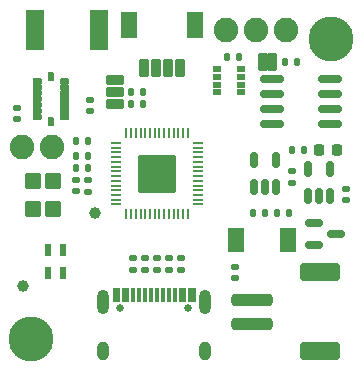
<source format=gts>
%TF.GenerationSoftware,KiCad,Pcbnew,(6.0.1)*%
%TF.CreationDate,2022-03-04T16:45:31-06:00*%
%TF.ProjectId,samara,73616d61-7261-42e6-9b69-6361645f7063,rev?*%
%TF.SameCoordinates,PX7df6181PY82ce53f*%
%TF.FileFunction,Soldermask,Top*%
%TF.FilePolarity,Negative*%
%FSLAX46Y46*%
G04 Gerber Fmt 4.6, Leading zero omitted, Abs format (unit mm)*
G04 Created by KiCad (PCBNEW (6.0.1)) date 2022-03-04 16:45:31*
%MOMM*%
%LPD*%
G01*
G04 APERTURE LIST*
G04 Aperture macros list*
%AMRoundRect*
0 Rectangle with rounded corners*
0 $1 Rounding radius*
0 $2 $3 $4 $5 $6 $7 $8 $9 X,Y pos of 4 corners*
0 Add a 4 corners polygon primitive as box body*
4,1,4,$2,$3,$4,$5,$6,$7,$8,$9,$2,$3,0*
0 Add four circle primitives for the rounded corners*
1,1,$1+$1,$2,$3*
1,1,$1+$1,$4,$5*
1,1,$1+$1,$6,$7*
1,1,$1+$1,$8,$9*
0 Add four rect primitives between the rounded corners*
20,1,$1+$1,$2,$3,$4,$5,0*
20,1,$1+$1,$4,$5,$6,$7,0*
20,1,$1+$1,$6,$7,$8,$9,0*
20,1,$1+$1,$8,$9,$2,$3,0*%
G04 Aperture macros list end*
%ADD10C,0.001000*%
%ADD11C,2.082800*%
%ADD12R,1.500000X3.500000*%
%ADD13RoundRect,0.135000X-0.135000X-0.185000X0.135000X-0.185000X0.135000X0.185000X-0.135000X0.185000X0*%
%ADD14RoundRect,0.150000X-0.587500X-0.150000X0.587500X-0.150000X0.587500X0.150000X-0.587500X0.150000X0*%
%ADD15RoundRect,0.135000X0.135000X0.185000X-0.135000X0.185000X-0.135000X-0.185000X0.135000X-0.185000X0*%
%ADD16R,0.600000X1.000000*%
%ADD17RoundRect,0.150000X-0.825000X-0.150000X0.825000X-0.150000X0.825000X0.150000X-0.825000X0.150000X0*%
%ADD18RoundRect,0.140000X-0.140000X-0.170000X0.140000X-0.170000X0.140000X0.170000X-0.140000X0.170000X0*%
%ADD19C,0.650000*%
%ADD20R,0.300000X1.150000*%
%ADD21O,1.000000X2.100000*%
%ADD22O,1.000000X1.600000*%
%ADD23RoundRect,0.140000X0.170000X-0.140000X0.170000X0.140000X-0.170000X0.140000X-0.170000X-0.140000X0*%
%ADD24R,1.400000X2.100000*%
%ADD25RoundRect,0.101600X-0.248920X-0.173990X0.248920X-0.173990X0.248920X0.173990X-0.248920X0.173990X0*%
%ADD26RoundRect,0.150000X0.150000X-0.512500X0.150000X0.512500X-0.150000X0.512500X-0.150000X-0.512500X0*%
%ADD27RoundRect,0.101600X0.299720X0.674370X-0.299720X0.674370X-0.299720X-0.674370X0.299720X-0.674370X0*%
%ADD28RoundRect,0.101600X0.599440X0.999490X-0.599440X0.999490X-0.599440X-0.999490X0.599440X-0.999490X0*%
%ADD29RoundRect,0.135000X0.185000X-0.135000X0.185000X0.135000X-0.185000X0.135000X-0.185000X-0.135000X0*%
%ADD30RoundRect,0.140000X-0.170000X0.140000X-0.170000X-0.140000X0.170000X-0.140000X0.170000X0.140000X0*%
%ADD31C,3.800000*%
%ADD32C,2.600000*%
%ADD33RoundRect,0.135000X-0.185000X0.135000X-0.185000X-0.135000X0.185000X-0.135000X0.185000X0.135000X0*%
%ADD34RoundRect,0.050000X-0.050000X0.387500X-0.050000X-0.387500X0.050000X-0.387500X0.050000X0.387500X0*%
%ADD35RoundRect,0.050000X-0.387500X0.050000X-0.387500X-0.050000X0.387500X-0.050000X0.387500X0.050000X0*%
%ADD36RoundRect,0.144000X-1.456000X1.456000X-1.456000X-1.456000X1.456000X-1.456000X1.456000X1.456000X0*%
%ADD37RoundRect,0.250000X1.500000X-0.250000X1.500000X0.250000X-1.500000X0.250000X-1.500000X-0.250000X0*%
%ADD38RoundRect,0.250001X1.449999X-0.499999X1.449999X0.499999X-1.449999X0.499999X-1.449999X-0.499999X0*%
%ADD39RoundRect,0.101600X-0.635000X0.317500X-0.635000X-0.317500X0.635000X-0.317500X0.635000X0.317500X0*%
%ADD40RoundRect,0.218750X-0.218750X-0.256250X0.218750X-0.256250X0.218750X0.256250X-0.218750X0.256250X0*%
%ADD41RoundRect,0.101600X-0.549910X0.599440X-0.549910X-0.599440X0.549910X-0.599440X0.549910X0.599440X0*%
%ADD42RoundRect,0.101600X0.549910X-0.599440X0.549910X0.599440X-0.549910X0.599440X-0.549910X-0.599440X0*%
%ADD43RoundRect,0.101600X-0.317500X-0.635000X0.317500X-0.635000X0.317500X0.635000X-0.317500X0.635000X0*%
%ADD44C,1.000760*%
G04 APERTURE END LIST*
D10*
%TO.C,U2*%
X1850599Y22469999D02*
X1850599Y22019999D01*
X1850599Y22019999D02*
X1850599Y22012999D01*
X1850599Y22012999D02*
X1850599Y22005999D01*
X1850599Y22005999D02*
X1849599Y21999999D01*
X1849599Y21999999D02*
X1848599Y21992999D01*
X1848599Y21992999D02*
X1846599Y21986999D01*
X1846599Y21986999D02*
X1844599Y21979999D01*
X1844599Y21979999D02*
X1842599Y21973999D01*
X1842599Y21973999D02*
X1840599Y21967999D01*
X1840599Y21967999D02*
X1837599Y21961999D01*
X1837599Y21961999D02*
X1834599Y21955999D01*
X1834599Y21955999D02*
X1831599Y21949999D01*
X1831599Y21949999D02*
X1827599Y21943999D01*
X1827599Y21943999D02*
X1823599Y21938999D01*
X1823599Y21938999D02*
X1819599Y21933999D01*
X1819599Y21933999D02*
X1814599Y21928999D01*
X1814599Y21928999D02*
X1809599Y21923999D01*
X1809599Y21923999D02*
X1804599Y21919999D01*
X1804599Y21919999D02*
X1799599Y21915999D01*
X1799599Y21915999D02*
X1794599Y21911999D01*
X1794599Y21911999D02*
X1788599Y21907999D01*
X1788599Y21907999D02*
X1782599Y21904999D01*
X1782599Y21904999D02*
X1776599Y21901999D01*
X1776599Y21901999D02*
X1770599Y21898999D01*
X1770599Y21898999D02*
X1764599Y21896999D01*
X1764599Y21896999D02*
X1758599Y21894999D01*
X1758599Y21894999D02*
X1751599Y21892999D01*
X1751599Y21892999D02*
X1745599Y21891999D01*
X1745599Y21891999D02*
X1738599Y21890999D01*
X1738599Y21890999D02*
X1731599Y21889999D01*
X1731599Y21889999D02*
X1725599Y21889999D01*
X1725599Y21889999D02*
X1525599Y21889999D01*
X1525599Y21889999D02*
X1519599Y21889999D01*
X1519599Y21889999D02*
X1512599Y21890999D01*
X1512599Y21890999D02*
X1505599Y21891999D01*
X1505599Y21891999D02*
X1499599Y21892999D01*
X1499599Y21892999D02*
X1492599Y21894999D01*
X1492599Y21894999D02*
X1486599Y21896999D01*
X1486599Y21896999D02*
X1480599Y21898999D01*
X1480599Y21898999D02*
X1474599Y21901999D01*
X1474599Y21901999D02*
X1468599Y21904999D01*
X1468599Y21904999D02*
X1462599Y21907999D01*
X1462599Y21907999D02*
X1456599Y21911999D01*
X1456599Y21911999D02*
X1451599Y21915999D01*
X1451599Y21915999D02*
X1446599Y21919999D01*
X1446599Y21919999D02*
X1441599Y21923999D01*
X1441599Y21923999D02*
X1436599Y21928999D01*
X1436599Y21928999D02*
X1431599Y21933999D01*
X1431599Y21933999D02*
X1427599Y21938999D01*
X1427599Y21938999D02*
X1423599Y21943999D01*
X1423599Y21943999D02*
X1419599Y21949999D01*
X1419599Y21949999D02*
X1416599Y21955999D01*
X1416599Y21955999D02*
X1413599Y21961999D01*
X1413599Y21961999D02*
X1410599Y21967999D01*
X1410599Y21967999D02*
X1408599Y21973999D01*
X1408599Y21973999D02*
X1406599Y21979999D01*
X1406599Y21979999D02*
X1404599Y21986999D01*
X1404599Y21986999D02*
X1402599Y21992999D01*
X1402599Y21992999D02*
X1401599Y21999999D01*
X1401599Y21999999D02*
X1400599Y22005999D01*
X1400599Y22005999D02*
X1400599Y22012999D01*
X1400599Y22012999D02*
X1400599Y22019999D01*
X1400599Y22019999D02*
X1400599Y22469999D01*
X1400599Y22469999D02*
X1401599Y22474999D01*
X1401599Y22474999D02*
X1402599Y22480999D01*
X1402599Y22480999D02*
X1403599Y22486999D01*
X1403599Y22486999D02*
X1405599Y22491999D01*
X1405599Y22491999D02*
X1407599Y22497999D01*
X1407599Y22497999D02*
X1409599Y22503999D01*
X1409599Y22503999D02*
X1412599Y22508999D01*
X1412599Y22508999D02*
X1414599Y22513999D01*
X1414599Y22513999D02*
X1418599Y22518999D01*
X1418599Y22518999D02*
X1421599Y22523999D01*
X1421599Y22523999D02*
X1425599Y22528999D01*
X1425599Y22528999D02*
X1428599Y22532999D01*
X1428599Y22532999D02*
X1432599Y22537999D01*
X1432599Y22537999D02*
X1437599Y22541999D01*
X1437599Y22541999D02*
X1441599Y22544999D01*
X1441599Y22544999D02*
X1446599Y22548999D01*
X1446599Y22548999D02*
X1451599Y22551999D01*
X1451599Y22551999D02*
X1456599Y22555999D01*
X1456599Y22555999D02*
X1461599Y22557999D01*
X1461599Y22557999D02*
X1466599Y22560999D01*
X1466599Y22560999D02*
X1472599Y22562999D01*
X1472599Y22562999D02*
X1478599Y22564999D01*
X1478599Y22564999D02*
X1483599Y22566999D01*
X1483599Y22566999D02*
X1489599Y22567999D01*
X1489599Y22567999D02*
X1495599Y22568999D01*
X1495599Y22568999D02*
X1501599Y22569999D01*
X1501599Y22569999D02*
X1507599Y22570999D01*
X1507599Y22570999D02*
X1513599Y22570999D01*
X1513599Y22570999D02*
X1518599Y22570999D01*
X1518599Y22570999D02*
X1525599Y22569999D01*
X1525599Y22569999D02*
X1725599Y22569999D01*
X1725599Y22569999D02*
X1732599Y22570999D01*
X1732599Y22570999D02*
X1737599Y22570999D01*
X1737599Y22570999D02*
X1743599Y22570999D01*
X1743599Y22570999D02*
X1749599Y22569999D01*
X1749599Y22569999D02*
X1755599Y22568999D01*
X1755599Y22568999D02*
X1761599Y22567999D01*
X1761599Y22567999D02*
X1767599Y22566999D01*
X1767599Y22566999D02*
X1772599Y22564999D01*
X1772599Y22564999D02*
X1778599Y22562999D01*
X1778599Y22562999D02*
X1784599Y22560999D01*
X1784599Y22560999D02*
X1789599Y22557999D01*
X1789599Y22557999D02*
X1794599Y22555999D01*
X1794599Y22555999D02*
X1799599Y22551999D01*
X1799599Y22551999D02*
X1804599Y22548999D01*
X1804599Y22548999D02*
X1809599Y22544999D01*
X1809599Y22544999D02*
X1813599Y22541999D01*
X1813599Y22541999D02*
X1818599Y22537999D01*
X1818599Y22537999D02*
X1822599Y22532999D01*
X1822599Y22532999D02*
X1825599Y22528999D01*
X1825599Y22528999D02*
X1829599Y22523999D01*
X1829599Y22523999D02*
X1832599Y22518999D01*
X1832599Y22518999D02*
X1836599Y22513999D01*
X1836599Y22513999D02*
X1838599Y22508999D01*
X1838599Y22508999D02*
X1841599Y22503999D01*
X1841599Y22503999D02*
X1843599Y22497999D01*
X1843599Y22497999D02*
X1845599Y22491999D01*
X1845599Y22491999D02*
X1847599Y22486999D01*
X1847599Y22486999D02*
X1848599Y22480999D01*
X1848599Y22480999D02*
X1849599Y22474999D01*
X1849599Y22474999D02*
X1850599Y22469999D01*
X1850599Y22469999D02*
X1850599Y22469999D01*
G36*
X1525599Y22569999D02*
G01*
X1725599Y22569999D01*
X1732599Y22570999D01*
X1743599Y22570999D01*
X1767599Y22566999D01*
X1772599Y22564999D01*
X1784599Y22560999D01*
X1789599Y22557999D01*
X1794599Y22555999D01*
X1799599Y22551999D01*
X1804599Y22548999D01*
X1809599Y22544999D01*
X1813599Y22541999D01*
X1818599Y22537999D01*
X1822599Y22532999D01*
X1825599Y22528999D01*
X1829599Y22523999D01*
X1832599Y22518999D01*
X1836599Y22513999D01*
X1838599Y22508999D01*
X1841599Y22503999D01*
X1845599Y22491999D01*
X1847599Y22486999D01*
X1849599Y22474999D01*
X1850599Y22469999D01*
X1850599Y22005999D01*
X1849599Y21999999D01*
X1848599Y21992999D01*
X1846599Y21986999D01*
X1844599Y21979999D01*
X1840599Y21967999D01*
X1831599Y21949999D01*
X1827599Y21943999D01*
X1819599Y21933999D01*
X1809599Y21923999D01*
X1794599Y21911999D01*
X1788599Y21907999D01*
X1770599Y21898999D01*
X1758599Y21894999D01*
X1751599Y21892999D01*
X1745599Y21891999D01*
X1731599Y21889999D01*
X1519599Y21889999D01*
X1505599Y21891999D01*
X1499599Y21892999D01*
X1492599Y21894999D01*
X1480599Y21898999D01*
X1462599Y21907999D01*
X1456599Y21911999D01*
X1441599Y21923999D01*
X1431599Y21933999D01*
X1423599Y21943999D01*
X1419599Y21949999D01*
X1410599Y21967999D01*
X1406599Y21979999D01*
X1404599Y21986999D01*
X1402599Y21992999D01*
X1401599Y21999999D01*
X1400599Y22005999D01*
X1400599Y22469999D01*
X1401599Y22474999D01*
X1403599Y22486999D01*
X1405599Y22491999D01*
X1409599Y22503999D01*
X1412599Y22508999D01*
X1414599Y22513999D01*
X1418599Y22518999D01*
X1421599Y22523999D01*
X1425599Y22528999D01*
X1428599Y22532999D01*
X1432599Y22537999D01*
X1437599Y22541999D01*
X1441599Y22544999D01*
X1446599Y22548999D01*
X1451599Y22551999D01*
X1456599Y22555999D01*
X1461599Y22557999D01*
X1466599Y22560999D01*
X1478599Y22564999D01*
X1483599Y22566999D01*
X1507599Y22570999D01*
X1518599Y22570999D01*
X1525599Y22569999D01*
G37*
X1525599Y22569999D02*
X1725599Y22569999D01*
X1732599Y22570999D01*
X1743599Y22570999D01*
X1767599Y22566999D01*
X1772599Y22564999D01*
X1784599Y22560999D01*
X1789599Y22557999D01*
X1794599Y22555999D01*
X1799599Y22551999D01*
X1804599Y22548999D01*
X1809599Y22544999D01*
X1813599Y22541999D01*
X1818599Y22537999D01*
X1822599Y22532999D01*
X1825599Y22528999D01*
X1829599Y22523999D01*
X1832599Y22518999D01*
X1836599Y22513999D01*
X1838599Y22508999D01*
X1841599Y22503999D01*
X1845599Y22491999D01*
X1847599Y22486999D01*
X1849599Y22474999D01*
X1850599Y22469999D01*
X1850599Y22005999D01*
X1849599Y21999999D01*
X1848599Y21992999D01*
X1846599Y21986999D01*
X1844599Y21979999D01*
X1840599Y21967999D01*
X1831599Y21949999D01*
X1827599Y21943999D01*
X1819599Y21933999D01*
X1809599Y21923999D01*
X1794599Y21911999D01*
X1788599Y21907999D01*
X1770599Y21898999D01*
X1758599Y21894999D01*
X1751599Y21892999D01*
X1745599Y21891999D01*
X1731599Y21889999D01*
X1519599Y21889999D01*
X1505599Y21891999D01*
X1499599Y21892999D01*
X1492599Y21894999D01*
X1480599Y21898999D01*
X1462599Y21907999D01*
X1456599Y21911999D01*
X1441599Y21923999D01*
X1431599Y21933999D01*
X1423599Y21943999D01*
X1419599Y21949999D01*
X1410599Y21967999D01*
X1406599Y21979999D01*
X1404599Y21986999D01*
X1402599Y21992999D01*
X1401599Y21999999D01*
X1400599Y22005999D01*
X1400599Y22469999D01*
X1401599Y22474999D01*
X1403599Y22486999D01*
X1405599Y22491999D01*
X1409599Y22503999D01*
X1412599Y22508999D01*
X1414599Y22513999D01*
X1418599Y22518999D01*
X1421599Y22523999D01*
X1425599Y22528999D01*
X1428599Y22532999D01*
X1432599Y22537999D01*
X1437599Y22541999D01*
X1441599Y22544999D01*
X1446599Y22548999D01*
X1451599Y22551999D01*
X1456599Y22555999D01*
X1461599Y22557999D01*
X1466599Y22560999D01*
X1478599Y22564999D01*
X1483599Y22566999D01*
X1507599Y22570999D01*
X1518599Y22570999D01*
X1525599Y22569999D01*
X1850599Y18649999D02*
X1850599Y18199999D01*
X1850599Y18199999D02*
X1850599Y18192999D01*
X1850599Y18192999D02*
X1850599Y18185999D01*
X1850599Y18185999D02*
X1849599Y18179999D01*
X1849599Y18179999D02*
X1848599Y18172999D01*
X1848599Y18172999D02*
X1846599Y18166999D01*
X1846599Y18166999D02*
X1844599Y18159999D01*
X1844599Y18159999D02*
X1842599Y18153999D01*
X1842599Y18153999D02*
X1840599Y18147999D01*
X1840599Y18147999D02*
X1837599Y18141999D01*
X1837599Y18141999D02*
X1834599Y18135999D01*
X1834599Y18135999D02*
X1831599Y18129999D01*
X1831599Y18129999D02*
X1827599Y18123999D01*
X1827599Y18123999D02*
X1823599Y18118999D01*
X1823599Y18118999D02*
X1819599Y18113999D01*
X1819599Y18113999D02*
X1814599Y18108999D01*
X1814599Y18108999D02*
X1809599Y18103999D01*
X1809599Y18103999D02*
X1804599Y18099999D01*
X1804599Y18099999D02*
X1799599Y18095999D01*
X1799599Y18095999D02*
X1794599Y18091999D01*
X1794599Y18091999D02*
X1788599Y18087999D01*
X1788599Y18087999D02*
X1782599Y18084999D01*
X1782599Y18084999D02*
X1776599Y18081999D01*
X1776599Y18081999D02*
X1770599Y18078999D01*
X1770599Y18078999D02*
X1764599Y18076999D01*
X1764599Y18076999D02*
X1758599Y18074999D01*
X1758599Y18074999D02*
X1751599Y18072999D01*
X1751599Y18072999D02*
X1745599Y18071999D01*
X1745599Y18071999D02*
X1738599Y18070999D01*
X1738599Y18070999D02*
X1731599Y18069999D01*
X1731599Y18069999D02*
X1725599Y18069999D01*
X1725599Y18069999D02*
X1525599Y18069999D01*
X1525599Y18069999D02*
X1519599Y18069999D01*
X1519599Y18069999D02*
X1512599Y18070999D01*
X1512599Y18070999D02*
X1505599Y18071999D01*
X1505599Y18071999D02*
X1499599Y18072999D01*
X1499599Y18072999D02*
X1492599Y18074999D01*
X1492599Y18074999D02*
X1486599Y18076999D01*
X1486599Y18076999D02*
X1480599Y18078999D01*
X1480599Y18078999D02*
X1474599Y18081999D01*
X1474599Y18081999D02*
X1468599Y18084999D01*
X1468599Y18084999D02*
X1462599Y18087999D01*
X1462599Y18087999D02*
X1456599Y18091999D01*
X1456599Y18091999D02*
X1451599Y18095999D01*
X1451599Y18095999D02*
X1446599Y18099999D01*
X1446599Y18099999D02*
X1441599Y18103999D01*
X1441599Y18103999D02*
X1436599Y18108999D01*
X1436599Y18108999D02*
X1431599Y18113999D01*
X1431599Y18113999D02*
X1427599Y18118999D01*
X1427599Y18118999D02*
X1423599Y18123999D01*
X1423599Y18123999D02*
X1419599Y18129999D01*
X1419599Y18129999D02*
X1416599Y18135999D01*
X1416599Y18135999D02*
X1413599Y18141999D01*
X1413599Y18141999D02*
X1410599Y18147999D01*
X1410599Y18147999D02*
X1408599Y18153999D01*
X1408599Y18153999D02*
X1406599Y18159999D01*
X1406599Y18159999D02*
X1404599Y18166999D01*
X1404599Y18166999D02*
X1402599Y18172999D01*
X1402599Y18172999D02*
X1401599Y18179999D01*
X1401599Y18179999D02*
X1400599Y18185999D01*
X1400599Y18185999D02*
X1400599Y18192999D01*
X1400599Y18192999D02*
X1400599Y18199999D01*
X1400599Y18199999D02*
X1400599Y18649999D01*
X1400599Y18649999D02*
X1401599Y18654999D01*
X1401599Y18654999D02*
X1402599Y18660999D01*
X1402599Y18660999D02*
X1403599Y18666999D01*
X1403599Y18666999D02*
X1405599Y18671999D01*
X1405599Y18671999D02*
X1407599Y18677999D01*
X1407599Y18677999D02*
X1409599Y18683999D01*
X1409599Y18683999D02*
X1412599Y18688999D01*
X1412599Y18688999D02*
X1414599Y18693999D01*
X1414599Y18693999D02*
X1418599Y18698999D01*
X1418599Y18698999D02*
X1421599Y18703999D01*
X1421599Y18703999D02*
X1425599Y18708999D01*
X1425599Y18708999D02*
X1428599Y18712999D01*
X1428599Y18712999D02*
X1432599Y18717999D01*
X1432599Y18717999D02*
X1437599Y18721999D01*
X1437599Y18721999D02*
X1441599Y18724999D01*
X1441599Y18724999D02*
X1446599Y18728999D01*
X1446599Y18728999D02*
X1451599Y18731999D01*
X1451599Y18731999D02*
X1456599Y18735999D01*
X1456599Y18735999D02*
X1461599Y18737999D01*
X1461599Y18737999D02*
X1466599Y18740999D01*
X1466599Y18740999D02*
X1472599Y18742999D01*
X1472599Y18742999D02*
X1478599Y18744999D01*
X1478599Y18744999D02*
X1483599Y18746999D01*
X1483599Y18746999D02*
X1489599Y18747999D01*
X1489599Y18747999D02*
X1495599Y18748999D01*
X1495599Y18748999D02*
X1501599Y18749999D01*
X1501599Y18749999D02*
X1507599Y18750999D01*
X1507599Y18750999D02*
X1512599Y18750999D01*
X1512599Y18750999D02*
X1518599Y18750999D01*
X1518599Y18750999D02*
X1525599Y18749999D01*
X1525599Y18749999D02*
X1725599Y18749999D01*
X1725599Y18749999D02*
X1732599Y18750999D01*
X1732599Y18750999D02*
X1738599Y18750999D01*
X1738599Y18750999D02*
X1743599Y18750999D01*
X1743599Y18750999D02*
X1749599Y18749999D01*
X1749599Y18749999D02*
X1755599Y18748999D01*
X1755599Y18748999D02*
X1761599Y18747999D01*
X1761599Y18747999D02*
X1767599Y18746999D01*
X1767599Y18746999D02*
X1772599Y18744999D01*
X1772599Y18744999D02*
X1778599Y18742999D01*
X1778599Y18742999D02*
X1784599Y18740999D01*
X1784599Y18740999D02*
X1789599Y18737999D01*
X1789599Y18737999D02*
X1794599Y18735999D01*
X1794599Y18735999D02*
X1799599Y18731999D01*
X1799599Y18731999D02*
X1804599Y18728999D01*
X1804599Y18728999D02*
X1809599Y18724999D01*
X1809599Y18724999D02*
X1813599Y18721999D01*
X1813599Y18721999D02*
X1818599Y18717999D01*
X1818599Y18717999D02*
X1822599Y18712999D01*
X1822599Y18712999D02*
X1825599Y18708999D01*
X1825599Y18708999D02*
X1829599Y18703999D01*
X1829599Y18703999D02*
X1832599Y18698999D01*
X1832599Y18698999D02*
X1836599Y18693999D01*
X1836599Y18693999D02*
X1838599Y18688999D01*
X1838599Y18688999D02*
X1841599Y18683999D01*
X1841599Y18683999D02*
X1843599Y18677999D01*
X1843599Y18677999D02*
X1845599Y18671999D01*
X1845599Y18671999D02*
X1847599Y18666999D01*
X1847599Y18666999D02*
X1848599Y18660999D01*
X1848599Y18660999D02*
X1849599Y18654999D01*
X1849599Y18654999D02*
X1850599Y18649999D01*
X1850599Y18649999D02*
X1850599Y18649999D01*
G36*
X1525599Y18749999D02*
G01*
X1725599Y18749999D01*
X1732599Y18750999D01*
X1743599Y18750999D01*
X1767599Y18746999D01*
X1772599Y18744999D01*
X1784599Y18740999D01*
X1789599Y18737999D01*
X1794599Y18735999D01*
X1799599Y18731999D01*
X1804599Y18728999D01*
X1809599Y18724999D01*
X1813599Y18721999D01*
X1818599Y18717999D01*
X1822599Y18712999D01*
X1825599Y18708999D01*
X1829599Y18703999D01*
X1832599Y18698999D01*
X1836599Y18693999D01*
X1838599Y18688999D01*
X1841599Y18683999D01*
X1845599Y18671999D01*
X1847599Y18666999D01*
X1849599Y18654999D01*
X1850599Y18649999D01*
X1850599Y18185999D01*
X1849599Y18179999D01*
X1848599Y18172999D01*
X1846599Y18166999D01*
X1844599Y18159999D01*
X1840599Y18147999D01*
X1831599Y18129999D01*
X1827599Y18123999D01*
X1819599Y18113999D01*
X1809599Y18103999D01*
X1794599Y18091999D01*
X1788599Y18087999D01*
X1770599Y18078999D01*
X1758599Y18074999D01*
X1751599Y18072999D01*
X1745599Y18071999D01*
X1731599Y18069999D01*
X1519599Y18069999D01*
X1505599Y18071999D01*
X1499599Y18072999D01*
X1492599Y18074999D01*
X1480599Y18078999D01*
X1462599Y18087999D01*
X1456599Y18091999D01*
X1441599Y18103999D01*
X1431599Y18113999D01*
X1423599Y18123999D01*
X1419599Y18129999D01*
X1410599Y18147999D01*
X1406599Y18159999D01*
X1404599Y18166999D01*
X1402599Y18172999D01*
X1401599Y18179999D01*
X1400599Y18185999D01*
X1400599Y18649999D01*
X1401599Y18654999D01*
X1403599Y18666999D01*
X1405599Y18671999D01*
X1409599Y18683999D01*
X1412599Y18688999D01*
X1414599Y18693999D01*
X1418599Y18698999D01*
X1421599Y18703999D01*
X1425599Y18708999D01*
X1428599Y18712999D01*
X1432599Y18717999D01*
X1437599Y18721999D01*
X1441599Y18724999D01*
X1446599Y18728999D01*
X1451599Y18731999D01*
X1456599Y18735999D01*
X1461599Y18737999D01*
X1466599Y18740999D01*
X1478599Y18744999D01*
X1483599Y18746999D01*
X1507599Y18750999D01*
X1518599Y18750999D01*
X1525599Y18749999D01*
G37*
X1525599Y18749999D02*
X1725599Y18749999D01*
X1732599Y18750999D01*
X1743599Y18750999D01*
X1767599Y18746999D01*
X1772599Y18744999D01*
X1784599Y18740999D01*
X1789599Y18737999D01*
X1794599Y18735999D01*
X1799599Y18731999D01*
X1804599Y18728999D01*
X1809599Y18724999D01*
X1813599Y18721999D01*
X1818599Y18717999D01*
X1822599Y18712999D01*
X1825599Y18708999D01*
X1829599Y18703999D01*
X1832599Y18698999D01*
X1836599Y18693999D01*
X1838599Y18688999D01*
X1841599Y18683999D01*
X1845599Y18671999D01*
X1847599Y18666999D01*
X1849599Y18654999D01*
X1850599Y18649999D01*
X1850599Y18185999D01*
X1849599Y18179999D01*
X1848599Y18172999D01*
X1846599Y18166999D01*
X1844599Y18159999D01*
X1840599Y18147999D01*
X1831599Y18129999D01*
X1827599Y18123999D01*
X1819599Y18113999D01*
X1809599Y18103999D01*
X1794599Y18091999D01*
X1788599Y18087999D01*
X1770599Y18078999D01*
X1758599Y18074999D01*
X1751599Y18072999D01*
X1745599Y18071999D01*
X1731599Y18069999D01*
X1519599Y18069999D01*
X1505599Y18071999D01*
X1499599Y18072999D01*
X1492599Y18074999D01*
X1480599Y18078999D01*
X1462599Y18087999D01*
X1456599Y18091999D01*
X1441599Y18103999D01*
X1431599Y18113999D01*
X1423599Y18123999D01*
X1419599Y18129999D01*
X1410599Y18147999D01*
X1406599Y18159999D01*
X1404599Y18166999D01*
X1402599Y18172999D01*
X1401599Y18179999D01*
X1400599Y18185999D01*
X1400599Y18649999D01*
X1401599Y18654999D01*
X1403599Y18666999D01*
X1405599Y18671999D01*
X1409599Y18683999D01*
X1412599Y18688999D01*
X1414599Y18693999D01*
X1418599Y18698999D01*
X1421599Y18703999D01*
X1425599Y18708999D01*
X1428599Y18712999D01*
X1432599Y18717999D01*
X1437599Y18721999D01*
X1441599Y18724999D01*
X1446599Y18728999D01*
X1451599Y18731999D01*
X1456599Y18735999D01*
X1461599Y18737999D01*
X1466599Y18740999D01*
X1478599Y18744999D01*
X1483599Y18746999D01*
X1507599Y18750999D01*
X1518599Y18750999D01*
X1525599Y18749999D01*
X225599Y22044999D02*
X675599Y22044999D01*
X675599Y22044999D02*
X682599Y22044999D01*
X682599Y22044999D02*
X689599Y22044999D01*
X689599Y22044999D02*
X695599Y22043999D01*
X695599Y22043999D02*
X702599Y22042999D01*
X702599Y22042999D02*
X708599Y22040999D01*
X708599Y22040999D02*
X715599Y22038999D01*
X715599Y22038999D02*
X721599Y22036999D01*
X721599Y22036999D02*
X727599Y22034999D01*
X727599Y22034999D02*
X733599Y22031999D01*
X733599Y22031999D02*
X739599Y22028999D01*
X739599Y22028999D02*
X745599Y22025999D01*
X745599Y22025999D02*
X751599Y22021999D01*
X751599Y22021999D02*
X756599Y22017999D01*
X756599Y22017999D02*
X761599Y22013999D01*
X761599Y22013999D02*
X766599Y22008999D01*
X766599Y22008999D02*
X771599Y22003999D01*
X771599Y22003999D02*
X775599Y21998999D01*
X775599Y21998999D02*
X779599Y21993999D01*
X779599Y21993999D02*
X783599Y21988999D01*
X783599Y21988999D02*
X787599Y21982999D01*
X787599Y21982999D02*
X790599Y21976999D01*
X790599Y21976999D02*
X793599Y21970999D01*
X793599Y21970999D02*
X796599Y21964999D01*
X796599Y21964999D02*
X798599Y21958999D01*
X798599Y21958999D02*
X800599Y21952999D01*
X800599Y21952999D02*
X802599Y21945999D01*
X802599Y21945999D02*
X803599Y21939999D01*
X803599Y21939999D02*
X804599Y21932999D01*
X804599Y21932999D02*
X805599Y21925999D01*
X805599Y21925999D02*
X805599Y21919999D01*
X805599Y21919999D02*
X805599Y21719999D01*
X805599Y21719999D02*
X805599Y21713999D01*
X805599Y21713999D02*
X804599Y21706999D01*
X804599Y21706999D02*
X803599Y21699999D01*
X803599Y21699999D02*
X802599Y21693999D01*
X802599Y21693999D02*
X800599Y21686999D01*
X800599Y21686999D02*
X798599Y21680999D01*
X798599Y21680999D02*
X796599Y21674999D01*
X796599Y21674999D02*
X793599Y21668999D01*
X793599Y21668999D02*
X790599Y21662999D01*
X790599Y21662999D02*
X787599Y21656999D01*
X787599Y21656999D02*
X783599Y21650999D01*
X783599Y21650999D02*
X779599Y21645999D01*
X779599Y21645999D02*
X775599Y21640999D01*
X775599Y21640999D02*
X771599Y21635999D01*
X771599Y21635999D02*
X766599Y21630999D01*
X766599Y21630999D02*
X761599Y21625999D01*
X761599Y21625999D02*
X756599Y21621999D01*
X756599Y21621999D02*
X751599Y21617999D01*
X751599Y21617999D02*
X745599Y21613999D01*
X745599Y21613999D02*
X739599Y21610999D01*
X739599Y21610999D02*
X733599Y21607999D01*
X733599Y21607999D02*
X727599Y21604999D01*
X727599Y21604999D02*
X721599Y21602999D01*
X721599Y21602999D02*
X715599Y21600999D01*
X715599Y21600999D02*
X708599Y21598999D01*
X708599Y21598999D02*
X702599Y21596999D01*
X702599Y21596999D02*
X695599Y21595999D01*
X695599Y21595999D02*
X689599Y21594999D01*
X689599Y21594999D02*
X682599Y21594999D01*
X682599Y21594999D02*
X675599Y21594999D01*
X675599Y21594999D02*
X225599Y21594999D01*
X225599Y21594999D02*
X220599Y21595999D01*
X220599Y21595999D02*
X214599Y21596999D01*
X214599Y21596999D02*
X208599Y21597999D01*
X208599Y21597999D02*
X203599Y21599999D01*
X203599Y21599999D02*
X197599Y21601999D01*
X197599Y21601999D02*
X191599Y21603999D01*
X191599Y21603999D02*
X186599Y21606999D01*
X186599Y21606999D02*
X181599Y21608999D01*
X181599Y21608999D02*
X176599Y21612999D01*
X176599Y21612999D02*
X171599Y21615999D01*
X171599Y21615999D02*
X166599Y21619999D01*
X166599Y21619999D02*
X162599Y21622999D01*
X162599Y21622999D02*
X157599Y21626999D01*
X157599Y21626999D02*
X153599Y21631999D01*
X153599Y21631999D02*
X150599Y21635999D01*
X150599Y21635999D02*
X146599Y21640999D01*
X146599Y21640999D02*
X143599Y21645999D01*
X143599Y21645999D02*
X139599Y21650999D01*
X139599Y21650999D02*
X137599Y21655999D01*
X137599Y21655999D02*
X134599Y21660999D01*
X134599Y21660999D02*
X132599Y21666999D01*
X132599Y21666999D02*
X130599Y21672999D01*
X130599Y21672999D02*
X128599Y21677999D01*
X128599Y21677999D02*
X127599Y21683999D01*
X127599Y21683999D02*
X126599Y21689999D01*
X126599Y21689999D02*
X125599Y21695999D01*
X125599Y21695999D02*
X124599Y21701999D01*
X124599Y21701999D02*
X124599Y21706999D01*
X124599Y21706999D02*
X124599Y21712999D01*
X124599Y21712999D02*
X125599Y21719999D01*
X125599Y21719999D02*
X125599Y21919999D01*
X125599Y21919999D02*
X124599Y21926999D01*
X124599Y21926999D02*
X124599Y21932999D01*
X124599Y21932999D02*
X124599Y21937999D01*
X124599Y21937999D02*
X125599Y21943999D01*
X125599Y21943999D02*
X126599Y21949999D01*
X126599Y21949999D02*
X127599Y21955999D01*
X127599Y21955999D02*
X128599Y21961999D01*
X128599Y21961999D02*
X130599Y21966999D01*
X130599Y21966999D02*
X132599Y21972999D01*
X132599Y21972999D02*
X134599Y21978999D01*
X134599Y21978999D02*
X137599Y21983999D01*
X137599Y21983999D02*
X139599Y21988999D01*
X139599Y21988999D02*
X143599Y21993999D01*
X143599Y21993999D02*
X146599Y21998999D01*
X146599Y21998999D02*
X150599Y22003999D01*
X150599Y22003999D02*
X153599Y22007999D01*
X153599Y22007999D02*
X157599Y22012999D01*
X157599Y22012999D02*
X162599Y22016999D01*
X162599Y22016999D02*
X166599Y22019999D01*
X166599Y22019999D02*
X171599Y22023999D01*
X171599Y22023999D02*
X176599Y22026999D01*
X176599Y22026999D02*
X181599Y22030999D01*
X181599Y22030999D02*
X186599Y22032999D01*
X186599Y22032999D02*
X191599Y22035999D01*
X191599Y22035999D02*
X197599Y22037999D01*
X197599Y22037999D02*
X203599Y22039999D01*
X203599Y22039999D02*
X208599Y22041999D01*
X208599Y22041999D02*
X214599Y22042999D01*
X214599Y22042999D02*
X220599Y22043999D01*
X220599Y22043999D02*
X225599Y22044999D01*
X225599Y22044999D02*
X225599Y22044999D01*
G36*
X695599Y22043999D02*
G01*
X702599Y22042999D01*
X708599Y22040999D01*
X715599Y22038999D01*
X727599Y22034999D01*
X745599Y22025999D01*
X751599Y22021999D01*
X761599Y22013999D01*
X771599Y22003999D01*
X783599Y21988999D01*
X787599Y21982999D01*
X796599Y21964999D01*
X800599Y21952999D01*
X802599Y21945999D01*
X803599Y21939999D01*
X805599Y21925999D01*
X805599Y21713999D01*
X803599Y21699999D01*
X802599Y21693999D01*
X800599Y21686999D01*
X796599Y21674999D01*
X787599Y21656999D01*
X783599Y21650999D01*
X771599Y21635999D01*
X761599Y21625999D01*
X751599Y21617999D01*
X745599Y21613999D01*
X727599Y21604999D01*
X715599Y21600999D01*
X708599Y21598999D01*
X702599Y21596999D01*
X695599Y21595999D01*
X689599Y21594999D01*
X225599Y21594999D01*
X220599Y21595999D01*
X208599Y21597999D01*
X203599Y21599999D01*
X191599Y21603999D01*
X186599Y21606999D01*
X181599Y21608999D01*
X176599Y21612999D01*
X171599Y21615999D01*
X166599Y21619999D01*
X162599Y21622999D01*
X157599Y21626999D01*
X153599Y21631999D01*
X150599Y21635999D01*
X146599Y21640999D01*
X143599Y21645999D01*
X139599Y21650999D01*
X137599Y21655999D01*
X134599Y21660999D01*
X130599Y21672999D01*
X128599Y21677999D01*
X124599Y21701999D01*
X124599Y21712999D01*
X125599Y21719999D01*
X125599Y21919999D01*
X124599Y21926999D01*
X124599Y21937999D01*
X128599Y21961999D01*
X130599Y21966999D01*
X134599Y21978999D01*
X137599Y21983999D01*
X139599Y21988999D01*
X143599Y21993999D01*
X146599Y21998999D01*
X150599Y22003999D01*
X153599Y22007999D01*
X157599Y22012999D01*
X162599Y22016999D01*
X166599Y22019999D01*
X171599Y22023999D01*
X176599Y22026999D01*
X181599Y22030999D01*
X186599Y22032999D01*
X191599Y22035999D01*
X203599Y22039999D01*
X208599Y22041999D01*
X220599Y22043999D01*
X225599Y22044999D01*
X689599Y22044999D01*
X695599Y22043999D01*
G37*
X695599Y22043999D02*
X702599Y22042999D01*
X708599Y22040999D01*
X715599Y22038999D01*
X727599Y22034999D01*
X745599Y22025999D01*
X751599Y22021999D01*
X761599Y22013999D01*
X771599Y22003999D01*
X783599Y21988999D01*
X787599Y21982999D01*
X796599Y21964999D01*
X800599Y21952999D01*
X802599Y21945999D01*
X803599Y21939999D01*
X805599Y21925999D01*
X805599Y21713999D01*
X803599Y21699999D01*
X802599Y21693999D01*
X800599Y21686999D01*
X796599Y21674999D01*
X787599Y21656999D01*
X783599Y21650999D01*
X771599Y21635999D01*
X761599Y21625999D01*
X751599Y21617999D01*
X745599Y21613999D01*
X727599Y21604999D01*
X715599Y21600999D01*
X708599Y21598999D01*
X702599Y21596999D01*
X695599Y21595999D01*
X689599Y21594999D01*
X225599Y21594999D01*
X220599Y21595999D01*
X208599Y21597999D01*
X203599Y21599999D01*
X191599Y21603999D01*
X186599Y21606999D01*
X181599Y21608999D01*
X176599Y21612999D01*
X171599Y21615999D01*
X166599Y21619999D01*
X162599Y21622999D01*
X157599Y21626999D01*
X153599Y21631999D01*
X150599Y21635999D01*
X146599Y21640999D01*
X143599Y21645999D01*
X139599Y21650999D01*
X137599Y21655999D01*
X134599Y21660999D01*
X130599Y21672999D01*
X128599Y21677999D01*
X124599Y21701999D01*
X124599Y21712999D01*
X125599Y21719999D01*
X125599Y21919999D01*
X124599Y21926999D01*
X124599Y21937999D01*
X128599Y21961999D01*
X130599Y21966999D01*
X134599Y21978999D01*
X137599Y21983999D01*
X139599Y21988999D01*
X143599Y21993999D01*
X146599Y21998999D01*
X150599Y22003999D01*
X153599Y22007999D01*
X157599Y22012999D01*
X162599Y22016999D01*
X166599Y22019999D01*
X171599Y22023999D01*
X176599Y22026999D01*
X181599Y22030999D01*
X186599Y22032999D01*
X191599Y22035999D01*
X203599Y22039999D01*
X208599Y22041999D01*
X220599Y22043999D01*
X225599Y22044999D01*
X689599Y22044999D01*
X695599Y22043999D01*
X225599Y21544999D02*
X675599Y21544999D01*
X675599Y21544999D02*
X682599Y21544999D01*
X682599Y21544999D02*
X689599Y21544999D01*
X689599Y21544999D02*
X695599Y21543999D01*
X695599Y21543999D02*
X702599Y21542999D01*
X702599Y21542999D02*
X708599Y21540999D01*
X708599Y21540999D02*
X715599Y21538999D01*
X715599Y21538999D02*
X721599Y21536999D01*
X721599Y21536999D02*
X727599Y21534999D01*
X727599Y21534999D02*
X733599Y21531999D01*
X733599Y21531999D02*
X739599Y21528999D01*
X739599Y21528999D02*
X745599Y21525999D01*
X745599Y21525999D02*
X751599Y21521999D01*
X751599Y21521999D02*
X756599Y21517999D01*
X756599Y21517999D02*
X761599Y21513999D01*
X761599Y21513999D02*
X766599Y21508999D01*
X766599Y21508999D02*
X771599Y21503999D01*
X771599Y21503999D02*
X775599Y21498999D01*
X775599Y21498999D02*
X779599Y21493999D01*
X779599Y21493999D02*
X783599Y21488999D01*
X783599Y21488999D02*
X787599Y21482999D01*
X787599Y21482999D02*
X790599Y21476999D01*
X790599Y21476999D02*
X793599Y21470999D01*
X793599Y21470999D02*
X796599Y21464999D01*
X796599Y21464999D02*
X798599Y21458999D01*
X798599Y21458999D02*
X800599Y21452999D01*
X800599Y21452999D02*
X802599Y21445999D01*
X802599Y21445999D02*
X803599Y21439999D01*
X803599Y21439999D02*
X804599Y21432999D01*
X804599Y21432999D02*
X805599Y21425999D01*
X805599Y21425999D02*
X805599Y21419999D01*
X805599Y21419999D02*
X805599Y21219999D01*
X805599Y21219999D02*
X805599Y21213999D01*
X805599Y21213999D02*
X804599Y21206999D01*
X804599Y21206999D02*
X803599Y21199999D01*
X803599Y21199999D02*
X802599Y21193999D01*
X802599Y21193999D02*
X800599Y21186999D01*
X800599Y21186999D02*
X798599Y21180999D01*
X798599Y21180999D02*
X796599Y21174999D01*
X796599Y21174999D02*
X793599Y21168999D01*
X793599Y21168999D02*
X790599Y21162999D01*
X790599Y21162999D02*
X787599Y21156999D01*
X787599Y21156999D02*
X783599Y21150999D01*
X783599Y21150999D02*
X779599Y21145999D01*
X779599Y21145999D02*
X775599Y21140999D01*
X775599Y21140999D02*
X771599Y21135999D01*
X771599Y21135999D02*
X766599Y21130999D01*
X766599Y21130999D02*
X761599Y21125999D01*
X761599Y21125999D02*
X756599Y21121999D01*
X756599Y21121999D02*
X751599Y21117999D01*
X751599Y21117999D02*
X745599Y21113999D01*
X745599Y21113999D02*
X739599Y21110999D01*
X739599Y21110999D02*
X733599Y21107999D01*
X733599Y21107999D02*
X727599Y21104999D01*
X727599Y21104999D02*
X721599Y21102999D01*
X721599Y21102999D02*
X715599Y21100999D01*
X715599Y21100999D02*
X708599Y21098999D01*
X708599Y21098999D02*
X702599Y21096999D01*
X702599Y21096999D02*
X695599Y21095999D01*
X695599Y21095999D02*
X689599Y21094999D01*
X689599Y21094999D02*
X682599Y21094999D01*
X682599Y21094999D02*
X675599Y21094999D01*
X675599Y21094999D02*
X225599Y21094999D01*
X225599Y21094999D02*
X220599Y21095999D01*
X220599Y21095999D02*
X214599Y21096999D01*
X214599Y21096999D02*
X208599Y21097999D01*
X208599Y21097999D02*
X203599Y21099999D01*
X203599Y21099999D02*
X197599Y21101999D01*
X197599Y21101999D02*
X191599Y21103999D01*
X191599Y21103999D02*
X186599Y21106999D01*
X186599Y21106999D02*
X181599Y21108999D01*
X181599Y21108999D02*
X176599Y21112999D01*
X176599Y21112999D02*
X171599Y21115999D01*
X171599Y21115999D02*
X166599Y21119999D01*
X166599Y21119999D02*
X162599Y21122999D01*
X162599Y21122999D02*
X157599Y21126999D01*
X157599Y21126999D02*
X153599Y21131999D01*
X153599Y21131999D02*
X150599Y21135999D01*
X150599Y21135999D02*
X146599Y21140999D01*
X146599Y21140999D02*
X143599Y21145999D01*
X143599Y21145999D02*
X139599Y21150999D01*
X139599Y21150999D02*
X137599Y21155999D01*
X137599Y21155999D02*
X134599Y21160999D01*
X134599Y21160999D02*
X132599Y21166999D01*
X132599Y21166999D02*
X130599Y21172999D01*
X130599Y21172999D02*
X128599Y21177999D01*
X128599Y21177999D02*
X127599Y21183999D01*
X127599Y21183999D02*
X126599Y21189999D01*
X126599Y21189999D02*
X125599Y21195999D01*
X125599Y21195999D02*
X124599Y21201999D01*
X124599Y21201999D02*
X124599Y21207999D01*
X124599Y21207999D02*
X124599Y21212999D01*
X124599Y21212999D02*
X125599Y21219999D01*
X125599Y21219999D02*
X125599Y21419999D01*
X125599Y21419999D02*
X124599Y21426999D01*
X124599Y21426999D02*
X124599Y21432999D01*
X124599Y21432999D02*
X124599Y21437999D01*
X124599Y21437999D02*
X125599Y21443999D01*
X125599Y21443999D02*
X126599Y21449999D01*
X126599Y21449999D02*
X127599Y21455999D01*
X127599Y21455999D02*
X128599Y21461999D01*
X128599Y21461999D02*
X130599Y21466999D01*
X130599Y21466999D02*
X132599Y21472999D01*
X132599Y21472999D02*
X134599Y21478999D01*
X134599Y21478999D02*
X137599Y21483999D01*
X137599Y21483999D02*
X139599Y21488999D01*
X139599Y21488999D02*
X143599Y21493999D01*
X143599Y21493999D02*
X146599Y21498999D01*
X146599Y21498999D02*
X150599Y21503999D01*
X150599Y21503999D02*
X153599Y21507999D01*
X153599Y21507999D02*
X157599Y21512999D01*
X157599Y21512999D02*
X162599Y21516999D01*
X162599Y21516999D02*
X166599Y21519999D01*
X166599Y21519999D02*
X171599Y21523999D01*
X171599Y21523999D02*
X176599Y21526999D01*
X176599Y21526999D02*
X181599Y21530999D01*
X181599Y21530999D02*
X186599Y21532999D01*
X186599Y21532999D02*
X191599Y21535999D01*
X191599Y21535999D02*
X197599Y21537999D01*
X197599Y21537999D02*
X203599Y21539999D01*
X203599Y21539999D02*
X208599Y21541999D01*
X208599Y21541999D02*
X214599Y21542999D01*
X214599Y21542999D02*
X220599Y21543999D01*
X220599Y21543999D02*
X225599Y21544999D01*
X225599Y21544999D02*
X225599Y21544999D01*
G36*
X695599Y21543999D02*
G01*
X702599Y21542999D01*
X708599Y21540999D01*
X715599Y21538999D01*
X727599Y21534999D01*
X745599Y21525999D01*
X751599Y21521999D01*
X761599Y21513999D01*
X771599Y21503999D01*
X783599Y21488999D01*
X787599Y21482999D01*
X796599Y21464999D01*
X800599Y21452999D01*
X802599Y21445999D01*
X803599Y21439999D01*
X805599Y21425999D01*
X805599Y21213999D01*
X803599Y21199999D01*
X802599Y21193999D01*
X800599Y21186999D01*
X796599Y21174999D01*
X787599Y21156999D01*
X783599Y21150999D01*
X771599Y21135999D01*
X761599Y21125999D01*
X751599Y21117999D01*
X745599Y21113999D01*
X727599Y21104999D01*
X715599Y21100999D01*
X708599Y21098999D01*
X702599Y21096999D01*
X695599Y21095999D01*
X689599Y21094999D01*
X225599Y21094999D01*
X220599Y21095999D01*
X208599Y21097999D01*
X203599Y21099999D01*
X191599Y21103999D01*
X186599Y21106999D01*
X181599Y21108999D01*
X176599Y21112999D01*
X171599Y21115999D01*
X166599Y21119999D01*
X162599Y21122999D01*
X157599Y21126999D01*
X153599Y21131999D01*
X150599Y21135999D01*
X146599Y21140999D01*
X143599Y21145999D01*
X139599Y21150999D01*
X137599Y21155999D01*
X134599Y21160999D01*
X130599Y21172999D01*
X128599Y21177999D01*
X124599Y21201999D01*
X124599Y21212999D01*
X125599Y21219999D01*
X125599Y21419999D01*
X124599Y21426999D01*
X124599Y21437999D01*
X128599Y21461999D01*
X130599Y21466999D01*
X134599Y21478999D01*
X137599Y21483999D01*
X139599Y21488999D01*
X143599Y21493999D01*
X146599Y21498999D01*
X150599Y21503999D01*
X153599Y21507999D01*
X157599Y21512999D01*
X162599Y21516999D01*
X166599Y21519999D01*
X171599Y21523999D01*
X176599Y21526999D01*
X181599Y21530999D01*
X186599Y21532999D01*
X191599Y21535999D01*
X203599Y21539999D01*
X208599Y21541999D01*
X220599Y21543999D01*
X225599Y21544999D01*
X689599Y21544999D01*
X695599Y21543999D01*
G37*
X695599Y21543999D02*
X702599Y21542999D01*
X708599Y21540999D01*
X715599Y21538999D01*
X727599Y21534999D01*
X745599Y21525999D01*
X751599Y21521999D01*
X761599Y21513999D01*
X771599Y21503999D01*
X783599Y21488999D01*
X787599Y21482999D01*
X796599Y21464999D01*
X800599Y21452999D01*
X802599Y21445999D01*
X803599Y21439999D01*
X805599Y21425999D01*
X805599Y21213999D01*
X803599Y21199999D01*
X802599Y21193999D01*
X800599Y21186999D01*
X796599Y21174999D01*
X787599Y21156999D01*
X783599Y21150999D01*
X771599Y21135999D01*
X761599Y21125999D01*
X751599Y21117999D01*
X745599Y21113999D01*
X727599Y21104999D01*
X715599Y21100999D01*
X708599Y21098999D01*
X702599Y21096999D01*
X695599Y21095999D01*
X689599Y21094999D01*
X225599Y21094999D01*
X220599Y21095999D01*
X208599Y21097999D01*
X203599Y21099999D01*
X191599Y21103999D01*
X186599Y21106999D01*
X181599Y21108999D01*
X176599Y21112999D01*
X171599Y21115999D01*
X166599Y21119999D01*
X162599Y21122999D01*
X157599Y21126999D01*
X153599Y21131999D01*
X150599Y21135999D01*
X146599Y21140999D01*
X143599Y21145999D01*
X139599Y21150999D01*
X137599Y21155999D01*
X134599Y21160999D01*
X130599Y21172999D01*
X128599Y21177999D01*
X124599Y21201999D01*
X124599Y21212999D01*
X125599Y21219999D01*
X125599Y21419999D01*
X124599Y21426999D01*
X124599Y21437999D01*
X128599Y21461999D01*
X130599Y21466999D01*
X134599Y21478999D01*
X137599Y21483999D01*
X139599Y21488999D01*
X143599Y21493999D01*
X146599Y21498999D01*
X150599Y21503999D01*
X153599Y21507999D01*
X157599Y21512999D01*
X162599Y21516999D01*
X166599Y21519999D01*
X171599Y21523999D01*
X176599Y21526999D01*
X181599Y21530999D01*
X186599Y21532999D01*
X191599Y21535999D01*
X203599Y21539999D01*
X208599Y21541999D01*
X220599Y21543999D01*
X225599Y21544999D01*
X689599Y21544999D01*
X695599Y21543999D01*
X225599Y21044999D02*
X675599Y21044999D01*
X675599Y21044999D02*
X682599Y21044999D01*
X682599Y21044999D02*
X689599Y21044999D01*
X689599Y21044999D02*
X695599Y21043999D01*
X695599Y21043999D02*
X702599Y21042999D01*
X702599Y21042999D02*
X708599Y21040999D01*
X708599Y21040999D02*
X715599Y21038999D01*
X715599Y21038999D02*
X721599Y21036999D01*
X721599Y21036999D02*
X727599Y21034999D01*
X727599Y21034999D02*
X733599Y21031999D01*
X733599Y21031999D02*
X739599Y21028999D01*
X739599Y21028999D02*
X745599Y21025999D01*
X745599Y21025999D02*
X751599Y21021999D01*
X751599Y21021999D02*
X756599Y21017999D01*
X756599Y21017999D02*
X761599Y21013999D01*
X761599Y21013999D02*
X766599Y21008999D01*
X766599Y21008999D02*
X771599Y21003999D01*
X771599Y21003999D02*
X775599Y20998999D01*
X775599Y20998999D02*
X779599Y20993999D01*
X779599Y20993999D02*
X783599Y20988999D01*
X783599Y20988999D02*
X787599Y20982999D01*
X787599Y20982999D02*
X790599Y20976999D01*
X790599Y20976999D02*
X793599Y20970999D01*
X793599Y20970999D02*
X796599Y20964999D01*
X796599Y20964999D02*
X798599Y20958999D01*
X798599Y20958999D02*
X800599Y20952999D01*
X800599Y20952999D02*
X802599Y20945999D01*
X802599Y20945999D02*
X803599Y20939999D01*
X803599Y20939999D02*
X804599Y20932999D01*
X804599Y20932999D02*
X805599Y20925999D01*
X805599Y20925999D02*
X805599Y20919999D01*
X805599Y20919999D02*
X805599Y20719999D01*
X805599Y20719999D02*
X805599Y20713999D01*
X805599Y20713999D02*
X804599Y20706999D01*
X804599Y20706999D02*
X803599Y20699999D01*
X803599Y20699999D02*
X802599Y20693999D01*
X802599Y20693999D02*
X800599Y20686999D01*
X800599Y20686999D02*
X798599Y20680999D01*
X798599Y20680999D02*
X796599Y20674999D01*
X796599Y20674999D02*
X793599Y20668999D01*
X793599Y20668999D02*
X790599Y20662999D01*
X790599Y20662999D02*
X787599Y20656999D01*
X787599Y20656999D02*
X783599Y20650999D01*
X783599Y20650999D02*
X779599Y20645999D01*
X779599Y20645999D02*
X775599Y20640999D01*
X775599Y20640999D02*
X771599Y20635999D01*
X771599Y20635999D02*
X766599Y20630999D01*
X766599Y20630999D02*
X761599Y20625999D01*
X761599Y20625999D02*
X756599Y20621999D01*
X756599Y20621999D02*
X751599Y20617999D01*
X751599Y20617999D02*
X745599Y20613999D01*
X745599Y20613999D02*
X739599Y20610999D01*
X739599Y20610999D02*
X733599Y20607999D01*
X733599Y20607999D02*
X727599Y20604999D01*
X727599Y20604999D02*
X721599Y20602999D01*
X721599Y20602999D02*
X715599Y20600999D01*
X715599Y20600999D02*
X708599Y20598999D01*
X708599Y20598999D02*
X702599Y20596999D01*
X702599Y20596999D02*
X695599Y20595999D01*
X695599Y20595999D02*
X689599Y20594999D01*
X689599Y20594999D02*
X682599Y20594999D01*
X682599Y20594999D02*
X675599Y20594999D01*
X675599Y20594999D02*
X225599Y20594999D01*
X225599Y20594999D02*
X220599Y20595999D01*
X220599Y20595999D02*
X214599Y20596999D01*
X214599Y20596999D02*
X208599Y20597999D01*
X208599Y20597999D02*
X203599Y20599999D01*
X203599Y20599999D02*
X197599Y20601999D01*
X197599Y20601999D02*
X191599Y20603999D01*
X191599Y20603999D02*
X186599Y20606999D01*
X186599Y20606999D02*
X181599Y20608999D01*
X181599Y20608999D02*
X176599Y20612999D01*
X176599Y20612999D02*
X171599Y20615999D01*
X171599Y20615999D02*
X166599Y20619999D01*
X166599Y20619999D02*
X162599Y20622999D01*
X162599Y20622999D02*
X157599Y20626999D01*
X157599Y20626999D02*
X153599Y20631999D01*
X153599Y20631999D02*
X150599Y20635999D01*
X150599Y20635999D02*
X146599Y20640999D01*
X146599Y20640999D02*
X143599Y20645999D01*
X143599Y20645999D02*
X139599Y20650999D01*
X139599Y20650999D02*
X137599Y20655999D01*
X137599Y20655999D02*
X134599Y20660999D01*
X134599Y20660999D02*
X132599Y20666999D01*
X132599Y20666999D02*
X130599Y20672999D01*
X130599Y20672999D02*
X128599Y20677999D01*
X128599Y20677999D02*
X127599Y20683999D01*
X127599Y20683999D02*
X126599Y20689999D01*
X126599Y20689999D02*
X125599Y20695999D01*
X125599Y20695999D02*
X124599Y20701999D01*
X124599Y20701999D02*
X124599Y20707999D01*
X124599Y20707999D02*
X124599Y20712999D01*
X124599Y20712999D02*
X125599Y20719999D01*
X125599Y20719999D02*
X125599Y20919999D01*
X125599Y20919999D02*
X124599Y20926999D01*
X124599Y20926999D02*
X124599Y20931999D01*
X124599Y20931999D02*
X124599Y20937999D01*
X124599Y20937999D02*
X125599Y20943999D01*
X125599Y20943999D02*
X126599Y20949999D01*
X126599Y20949999D02*
X127599Y20955999D01*
X127599Y20955999D02*
X128599Y20961999D01*
X128599Y20961999D02*
X130599Y20966999D01*
X130599Y20966999D02*
X132599Y20972999D01*
X132599Y20972999D02*
X134599Y20978999D01*
X134599Y20978999D02*
X137599Y20983999D01*
X137599Y20983999D02*
X139599Y20988999D01*
X139599Y20988999D02*
X143599Y20993999D01*
X143599Y20993999D02*
X146599Y20998999D01*
X146599Y20998999D02*
X150599Y21003999D01*
X150599Y21003999D02*
X153599Y21007999D01*
X153599Y21007999D02*
X157599Y21012999D01*
X157599Y21012999D02*
X162599Y21016999D01*
X162599Y21016999D02*
X166599Y21019999D01*
X166599Y21019999D02*
X171599Y21023999D01*
X171599Y21023999D02*
X176599Y21026999D01*
X176599Y21026999D02*
X181599Y21030999D01*
X181599Y21030999D02*
X186599Y21032999D01*
X186599Y21032999D02*
X191599Y21035999D01*
X191599Y21035999D02*
X197599Y21037999D01*
X197599Y21037999D02*
X203599Y21039999D01*
X203599Y21039999D02*
X208599Y21041999D01*
X208599Y21041999D02*
X214599Y21042999D01*
X214599Y21042999D02*
X220599Y21043999D01*
X220599Y21043999D02*
X225599Y21044999D01*
X225599Y21044999D02*
X225599Y21044999D01*
G36*
X695599Y21043999D02*
G01*
X702599Y21042999D01*
X708599Y21040999D01*
X715599Y21038999D01*
X727599Y21034999D01*
X745599Y21025999D01*
X751599Y21021999D01*
X761599Y21013999D01*
X771599Y21003999D01*
X783599Y20988999D01*
X787599Y20982999D01*
X796599Y20964999D01*
X800599Y20952999D01*
X802599Y20945999D01*
X803599Y20939999D01*
X805599Y20925999D01*
X805599Y20713999D01*
X803599Y20699999D01*
X802599Y20693999D01*
X800599Y20686999D01*
X796599Y20674999D01*
X787599Y20656999D01*
X783599Y20650999D01*
X771599Y20635999D01*
X761599Y20625999D01*
X751599Y20617999D01*
X745599Y20613999D01*
X727599Y20604999D01*
X715599Y20600999D01*
X708599Y20598999D01*
X702599Y20596999D01*
X695599Y20595999D01*
X689599Y20594999D01*
X225599Y20594999D01*
X220599Y20595999D01*
X208599Y20597999D01*
X203599Y20599999D01*
X191599Y20603999D01*
X186599Y20606999D01*
X181599Y20608999D01*
X176599Y20612999D01*
X171599Y20615999D01*
X166599Y20619999D01*
X162599Y20622999D01*
X157599Y20626999D01*
X153599Y20631999D01*
X150599Y20635999D01*
X146599Y20640999D01*
X143599Y20645999D01*
X139599Y20650999D01*
X137599Y20655999D01*
X134599Y20660999D01*
X130599Y20672999D01*
X128599Y20677999D01*
X124599Y20701999D01*
X124599Y20712999D01*
X125599Y20719999D01*
X125599Y20919999D01*
X124599Y20926999D01*
X124599Y20937999D01*
X128599Y20961999D01*
X130599Y20966999D01*
X134599Y20978999D01*
X137599Y20983999D01*
X139599Y20988999D01*
X143599Y20993999D01*
X146599Y20998999D01*
X150599Y21003999D01*
X153599Y21007999D01*
X157599Y21012999D01*
X162599Y21016999D01*
X166599Y21019999D01*
X171599Y21023999D01*
X176599Y21026999D01*
X181599Y21030999D01*
X186599Y21032999D01*
X191599Y21035999D01*
X203599Y21039999D01*
X208599Y21041999D01*
X220599Y21043999D01*
X225599Y21044999D01*
X689599Y21044999D01*
X695599Y21043999D01*
G37*
X695599Y21043999D02*
X702599Y21042999D01*
X708599Y21040999D01*
X715599Y21038999D01*
X727599Y21034999D01*
X745599Y21025999D01*
X751599Y21021999D01*
X761599Y21013999D01*
X771599Y21003999D01*
X783599Y20988999D01*
X787599Y20982999D01*
X796599Y20964999D01*
X800599Y20952999D01*
X802599Y20945999D01*
X803599Y20939999D01*
X805599Y20925999D01*
X805599Y20713999D01*
X803599Y20699999D01*
X802599Y20693999D01*
X800599Y20686999D01*
X796599Y20674999D01*
X787599Y20656999D01*
X783599Y20650999D01*
X771599Y20635999D01*
X761599Y20625999D01*
X751599Y20617999D01*
X745599Y20613999D01*
X727599Y20604999D01*
X715599Y20600999D01*
X708599Y20598999D01*
X702599Y20596999D01*
X695599Y20595999D01*
X689599Y20594999D01*
X225599Y20594999D01*
X220599Y20595999D01*
X208599Y20597999D01*
X203599Y20599999D01*
X191599Y20603999D01*
X186599Y20606999D01*
X181599Y20608999D01*
X176599Y20612999D01*
X171599Y20615999D01*
X166599Y20619999D01*
X162599Y20622999D01*
X157599Y20626999D01*
X153599Y20631999D01*
X150599Y20635999D01*
X146599Y20640999D01*
X143599Y20645999D01*
X139599Y20650999D01*
X137599Y20655999D01*
X134599Y20660999D01*
X130599Y20672999D01*
X128599Y20677999D01*
X124599Y20701999D01*
X124599Y20712999D01*
X125599Y20719999D01*
X125599Y20919999D01*
X124599Y20926999D01*
X124599Y20937999D01*
X128599Y20961999D01*
X130599Y20966999D01*
X134599Y20978999D01*
X137599Y20983999D01*
X139599Y20988999D01*
X143599Y20993999D01*
X146599Y20998999D01*
X150599Y21003999D01*
X153599Y21007999D01*
X157599Y21012999D01*
X162599Y21016999D01*
X166599Y21019999D01*
X171599Y21023999D01*
X176599Y21026999D01*
X181599Y21030999D01*
X186599Y21032999D01*
X191599Y21035999D01*
X203599Y21039999D01*
X208599Y21041999D01*
X220599Y21043999D01*
X225599Y21044999D01*
X689599Y21044999D01*
X695599Y21043999D01*
X225599Y19044999D02*
X675599Y19044999D01*
X675599Y19044999D02*
X682599Y19044999D01*
X682599Y19044999D02*
X689599Y19044999D01*
X689599Y19044999D02*
X695599Y19043999D01*
X695599Y19043999D02*
X702599Y19042999D01*
X702599Y19042999D02*
X708599Y19040999D01*
X708599Y19040999D02*
X715599Y19038999D01*
X715599Y19038999D02*
X721599Y19036999D01*
X721599Y19036999D02*
X727599Y19034999D01*
X727599Y19034999D02*
X733599Y19031999D01*
X733599Y19031999D02*
X739599Y19028999D01*
X739599Y19028999D02*
X745599Y19025999D01*
X745599Y19025999D02*
X751599Y19021999D01*
X751599Y19021999D02*
X756599Y19017999D01*
X756599Y19017999D02*
X761599Y19013999D01*
X761599Y19013999D02*
X766599Y19008999D01*
X766599Y19008999D02*
X771599Y19003999D01*
X771599Y19003999D02*
X775599Y18998999D01*
X775599Y18998999D02*
X779599Y18993999D01*
X779599Y18993999D02*
X783599Y18988999D01*
X783599Y18988999D02*
X787599Y18982999D01*
X787599Y18982999D02*
X790599Y18976999D01*
X790599Y18976999D02*
X793599Y18970999D01*
X793599Y18970999D02*
X796599Y18964999D01*
X796599Y18964999D02*
X798599Y18958999D01*
X798599Y18958999D02*
X800599Y18952999D01*
X800599Y18952999D02*
X802599Y18945999D01*
X802599Y18945999D02*
X803599Y18939999D01*
X803599Y18939999D02*
X804599Y18932999D01*
X804599Y18932999D02*
X805599Y18925999D01*
X805599Y18925999D02*
X805599Y18919999D01*
X805599Y18919999D02*
X805599Y18719999D01*
X805599Y18719999D02*
X805599Y18713999D01*
X805599Y18713999D02*
X804599Y18706999D01*
X804599Y18706999D02*
X803599Y18699999D01*
X803599Y18699999D02*
X802599Y18693999D01*
X802599Y18693999D02*
X800599Y18686999D01*
X800599Y18686999D02*
X798599Y18680999D01*
X798599Y18680999D02*
X796599Y18674999D01*
X796599Y18674999D02*
X793599Y18668999D01*
X793599Y18668999D02*
X790599Y18662999D01*
X790599Y18662999D02*
X787599Y18656999D01*
X787599Y18656999D02*
X783599Y18650999D01*
X783599Y18650999D02*
X779599Y18645999D01*
X779599Y18645999D02*
X775599Y18640999D01*
X775599Y18640999D02*
X771599Y18635999D01*
X771599Y18635999D02*
X766599Y18630999D01*
X766599Y18630999D02*
X761599Y18625999D01*
X761599Y18625999D02*
X756599Y18621999D01*
X756599Y18621999D02*
X751599Y18617999D01*
X751599Y18617999D02*
X745599Y18613999D01*
X745599Y18613999D02*
X739599Y18610999D01*
X739599Y18610999D02*
X733599Y18607999D01*
X733599Y18607999D02*
X727599Y18604999D01*
X727599Y18604999D02*
X721599Y18602999D01*
X721599Y18602999D02*
X715599Y18600999D01*
X715599Y18600999D02*
X708599Y18598999D01*
X708599Y18598999D02*
X702599Y18596999D01*
X702599Y18596999D02*
X695599Y18595999D01*
X695599Y18595999D02*
X689599Y18594999D01*
X689599Y18594999D02*
X682599Y18594999D01*
X682599Y18594999D02*
X675599Y18594999D01*
X675599Y18594999D02*
X225599Y18594999D01*
X225599Y18594999D02*
X220599Y18595999D01*
X220599Y18595999D02*
X214599Y18596999D01*
X214599Y18596999D02*
X208599Y18597999D01*
X208599Y18597999D02*
X203599Y18599999D01*
X203599Y18599999D02*
X197599Y18601999D01*
X197599Y18601999D02*
X191599Y18603999D01*
X191599Y18603999D02*
X186599Y18606999D01*
X186599Y18606999D02*
X181599Y18608999D01*
X181599Y18608999D02*
X176599Y18612999D01*
X176599Y18612999D02*
X171599Y18615999D01*
X171599Y18615999D02*
X166599Y18619999D01*
X166599Y18619999D02*
X162599Y18622999D01*
X162599Y18622999D02*
X157599Y18626999D01*
X157599Y18626999D02*
X153599Y18631999D01*
X153599Y18631999D02*
X150599Y18635999D01*
X150599Y18635999D02*
X146599Y18640999D01*
X146599Y18640999D02*
X143599Y18645999D01*
X143599Y18645999D02*
X139599Y18650999D01*
X139599Y18650999D02*
X137599Y18655999D01*
X137599Y18655999D02*
X134599Y18660999D01*
X134599Y18660999D02*
X132599Y18666999D01*
X132599Y18666999D02*
X130599Y18672999D01*
X130599Y18672999D02*
X128599Y18677999D01*
X128599Y18677999D02*
X127599Y18683999D01*
X127599Y18683999D02*
X126599Y18689999D01*
X126599Y18689999D02*
X125599Y18695999D01*
X125599Y18695999D02*
X124599Y18701999D01*
X124599Y18701999D02*
X124599Y18706999D01*
X124599Y18706999D02*
X124599Y18712999D01*
X124599Y18712999D02*
X125599Y18719999D01*
X125599Y18719999D02*
X125599Y18919999D01*
X125599Y18919999D02*
X124599Y18926999D01*
X124599Y18926999D02*
X124599Y18932999D01*
X124599Y18932999D02*
X124599Y18937999D01*
X124599Y18937999D02*
X125599Y18943999D01*
X125599Y18943999D02*
X126599Y18949999D01*
X126599Y18949999D02*
X127599Y18955999D01*
X127599Y18955999D02*
X128599Y18961999D01*
X128599Y18961999D02*
X130599Y18966999D01*
X130599Y18966999D02*
X132599Y18972999D01*
X132599Y18972999D02*
X134599Y18978999D01*
X134599Y18978999D02*
X137599Y18983999D01*
X137599Y18983999D02*
X139599Y18988999D01*
X139599Y18988999D02*
X143599Y18993999D01*
X143599Y18993999D02*
X146599Y18998999D01*
X146599Y18998999D02*
X150599Y19003999D01*
X150599Y19003999D02*
X153599Y19007999D01*
X153599Y19007999D02*
X157599Y19012999D01*
X157599Y19012999D02*
X162599Y19016999D01*
X162599Y19016999D02*
X166599Y19019999D01*
X166599Y19019999D02*
X171599Y19023999D01*
X171599Y19023999D02*
X176599Y19026999D01*
X176599Y19026999D02*
X181599Y19030999D01*
X181599Y19030999D02*
X186599Y19032999D01*
X186599Y19032999D02*
X191599Y19035999D01*
X191599Y19035999D02*
X197599Y19037999D01*
X197599Y19037999D02*
X203599Y19039999D01*
X203599Y19039999D02*
X208599Y19041999D01*
X208599Y19041999D02*
X214599Y19042999D01*
X214599Y19042999D02*
X220599Y19043999D01*
X220599Y19043999D02*
X225599Y19044999D01*
X225599Y19044999D02*
X225599Y19044999D01*
G36*
X695599Y19043999D02*
G01*
X702599Y19042999D01*
X708599Y19040999D01*
X715599Y19038999D01*
X727599Y19034999D01*
X745599Y19025999D01*
X751599Y19021999D01*
X761599Y19013999D01*
X771599Y19003999D01*
X783599Y18988999D01*
X787599Y18982999D01*
X796599Y18964999D01*
X800599Y18952999D01*
X802599Y18945999D01*
X803599Y18939999D01*
X805599Y18925999D01*
X805599Y18713999D01*
X803599Y18699999D01*
X802599Y18693999D01*
X800599Y18686999D01*
X796599Y18674999D01*
X787599Y18656999D01*
X783599Y18650999D01*
X771599Y18635999D01*
X761599Y18625999D01*
X751599Y18617999D01*
X745599Y18613999D01*
X727599Y18604999D01*
X715599Y18600999D01*
X708599Y18598999D01*
X702599Y18596999D01*
X695599Y18595999D01*
X689599Y18594999D01*
X225599Y18594999D01*
X220599Y18595999D01*
X208599Y18597999D01*
X203599Y18599999D01*
X191599Y18603999D01*
X186599Y18606999D01*
X181599Y18608999D01*
X176599Y18612999D01*
X171599Y18615999D01*
X166599Y18619999D01*
X162599Y18622999D01*
X157599Y18626999D01*
X153599Y18631999D01*
X150599Y18635999D01*
X146599Y18640999D01*
X143599Y18645999D01*
X139599Y18650999D01*
X137599Y18655999D01*
X134599Y18660999D01*
X130599Y18672999D01*
X128599Y18677999D01*
X124599Y18701999D01*
X124599Y18712999D01*
X125599Y18719999D01*
X125599Y18919999D01*
X124599Y18926999D01*
X124599Y18937999D01*
X128599Y18961999D01*
X130599Y18966999D01*
X134599Y18978999D01*
X137599Y18983999D01*
X139599Y18988999D01*
X143599Y18993999D01*
X146599Y18998999D01*
X150599Y19003999D01*
X153599Y19007999D01*
X157599Y19012999D01*
X162599Y19016999D01*
X166599Y19019999D01*
X171599Y19023999D01*
X176599Y19026999D01*
X181599Y19030999D01*
X186599Y19032999D01*
X191599Y19035999D01*
X203599Y19039999D01*
X208599Y19041999D01*
X220599Y19043999D01*
X225599Y19044999D01*
X689599Y19044999D01*
X695599Y19043999D01*
G37*
X695599Y19043999D02*
X702599Y19042999D01*
X708599Y19040999D01*
X715599Y19038999D01*
X727599Y19034999D01*
X745599Y19025999D01*
X751599Y19021999D01*
X761599Y19013999D01*
X771599Y19003999D01*
X783599Y18988999D01*
X787599Y18982999D01*
X796599Y18964999D01*
X800599Y18952999D01*
X802599Y18945999D01*
X803599Y18939999D01*
X805599Y18925999D01*
X805599Y18713999D01*
X803599Y18699999D01*
X802599Y18693999D01*
X800599Y18686999D01*
X796599Y18674999D01*
X787599Y18656999D01*
X783599Y18650999D01*
X771599Y18635999D01*
X761599Y18625999D01*
X751599Y18617999D01*
X745599Y18613999D01*
X727599Y18604999D01*
X715599Y18600999D01*
X708599Y18598999D01*
X702599Y18596999D01*
X695599Y18595999D01*
X689599Y18594999D01*
X225599Y18594999D01*
X220599Y18595999D01*
X208599Y18597999D01*
X203599Y18599999D01*
X191599Y18603999D01*
X186599Y18606999D01*
X181599Y18608999D01*
X176599Y18612999D01*
X171599Y18615999D01*
X166599Y18619999D01*
X162599Y18622999D01*
X157599Y18626999D01*
X153599Y18631999D01*
X150599Y18635999D01*
X146599Y18640999D01*
X143599Y18645999D01*
X139599Y18650999D01*
X137599Y18655999D01*
X134599Y18660999D01*
X130599Y18672999D01*
X128599Y18677999D01*
X124599Y18701999D01*
X124599Y18712999D01*
X125599Y18719999D01*
X125599Y18919999D01*
X124599Y18926999D01*
X124599Y18937999D01*
X128599Y18961999D01*
X130599Y18966999D01*
X134599Y18978999D01*
X137599Y18983999D01*
X139599Y18988999D01*
X143599Y18993999D01*
X146599Y18998999D01*
X150599Y19003999D01*
X153599Y19007999D01*
X157599Y19012999D01*
X162599Y19016999D01*
X166599Y19019999D01*
X171599Y19023999D01*
X176599Y19026999D01*
X181599Y19030999D01*
X186599Y19032999D01*
X191599Y19035999D01*
X203599Y19039999D01*
X208599Y19041999D01*
X220599Y19043999D01*
X225599Y19044999D01*
X689599Y19044999D01*
X695599Y19043999D01*
X225599Y19544999D02*
X675599Y19544999D01*
X675599Y19544999D02*
X682599Y19544999D01*
X682599Y19544999D02*
X689599Y19544999D01*
X689599Y19544999D02*
X695599Y19543999D01*
X695599Y19543999D02*
X702599Y19542999D01*
X702599Y19542999D02*
X708599Y19540999D01*
X708599Y19540999D02*
X715599Y19538999D01*
X715599Y19538999D02*
X721599Y19536999D01*
X721599Y19536999D02*
X727599Y19534999D01*
X727599Y19534999D02*
X733599Y19531999D01*
X733599Y19531999D02*
X739599Y19528999D01*
X739599Y19528999D02*
X745599Y19525999D01*
X745599Y19525999D02*
X751599Y19521999D01*
X751599Y19521999D02*
X756599Y19517999D01*
X756599Y19517999D02*
X761599Y19513999D01*
X761599Y19513999D02*
X766599Y19508999D01*
X766599Y19508999D02*
X771599Y19503999D01*
X771599Y19503999D02*
X775599Y19498999D01*
X775599Y19498999D02*
X779599Y19493999D01*
X779599Y19493999D02*
X783599Y19488999D01*
X783599Y19488999D02*
X787599Y19482999D01*
X787599Y19482999D02*
X790599Y19476999D01*
X790599Y19476999D02*
X793599Y19470999D01*
X793599Y19470999D02*
X796599Y19464999D01*
X796599Y19464999D02*
X798599Y19458999D01*
X798599Y19458999D02*
X800599Y19452999D01*
X800599Y19452999D02*
X802599Y19445999D01*
X802599Y19445999D02*
X803599Y19439999D01*
X803599Y19439999D02*
X804599Y19432999D01*
X804599Y19432999D02*
X805599Y19425999D01*
X805599Y19425999D02*
X805599Y19419999D01*
X805599Y19419999D02*
X805599Y19219999D01*
X805599Y19219999D02*
X805599Y19213999D01*
X805599Y19213999D02*
X804599Y19206999D01*
X804599Y19206999D02*
X803599Y19199999D01*
X803599Y19199999D02*
X802599Y19193999D01*
X802599Y19193999D02*
X800599Y19186999D01*
X800599Y19186999D02*
X798599Y19180999D01*
X798599Y19180999D02*
X796599Y19174999D01*
X796599Y19174999D02*
X793599Y19168999D01*
X793599Y19168999D02*
X790599Y19162999D01*
X790599Y19162999D02*
X787599Y19156999D01*
X787599Y19156999D02*
X783599Y19150999D01*
X783599Y19150999D02*
X779599Y19145999D01*
X779599Y19145999D02*
X775599Y19140999D01*
X775599Y19140999D02*
X771599Y19135999D01*
X771599Y19135999D02*
X766599Y19130999D01*
X766599Y19130999D02*
X761599Y19125999D01*
X761599Y19125999D02*
X756599Y19121999D01*
X756599Y19121999D02*
X751599Y19117999D01*
X751599Y19117999D02*
X745599Y19113999D01*
X745599Y19113999D02*
X739599Y19110999D01*
X739599Y19110999D02*
X733599Y19107999D01*
X733599Y19107999D02*
X727599Y19104999D01*
X727599Y19104999D02*
X721599Y19102999D01*
X721599Y19102999D02*
X715599Y19100999D01*
X715599Y19100999D02*
X708599Y19098999D01*
X708599Y19098999D02*
X702599Y19096999D01*
X702599Y19096999D02*
X695599Y19095999D01*
X695599Y19095999D02*
X689599Y19094999D01*
X689599Y19094999D02*
X682599Y19094999D01*
X682599Y19094999D02*
X675599Y19094999D01*
X675599Y19094999D02*
X225599Y19094999D01*
X225599Y19094999D02*
X220599Y19095999D01*
X220599Y19095999D02*
X214599Y19096999D01*
X214599Y19096999D02*
X208599Y19097999D01*
X208599Y19097999D02*
X203599Y19099999D01*
X203599Y19099999D02*
X197599Y19101999D01*
X197599Y19101999D02*
X191599Y19103999D01*
X191599Y19103999D02*
X186599Y19106999D01*
X186599Y19106999D02*
X181599Y19108999D01*
X181599Y19108999D02*
X176599Y19112999D01*
X176599Y19112999D02*
X171599Y19115999D01*
X171599Y19115999D02*
X166599Y19119999D01*
X166599Y19119999D02*
X162599Y19122999D01*
X162599Y19122999D02*
X157599Y19126999D01*
X157599Y19126999D02*
X153599Y19131999D01*
X153599Y19131999D02*
X150599Y19135999D01*
X150599Y19135999D02*
X146599Y19140999D01*
X146599Y19140999D02*
X143599Y19145999D01*
X143599Y19145999D02*
X139599Y19150999D01*
X139599Y19150999D02*
X137599Y19155999D01*
X137599Y19155999D02*
X134599Y19160999D01*
X134599Y19160999D02*
X132599Y19166999D01*
X132599Y19166999D02*
X130599Y19172999D01*
X130599Y19172999D02*
X128599Y19177999D01*
X128599Y19177999D02*
X127599Y19183999D01*
X127599Y19183999D02*
X126599Y19189999D01*
X126599Y19189999D02*
X125599Y19195999D01*
X125599Y19195999D02*
X124599Y19201999D01*
X124599Y19201999D02*
X124599Y19206999D01*
X124599Y19206999D02*
X124599Y19212999D01*
X124599Y19212999D02*
X125599Y19219999D01*
X125599Y19219999D02*
X125599Y19419999D01*
X125599Y19419999D02*
X124599Y19426999D01*
X124599Y19426999D02*
X124599Y19431999D01*
X124599Y19431999D02*
X124599Y19437999D01*
X124599Y19437999D02*
X125599Y19443999D01*
X125599Y19443999D02*
X126599Y19449999D01*
X126599Y19449999D02*
X127599Y19455999D01*
X127599Y19455999D02*
X128599Y19461999D01*
X128599Y19461999D02*
X130599Y19466999D01*
X130599Y19466999D02*
X132599Y19472999D01*
X132599Y19472999D02*
X134599Y19478999D01*
X134599Y19478999D02*
X137599Y19483999D01*
X137599Y19483999D02*
X139599Y19488999D01*
X139599Y19488999D02*
X143599Y19493999D01*
X143599Y19493999D02*
X146599Y19498999D01*
X146599Y19498999D02*
X150599Y19503999D01*
X150599Y19503999D02*
X153599Y19507999D01*
X153599Y19507999D02*
X157599Y19512999D01*
X157599Y19512999D02*
X162599Y19516999D01*
X162599Y19516999D02*
X166599Y19519999D01*
X166599Y19519999D02*
X171599Y19523999D01*
X171599Y19523999D02*
X176599Y19526999D01*
X176599Y19526999D02*
X181599Y19530999D01*
X181599Y19530999D02*
X186599Y19532999D01*
X186599Y19532999D02*
X191599Y19535999D01*
X191599Y19535999D02*
X197599Y19537999D01*
X197599Y19537999D02*
X203599Y19539999D01*
X203599Y19539999D02*
X208599Y19541999D01*
X208599Y19541999D02*
X214599Y19542999D01*
X214599Y19542999D02*
X220599Y19543999D01*
X220599Y19543999D02*
X225599Y19544999D01*
X225599Y19544999D02*
X225599Y19544999D01*
G36*
X695599Y19543999D02*
G01*
X702599Y19542999D01*
X708599Y19540999D01*
X715599Y19538999D01*
X727599Y19534999D01*
X745599Y19525999D01*
X751599Y19521999D01*
X761599Y19513999D01*
X771599Y19503999D01*
X783599Y19488999D01*
X787599Y19482999D01*
X796599Y19464999D01*
X800599Y19452999D01*
X802599Y19445999D01*
X803599Y19439999D01*
X805599Y19425999D01*
X805599Y19213999D01*
X803599Y19199999D01*
X802599Y19193999D01*
X800599Y19186999D01*
X796599Y19174999D01*
X787599Y19156999D01*
X783599Y19150999D01*
X771599Y19135999D01*
X761599Y19125999D01*
X751599Y19117999D01*
X745599Y19113999D01*
X727599Y19104999D01*
X715599Y19100999D01*
X708599Y19098999D01*
X702599Y19096999D01*
X695599Y19095999D01*
X689599Y19094999D01*
X225599Y19094999D01*
X220599Y19095999D01*
X208599Y19097999D01*
X203599Y19099999D01*
X191599Y19103999D01*
X186599Y19106999D01*
X181599Y19108999D01*
X176599Y19112999D01*
X171599Y19115999D01*
X166599Y19119999D01*
X162599Y19122999D01*
X157599Y19126999D01*
X153599Y19131999D01*
X150599Y19135999D01*
X146599Y19140999D01*
X143599Y19145999D01*
X139599Y19150999D01*
X137599Y19155999D01*
X134599Y19160999D01*
X130599Y19172999D01*
X128599Y19177999D01*
X124599Y19201999D01*
X124599Y19212999D01*
X125599Y19219999D01*
X125599Y19419999D01*
X124599Y19426999D01*
X124599Y19437999D01*
X128599Y19461999D01*
X130599Y19466999D01*
X134599Y19478999D01*
X137599Y19483999D01*
X139599Y19488999D01*
X143599Y19493999D01*
X146599Y19498999D01*
X150599Y19503999D01*
X153599Y19507999D01*
X157599Y19512999D01*
X162599Y19516999D01*
X166599Y19519999D01*
X171599Y19523999D01*
X176599Y19526999D01*
X181599Y19530999D01*
X186599Y19532999D01*
X191599Y19535999D01*
X203599Y19539999D01*
X208599Y19541999D01*
X220599Y19543999D01*
X225599Y19544999D01*
X689599Y19544999D01*
X695599Y19543999D01*
G37*
X695599Y19543999D02*
X702599Y19542999D01*
X708599Y19540999D01*
X715599Y19538999D01*
X727599Y19534999D01*
X745599Y19525999D01*
X751599Y19521999D01*
X761599Y19513999D01*
X771599Y19503999D01*
X783599Y19488999D01*
X787599Y19482999D01*
X796599Y19464999D01*
X800599Y19452999D01*
X802599Y19445999D01*
X803599Y19439999D01*
X805599Y19425999D01*
X805599Y19213999D01*
X803599Y19199999D01*
X802599Y19193999D01*
X800599Y19186999D01*
X796599Y19174999D01*
X787599Y19156999D01*
X783599Y19150999D01*
X771599Y19135999D01*
X761599Y19125999D01*
X751599Y19117999D01*
X745599Y19113999D01*
X727599Y19104999D01*
X715599Y19100999D01*
X708599Y19098999D01*
X702599Y19096999D01*
X695599Y19095999D01*
X689599Y19094999D01*
X225599Y19094999D01*
X220599Y19095999D01*
X208599Y19097999D01*
X203599Y19099999D01*
X191599Y19103999D01*
X186599Y19106999D01*
X181599Y19108999D01*
X176599Y19112999D01*
X171599Y19115999D01*
X166599Y19119999D01*
X162599Y19122999D01*
X157599Y19126999D01*
X153599Y19131999D01*
X150599Y19135999D01*
X146599Y19140999D01*
X143599Y19145999D01*
X139599Y19150999D01*
X137599Y19155999D01*
X134599Y19160999D01*
X130599Y19172999D01*
X128599Y19177999D01*
X124599Y19201999D01*
X124599Y19212999D01*
X125599Y19219999D01*
X125599Y19419999D01*
X124599Y19426999D01*
X124599Y19437999D01*
X128599Y19461999D01*
X130599Y19466999D01*
X134599Y19478999D01*
X137599Y19483999D01*
X139599Y19488999D01*
X143599Y19493999D01*
X146599Y19498999D01*
X150599Y19503999D01*
X153599Y19507999D01*
X157599Y19512999D01*
X162599Y19516999D01*
X166599Y19519999D01*
X171599Y19523999D01*
X176599Y19526999D01*
X181599Y19530999D01*
X186599Y19532999D01*
X191599Y19535999D01*
X203599Y19539999D01*
X208599Y19541999D01*
X220599Y19543999D01*
X225599Y19544999D01*
X689599Y19544999D01*
X695599Y19543999D01*
X225599Y20044999D02*
X675599Y20044999D01*
X675599Y20044999D02*
X682599Y20044999D01*
X682599Y20044999D02*
X689599Y20044999D01*
X689599Y20044999D02*
X695599Y20043999D01*
X695599Y20043999D02*
X702599Y20042999D01*
X702599Y20042999D02*
X708599Y20040999D01*
X708599Y20040999D02*
X715599Y20038999D01*
X715599Y20038999D02*
X721599Y20036999D01*
X721599Y20036999D02*
X727599Y20034999D01*
X727599Y20034999D02*
X733599Y20031999D01*
X733599Y20031999D02*
X739599Y20028999D01*
X739599Y20028999D02*
X745599Y20025999D01*
X745599Y20025999D02*
X751599Y20021999D01*
X751599Y20021999D02*
X756599Y20017999D01*
X756599Y20017999D02*
X761599Y20013999D01*
X761599Y20013999D02*
X766599Y20008999D01*
X766599Y20008999D02*
X771599Y20003999D01*
X771599Y20003999D02*
X775599Y19998999D01*
X775599Y19998999D02*
X779599Y19993999D01*
X779599Y19993999D02*
X783599Y19988999D01*
X783599Y19988999D02*
X787599Y19982999D01*
X787599Y19982999D02*
X790599Y19976999D01*
X790599Y19976999D02*
X793599Y19970999D01*
X793599Y19970999D02*
X796599Y19964999D01*
X796599Y19964999D02*
X798599Y19958999D01*
X798599Y19958999D02*
X800599Y19952999D01*
X800599Y19952999D02*
X802599Y19945999D01*
X802599Y19945999D02*
X803599Y19939999D01*
X803599Y19939999D02*
X804599Y19932999D01*
X804599Y19932999D02*
X805599Y19925999D01*
X805599Y19925999D02*
X805599Y19919999D01*
X805599Y19919999D02*
X805599Y19719999D01*
X805599Y19719999D02*
X805599Y19713999D01*
X805599Y19713999D02*
X804599Y19706999D01*
X804599Y19706999D02*
X803599Y19699999D01*
X803599Y19699999D02*
X802599Y19693999D01*
X802599Y19693999D02*
X800599Y19686999D01*
X800599Y19686999D02*
X798599Y19680999D01*
X798599Y19680999D02*
X796599Y19674999D01*
X796599Y19674999D02*
X793599Y19668999D01*
X793599Y19668999D02*
X790599Y19662999D01*
X790599Y19662999D02*
X787599Y19656999D01*
X787599Y19656999D02*
X783599Y19650999D01*
X783599Y19650999D02*
X779599Y19645999D01*
X779599Y19645999D02*
X775599Y19640999D01*
X775599Y19640999D02*
X771599Y19635999D01*
X771599Y19635999D02*
X766599Y19630999D01*
X766599Y19630999D02*
X761599Y19625999D01*
X761599Y19625999D02*
X756599Y19621999D01*
X756599Y19621999D02*
X751599Y19617999D01*
X751599Y19617999D02*
X745599Y19613999D01*
X745599Y19613999D02*
X739599Y19610999D01*
X739599Y19610999D02*
X733599Y19607999D01*
X733599Y19607999D02*
X727599Y19604999D01*
X727599Y19604999D02*
X721599Y19602999D01*
X721599Y19602999D02*
X715599Y19600999D01*
X715599Y19600999D02*
X708599Y19598999D01*
X708599Y19598999D02*
X702599Y19596999D01*
X702599Y19596999D02*
X695599Y19595999D01*
X695599Y19595999D02*
X689599Y19594999D01*
X689599Y19594999D02*
X682599Y19594999D01*
X682599Y19594999D02*
X675599Y19594999D01*
X675599Y19594999D02*
X225599Y19594999D01*
X225599Y19594999D02*
X220599Y19595999D01*
X220599Y19595999D02*
X214599Y19596999D01*
X214599Y19596999D02*
X208599Y19597999D01*
X208599Y19597999D02*
X203599Y19599999D01*
X203599Y19599999D02*
X197599Y19601999D01*
X197599Y19601999D02*
X191599Y19603999D01*
X191599Y19603999D02*
X186599Y19606999D01*
X186599Y19606999D02*
X181599Y19608999D01*
X181599Y19608999D02*
X176599Y19612999D01*
X176599Y19612999D02*
X171599Y19615999D01*
X171599Y19615999D02*
X166599Y19619999D01*
X166599Y19619999D02*
X162599Y19622999D01*
X162599Y19622999D02*
X157599Y19626999D01*
X157599Y19626999D02*
X153599Y19631999D01*
X153599Y19631999D02*
X150599Y19635999D01*
X150599Y19635999D02*
X146599Y19640999D01*
X146599Y19640999D02*
X143599Y19645999D01*
X143599Y19645999D02*
X139599Y19650999D01*
X139599Y19650999D02*
X137599Y19655999D01*
X137599Y19655999D02*
X134599Y19660999D01*
X134599Y19660999D02*
X132599Y19666999D01*
X132599Y19666999D02*
X130599Y19672999D01*
X130599Y19672999D02*
X128599Y19677999D01*
X128599Y19677999D02*
X127599Y19683999D01*
X127599Y19683999D02*
X126599Y19689999D01*
X126599Y19689999D02*
X125599Y19695999D01*
X125599Y19695999D02*
X124599Y19701999D01*
X124599Y19701999D02*
X124599Y19707999D01*
X124599Y19707999D02*
X124599Y19712999D01*
X124599Y19712999D02*
X125599Y19719999D01*
X125599Y19719999D02*
X125599Y19919999D01*
X125599Y19919999D02*
X124599Y19926999D01*
X124599Y19926999D02*
X124599Y19931999D01*
X124599Y19931999D02*
X124599Y19937999D01*
X124599Y19937999D02*
X125599Y19943999D01*
X125599Y19943999D02*
X126599Y19949999D01*
X126599Y19949999D02*
X127599Y19955999D01*
X127599Y19955999D02*
X128599Y19961999D01*
X128599Y19961999D02*
X130599Y19966999D01*
X130599Y19966999D02*
X132599Y19972999D01*
X132599Y19972999D02*
X134599Y19978999D01*
X134599Y19978999D02*
X137599Y19983999D01*
X137599Y19983999D02*
X139599Y19988999D01*
X139599Y19988999D02*
X143599Y19993999D01*
X143599Y19993999D02*
X146599Y19998999D01*
X146599Y19998999D02*
X150599Y20003999D01*
X150599Y20003999D02*
X153599Y20007999D01*
X153599Y20007999D02*
X157599Y20012999D01*
X157599Y20012999D02*
X162599Y20016999D01*
X162599Y20016999D02*
X166599Y20019999D01*
X166599Y20019999D02*
X171599Y20023999D01*
X171599Y20023999D02*
X176599Y20026999D01*
X176599Y20026999D02*
X181599Y20030999D01*
X181599Y20030999D02*
X186599Y20032999D01*
X186599Y20032999D02*
X191599Y20035999D01*
X191599Y20035999D02*
X197599Y20037999D01*
X197599Y20037999D02*
X203599Y20039999D01*
X203599Y20039999D02*
X208599Y20041999D01*
X208599Y20041999D02*
X214599Y20042999D01*
X214599Y20042999D02*
X220599Y20043999D01*
X220599Y20043999D02*
X225599Y20044999D01*
X225599Y20044999D02*
X225599Y20044999D01*
G36*
X695599Y20043999D02*
G01*
X702599Y20042999D01*
X708599Y20040999D01*
X715599Y20038999D01*
X727599Y20034999D01*
X745599Y20025999D01*
X751599Y20021999D01*
X761599Y20013999D01*
X771599Y20003999D01*
X783599Y19988999D01*
X787599Y19982999D01*
X796599Y19964999D01*
X800599Y19952999D01*
X802599Y19945999D01*
X803599Y19939999D01*
X805599Y19925999D01*
X805599Y19713999D01*
X803599Y19699999D01*
X802599Y19693999D01*
X800599Y19686999D01*
X796599Y19674999D01*
X787599Y19656999D01*
X783599Y19650999D01*
X771599Y19635999D01*
X761599Y19625999D01*
X751599Y19617999D01*
X745599Y19613999D01*
X727599Y19604999D01*
X715599Y19600999D01*
X708599Y19598999D01*
X702599Y19596999D01*
X695599Y19595999D01*
X689599Y19594999D01*
X225599Y19594999D01*
X220599Y19595999D01*
X208599Y19597999D01*
X203599Y19599999D01*
X191599Y19603999D01*
X186599Y19606999D01*
X181599Y19608999D01*
X176599Y19612999D01*
X171599Y19615999D01*
X166599Y19619999D01*
X162599Y19622999D01*
X157599Y19626999D01*
X153599Y19631999D01*
X150599Y19635999D01*
X146599Y19640999D01*
X143599Y19645999D01*
X139599Y19650999D01*
X137599Y19655999D01*
X134599Y19660999D01*
X130599Y19672999D01*
X128599Y19677999D01*
X124599Y19701999D01*
X124599Y19712999D01*
X125599Y19719999D01*
X125599Y19919999D01*
X124599Y19926999D01*
X124599Y19937999D01*
X128599Y19961999D01*
X130599Y19966999D01*
X134599Y19978999D01*
X137599Y19983999D01*
X139599Y19988999D01*
X143599Y19993999D01*
X146599Y19998999D01*
X150599Y20003999D01*
X153599Y20007999D01*
X157599Y20012999D01*
X162599Y20016999D01*
X166599Y20019999D01*
X171599Y20023999D01*
X176599Y20026999D01*
X181599Y20030999D01*
X186599Y20032999D01*
X191599Y20035999D01*
X203599Y20039999D01*
X208599Y20041999D01*
X220599Y20043999D01*
X225599Y20044999D01*
X689599Y20044999D01*
X695599Y20043999D01*
G37*
X695599Y20043999D02*
X702599Y20042999D01*
X708599Y20040999D01*
X715599Y20038999D01*
X727599Y20034999D01*
X745599Y20025999D01*
X751599Y20021999D01*
X761599Y20013999D01*
X771599Y20003999D01*
X783599Y19988999D01*
X787599Y19982999D01*
X796599Y19964999D01*
X800599Y19952999D01*
X802599Y19945999D01*
X803599Y19939999D01*
X805599Y19925999D01*
X805599Y19713999D01*
X803599Y19699999D01*
X802599Y19693999D01*
X800599Y19686999D01*
X796599Y19674999D01*
X787599Y19656999D01*
X783599Y19650999D01*
X771599Y19635999D01*
X761599Y19625999D01*
X751599Y19617999D01*
X745599Y19613999D01*
X727599Y19604999D01*
X715599Y19600999D01*
X708599Y19598999D01*
X702599Y19596999D01*
X695599Y19595999D01*
X689599Y19594999D01*
X225599Y19594999D01*
X220599Y19595999D01*
X208599Y19597999D01*
X203599Y19599999D01*
X191599Y19603999D01*
X186599Y19606999D01*
X181599Y19608999D01*
X176599Y19612999D01*
X171599Y19615999D01*
X166599Y19619999D01*
X162599Y19622999D01*
X157599Y19626999D01*
X153599Y19631999D01*
X150599Y19635999D01*
X146599Y19640999D01*
X143599Y19645999D01*
X139599Y19650999D01*
X137599Y19655999D01*
X134599Y19660999D01*
X130599Y19672999D01*
X128599Y19677999D01*
X124599Y19701999D01*
X124599Y19712999D01*
X125599Y19719999D01*
X125599Y19919999D01*
X124599Y19926999D01*
X124599Y19937999D01*
X128599Y19961999D01*
X130599Y19966999D01*
X134599Y19978999D01*
X137599Y19983999D01*
X139599Y19988999D01*
X143599Y19993999D01*
X146599Y19998999D01*
X150599Y20003999D01*
X153599Y20007999D01*
X157599Y20012999D01*
X162599Y20016999D01*
X166599Y20019999D01*
X171599Y20023999D01*
X176599Y20026999D01*
X181599Y20030999D01*
X186599Y20032999D01*
X191599Y20035999D01*
X203599Y20039999D01*
X208599Y20041999D01*
X220599Y20043999D01*
X225599Y20044999D01*
X689599Y20044999D01*
X695599Y20043999D01*
X225599Y20544999D02*
X675599Y20544999D01*
X675599Y20544999D02*
X682599Y20544999D01*
X682599Y20544999D02*
X689599Y20544999D01*
X689599Y20544999D02*
X695599Y20543999D01*
X695599Y20543999D02*
X702599Y20542999D01*
X702599Y20542999D02*
X708599Y20540999D01*
X708599Y20540999D02*
X715599Y20538999D01*
X715599Y20538999D02*
X721599Y20536999D01*
X721599Y20536999D02*
X727599Y20534999D01*
X727599Y20534999D02*
X733599Y20531999D01*
X733599Y20531999D02*
X739599Y20528999D01*
X739599Y20528999D02*
X745599Y20525999D01*
X745599Y20525999D02*
X751599Y20521999D01*
X751599Y20521999D02*
X756599Y20517999D01*
X756599Y20517999D02*
X761599Y20513999D01*
X761599Y20513999D02*
X766599Y20508999D01*
X766599Y20508999D02*
X771599Y20503999D01*
X771599Y20503999D02*
X775599Y20498999D01*
X775599Y20498999D02*
X779599Y20493999D01*
X779599Y20493999D02*
X783599Y20488999D01*
X783599Y20488999D02*
X787599Y20482999D01*
X787599Y20482999D02*
X790599Y20476999D01*
X790599Y20476999D02*
X793599Y20470999D01*
X793599Y20470999D02*
X796599Y20464999D01*
X796599Y20464999D02*
X798599Y20458999D01*
X798599Y20458999D02*
X800599Y20452999D01*
X800599Y20452999D02*
X802599Y20445999D01*
X802599Y20445999D02*
X803599Y20439999D01*
X803599Y20439999D02*
X804599Y20432999D01*
X804599Y20432999D02*
X805599Y20425999D01*
X805599Y20425999D02*
X805599Y20419999D01*
X805599Y20419999D02*
X805599Y20219999D01*
X805599Y20219999D02*
X805599Y20213999D01*
X805599Y20213999D02*
X804599Y20206999D01*
X804599Y20206999D02*
X803599Y20199999D01*
X803599Y20199999D02*
X802599Y20193999D01*
X802599Y20193999D02*
X800599Y20186999D01*
X800599Y20186999D02*
X798599Y20180999D01*
X798599Y20180999D02*
X796599Y20174999D01*
X796599Y20174999D02*
X793599Y20168999D01*
X793599Y20168999D02*
X790599Y20162999D01*
X790599Y20162999D02*
X787599Y20156999D01*
X787599Y20156999D02*
X783599Y20150999D01*
X783599Y20150999D02*
X779599Y20145999D01*
X779599Y20145999D02*
X775599Y20140999D01*
X775599Y20140999D02*
X771599Y20135999D01*
X771599Y20135999D02*
X766599Y20130999D01*
X766599Y20130999D02*
X761599Y20125999D01*
X761599Y20125999D02*
X756599Y20121999D01*
X756599Y20121999D02*
X751599Y20117999D01*
X751599Y20117999D02*
X745599Y20113999D01*
X745599Y20113999D02*
X739599Y20110999D01*
X739599Y20110999D02*
X733599Y20107999D01*
X733599Y20107999D02*
X727599Y20104999D01*
X727599Y20104999D02*
X721599Y20102999D01*
X721599Y20102999D02*
X715599Y20100999D01*
X715599Y20100999D02*
X708599Y20098999D01*
X708599Y20098999D02*
X702599Y20096999D01*
X702599Y20096999D02*
X695599Y20095999D01*
X695599Y20095999D02*
X689599Y20094999D01*
X689599Y20094999D02*
X682599Y20094999D01*
X682599Y20094999D02*
X675599Y20094999D01*
X675599Y20094999D02*
X225599Y20094999D01*
X225599Y20094999D02*
X220599Y20095999D01*
X220599Y20095999D02*
X214599Y20096999D01*
X214599Y20096999D02*
X208599Y20097999D01*
X208599Y20097999D02*
X203599Y20099999D01*
X203599Y20099999D02*
X197599Y20101999D01*
X197599Y20101999D02*
X191599Y20103999D01*
X191599Y20103999D02*
X186599Y20106999D01*
X186599Y20106999D02*
X181599Y20108999D01*
X181599Y20108999D02*
X176599Y20112999D01*
X176599Y20112999D02*
X171599Y20115999D01*
X171599Y20115999D02*
X166599Y20119999D01*
X166599Y20119999D02*
X162599Y20122999D01*
X162599Y20122999D02*
X157599Y20126999D01*
X157599Y20126999D02*
X153599Y20131999D01*
X153599Y20131999D02*
X150599Y20135999D01*
X150599Y20135999D02*
X146599Y20140999D01*
X146599Y20140999D02*
X143599Y20145999D01*
X143599Y20145999D02*
X139599Y20150999D01*
X139599Y20150999D02*
X137599Y20155999D01*
X137599Y20155999D02*
X134599Y20160999D01*
X134599Y20160999D02*
X132599Y20166999D01*
X132599Y20166999D02*
X130599Y20172999D01*
X130599Y20172999D02*
X128599Y20177999D01*
X128599Y20177999D02*
X127599Y20183999D01*
X127599Y20183999D02*
X126599Y20189999D01*
X126599Y20189999D02*
X125599Y20195999D01*
X125599Y20195999D02*
X124599Y20201999D01*
X124599Y20201999D02*
X124599Y20207999D01*
X124599Y20207999D02*
X124599Y20212999D01*
X124599Y20212999D02*
X125599Y20219999D01*
X125599Y20219999D02*
X125599Y20419999D01*
X125599Y20419999D02*
X124599Y20426999D01*
X124599Y20426999D02*
X124599Y20431999D01*
X124599Y20431999D02*
X124599Y20437999D01*
X124599Y20437999D02*
X125599Y20443999D01*
X125599Y20443999D02*
X126599Y20449999D01*
X126599Y20449999D02*
X127599Y20455999D01*
X127599Y20455999D02*
X128599Y20461999D01*
X128599Y20461999D02*
X130599Y20466999D01*
X130599Y20466999D02*
X132599Y20472999D01*
X132599Y20472999D02*
X134599Y20478999D01*
X134599Y20478999D02*
X137599Y20483999D01*
X137599Y20483999D02*
X139599Y20488999D01*
X139599Y20488999D02*
X143599Y20493999D01*
X143599Y20493999D02*
X146599Y20498999D01*
X146599Y20498999D02*
X150599Y20503999D01*
X150599Y20503999D02*
X153599Y20507999D01*
X153599Y20507999D02*
X157599Y20512999D01*
X157599Y20512999D02*
X162599Y20516999D01*
X162599Y20516999D02*
X166599Y20519999D01*
X166599Y20519999D02*
X171599Y20523999D01*
X171599Y20523999D02*
X176599Y20526999D01*
X176599Y20526999D02*
X181599Y20530999D01*
X181599Y20530999D02*
X186599Y20532999D01*
X186599Y20532999D02*
X191599Y20535999D01*
X191599Y20535999D02*
X197599Y20537999D01*
X197599Y20537999D02*
X203599Y20539999D01*
X203599Y20539999D02*
X208599Y20541999D01*
X208599Y20541999D02*
X214599Y20542999D01*
X214599Y20542999D02*
X220599Y20543999D01*
X220599Y20543999D02*
X225599Y20544999D01*
X225599Y20544999D02*
X225599Y20544999D01*
G36*
X695599Y20543999D02*
G01*
X702599Y20542999D01*
X708599Y20540999D01*
X715599Y20538999D01*
X727599Y20534999D01*
X745599Y20525999D01*
X751599Y20521999D01*
X761599Y20513999D01*
X771599Y20503999D01*
X783599Y20488999D01*
X787599Y20482999D01*
X796599Y20464999D01*
X800599Y20452999D01*
X802599Y20445999D01*
X803599Y20439999D01*
X805599Y20425999D01*
X805599Y20213999D01*
X803599Y20199999D01*
X802599Y20193999D01*
X800599Y20186999D01*
X796599Y20174999D01*
X787599Y20156999D01*
X783599Y20150999D01*
X771599Y20135999D01*
X761599Y20125999D01*
X751599Y20117999D01*
X745599Y20113999D01*
X727599Y20104999D01*
X715599Y20100999D01*
X708599Y20098999D01*
X702599Y20096999D01*
X695599Y20095999D01*
X689599Y20094999D01*
X225599Y20094999D01*
X220599Y20095999D01*
X208599Y20097999D01*
X203599Y20099999D01*
X191599Y20103999D01*
X186599Y20106999D01*
X181599Y20108999D01*
X176599Y20112999D01*
X171599Y20115999D01*
X166599Y20119999D01*
X162599Y20122999D01*
X157599Y20126999D01*
X153599Y20131999D01*
X150599Y20135999D01*
X146599Y20140999D01*
X143599Y20145999D01*
X139599Y20150999D01*
X137599Y20155999D01*
X134599Y20160999D01*
X130599Y20172999D01*
X128599Y20177999D01*
X124599Y20201999D01*
X124599Y20212999D01*
X125599Y20219999D01*
X125599Y20419999D01*
X124599Y20426999D01*
X124599Y20437999D01*
X128599Y20461999D01*
X130599Y20466999D01*
X134599Y20478999D01*
X137599Y20483999D01*
X139599Y20488999D01*
X143599Y20493999D01*
X146599Y20498999D01*
X150599Y20503999D01*
X153599Y20507999D01*
X157599Y20512999D01*
X162599Y20516999D01*
X166599Y20519999D01*
X171599Y20523999D01*
X176599Y20526999D01*
X181599Y20530999D01*
X186599Y20532999D01*
X191599Y20535999D01*
X203599Y20539999D01*
X208599Y20541999D01*
X220599Y20543999D01*
X225599Y20544999D01*
X689599Y20544999D01*
X695599Y20543999D01*
G37*
X695599Y20543999D02*
X702599Y20542999D01*
X708599Y20540999D01*
X715599Y20538999D01*
X727599Y20534999D01*
X745599Y20525999D01*
X751599Y20521999D01*
X761599Y20513999D01*
X771599Y20503999D01*
X783599Y20488999D01*
X787599Y20482999D01*
X796599Y20464999D01*
X800599Y20452999D01*
X802599Y20445999D01*
X803599Y20439999D01*
X805599Y20425999D01*
X805599Y20213999D01*
X803599Y20199999D01*
X802599Y20193999D01*
X800599Y20186999D01*
X796599Y20174999D01*
X787599Y20156999D01*
X783599Y20150999D01*
X771599Y20135999D01*
X761599Y20125999D01*
X751599Y20117999D01*
X745599Y20113999D01*
X727599Y20104999D01*
X715599Y20100999D01*
X708599Y20098999D01*
X702599Y20096999D01*
X695599Y20095999D01*
X689599Y20094999D01*
X225599Y20094999D01*
X220599Y20095999D01*
X208599Y20097999D01*
X203599Y20099999D01*
X191599Y20103999D01*
X186599Y20106999D01*
X181599Y20108999D01*
X176599Y20112999D01*
X171599Y20115999D01*
X166599Y20119999D01*
X162599Y20122999D01*
X157599Y20126999D01*
X153599Y20131999D01*
X150599Y20135999D01*
X146599Y20140999D01*
X143599Y20145999D01*
X139599Y20150999D01*
X137599Y20155999D01*
X134599Y20160999D01*
X130599Y20172999D01*
X128599Y20177999D01*
X124599Y20201999D01*
X124599Y20212999D01*
X125599Y20219999D01*
X125599Y20419999D01*
X124599Y20426999D01*
X124599Y20437999D01*
X128599Y20461999D01*
X130599Y20466999D01*
X134599Y20478999D01*
X137599Y20483999D01*
X139599Y20488999D01*
X143599Y20493999D01*
X146599Y20498999D01*
X150599Y20503999D01*
X153599Y20507999D01*
X157599Y20512999D01*
X162599Y20516999D01*
X166599Y20519999D01*
X171599Y20523999D01*
X176599Y20526999D01*
X181599Y20530999D01*
X186599Y20532999D01*
X191599Y20535999D01*
X203599Y20539999D01*
X208599Y20541999D01*
X220599Y20543999D01*
X225599Y20544999D01*
X689599Y20544999D01*
X695599Y20543999D01*
X3025599Y18594999D02*
X2575599Y18594999D01*
X2575599Y18594999D02*
X2568599Y18594999D01*
X2568599Y18594999D02*
X2561599Y18594999D01*
X2561599Y18594999D02*
X2555599Y18595999D01*
X2555599Y18595999D02*
X2548599Y18596999D01*
X2548599Y18596999D02*
X2542599Y18598999D01*
X2542599Y18598999D02*
X2535599Y18600999D01*
X2535599Y18600999D02*
X2529599Y18602999D01*
X2529599Y18602999D02*
X2523599Y18604999D01*
X2523599Y18604999D02*
X2517599Y18607999D01*
X2517599Y18607999D02*
X2511599Y18610999D01*
X2511599Y18610999D02*
X2505599Y18613999D01*
X2505599Y18613999D02*
X2499599Y18617999D01*
X2499599Y18617999D02*
X2494599Y18621999D01*
X2494599Y18621999D02*
X2489599Y18625999D01*
X2489599Y18625999D02*
X2484599Y18630999D01*
X2484599Y18630999D02*
X2479599Y18635999D01*
X2479599Y18635999D02*
X2475599Y18640999D01*
X2475599Y18640999D02*
X2471599Y18645999D01*
X2471599Y18645999D02*
X2467599Y18650999D01*
X2467599Y18650999D02*
X2463599Y18656999D01*
X2463599Y18656999D02*
X2460599Y18662999D01*
X2460599Y18662999D02*
X2457599Y18668999D01*
X2457599Y18668999D02*
X2454599Y18674999D01*
X2454599Y18674999D02*
X2452599Y18680999D01*
X2452599Y18680999D02*
X2450599Y18686999D01*
X2450599Y18686999D02*
X2448599Y18693999D01*
X2448599Y18693999D02*
X2447599Y18699999D01*
X2447599Y18699999D02*
X2446599Y18706999D01*
X2446599Y18706999D02*
X2445599Y18713999D01*
X2445599Y18713999D02*
X2445599Y18719999D01*
X2445599Y18719999D02*
X2445599Y18919999D01*
X2445599Y18919999D02*
X2445599Y18925999D01*
X2445599Y18925999D02*
X2446599Y18932999D01*
X2446599Y18932999D02*
X2447599Y18939999D01*
X2447599Y18939999D02*
X2448599Y18945999D01*
X2448599Y18945999D02*
X2450599Y18952999D01*
X2450599Y18952999D02*
X2452599Y18958999D01*
X2452599Y18958999D02*
X2454599Y18964999D01*
X2454599Y18964999D02*
X2457599Y18970999D01*
X2457599Y18970999D02*
X2460599Y18976999D01*
X2460599Y18976999D02*
X2463599Y18982999D01*
X2463599Y18982999D02*
X2467599Y18988999D01*
X2467599Y18988999D02*
X2471599Y18993999D01*
X2471599Y18993999D02*
X2475599Y18998999D01*
X2475599Y18998999D02*
X2479599Y19003999D01*
X2479599Y19003999D02*
X2484599Y19008999D01*
X2484599Y19008999D02*
X2489599Y19013999D01*
X2489599Y19013999D02*
X2494599Y19017999D01*
X2494599Y19017999D02*
X2499599Y19021999D01*
X2499599Y19021999D02*
X2505599Y19025999D01*
X2505599Y19025999D02*
X2511599Y19028999D01*
X2511599Y19028999D02*
X2517599Y19031999D01*
X2517599Y19031999D02*
X2523599Y19034999D01*
X2523599Y19034999D02*
X2529599Y19036999D01*
X2529599Y19036999D02*
X2535599Y19038999D01*
X2535599Y19038999D02*
X2542599Y19040999D01*
X2542599Y19040999D02*
X2548599Y19042999D01*
X2548599Y19042999D02*
X2555599Y19043999D01*
X2555599Y19043999D02*
X2561599Y19044999D01*
X2561599Y19044999D02*
X2568599Y19044999D01*
X2568599Y19044999D02*
X2575599Y19044999D01*
X2575599Y19044999D02*
X3025599Y19044999D01*
X3025599Y19044999D02*
X3030599Y19043999D01*
X3030599Y19043999D02*
X3036599Y19042999D01*
X3036599Y19042999D02*
X3042599Y19041999D01*
X3042599Y19041999D02*
X3047599Y19039999D01*
X3047599Y19039999D02*
X3053599Y19037999D01*
X3053599Y19037999D02*
X3059599Y19035999D01*
X3059599Y19035999D02*
X3064599Y19032999D01*
X3064599Y19032999D02*
X3069599Y19030999D01*
X3069599Y19030999D02*
X3074599Y19026999D01*
X3074599Y19026999D02*
X3079599Y19023999D01*
X3079599Y19023999D02*
X3084599Y19019999D01*
X3084599Y19019999D02*
X3088599Y19016999D01*
X3088599Y19016999D02*
X3093599Y19012999D01*
X3093599Y19012999D02*
X3097599Y19007999D01*
X3097599Y19007999D02*
X3100599Y19003999D01*
X3100599Y19003999D02*
X3104599Y18998999D01*
X3104599Y18998999D02*
X3107599Y18993999D01*
X3107599Y18993999D02*
X3111599Y18988999D01*
X3111599Y18988999D02*
X3113599Y18983999D01*
X3113599Y18983999D02*
X3116599Y18978999D01*
X3116599Y18978999D02*
X3118599Y18972999D01*
X3118599Y18972999D02*
X3120599Y18966999D01*
X3120599Y18966999D02*
X3122599Y18961999D01*
X3122599Y18961999D02*
X3123599Y18955999D01*
X3123599Y18955999D02*
X3124599Y18949999D01*
X3124599Y18949999D02*
X3125599Y18943999D01*
X3125599Y18943999D02*
X3126599Y18937999D01*
X3126599Y18937999D02*
X3126599Y18932999D01*
X3126599Y18932999D02*
X3126599Y18926999D01*
X3126599Y18926999D02*
X3125599Y18919999D01*
X3125599Y18919999D02*
X3125599Y18719999D01*
X3125599Y18719999D02*
X3126599Y18712999D01*
X3126599Y18712999D02*
X3126599Y18706999D01*
X3126599Y18706999D02*
X3126599Y18701999D01*
X3126599Y18701999D02*
X3125599Y18695999D01*
X3125599Y18695999D02*
X3124599Y18689999D01*
X3124599Y18689999D02*
X3123599Y18683999D01*
X3123599Y18683999D02*
X3122599Y18677999D01*
X3122599Y18677999D02*
X3120599Y18672999D01*
X3120599Y18672999D02*
X3118599Y18666999D01*
X3118599Y18666999D02*
X3116599Y18660999D01*
X3116599Y18660999D02*
X3113599Y18655999D01*
X3113599Y18655999D02*
X3111599Y18650999D01*
X3111599Y18650999D02*
X3107599Y18645999D01*
X3107599Y18645999D02*
X3104599Y18640999D01*
X3104599Y18640999D02*
X3100599Y18635999D01*
X3100599Y18635999D02*
X3097599Y18631999D01*
X3097599Y18631999D02*
X3093599Y18626999D01*
X3093599Y18626999D02*
X3088599Y18622999D01*
X3088599Y18622999D02*
X3084599Y18619999D01*
X3084599Y18619999D02*
X3079599Y18615999D01*
X3079599Y18615999D02*
X3074599Y18612999D01*
X3074599Y18612999D02*
X3069599Y18608999D01*
X3069599Y18608999D02*
X3064599Y18606999D01*
X3064599Y18606999D02*
X3059599Y18603999D01*
X3059599Y18603999D02*
X3053599Y18601999D01*
X3053599Y18601999D02*
X3047599Y18599999D01*
X3047599Y18599999D02*
X3042599Y18597999D01*
X3042599Y18597999D02*
X3036599Y18596999D01*
X3036599Y18596999D02*
X3030599Y18595999D01*
X3030599Y18595999D02*
X3025599Y18594999D01*
X3025599Y18594999D02*
X3025599Y18594999D01*
G36*
X3030599Y19043999D02*
G01*
X3042599Y19041999D01*
X3047599Y19039999D01*
X3059599Y19035999D01*
X3064599Y19032999D01*
X3069599Y19030999D01*
X3074599Y19026999D01*
X3079599Y19023999D01*
X3084599Y19019999D01*
X3088599Y19016999D01*
X3093599Y19012999D01*
X3097599Y19007999D01*
X3100599Y19003999D01*
X3104599Y18998999D01*
X3107599Y18993999D01*
X3111599Y18988999D01*
X3113599Y18983999D01*
X3116599Y18978999D01*
X3120599Y18966999D01*
X3122599Y18961999D01*
X3126599Y18937999D01*
X3126599Y18926999D01*
X3125599Y18919999D01*
X3125599Y18719999D01*
X3126599Y18712999D01*
X3126599Y18701999D01*
X3122599Y18677999D01*
X3120599Y18672999D01*
X3116599Y18660999D01*
X3113599Y18655999D01*
X3111599Y18650999D01*
X3107599Y18645999D01*
X3104599Y18640999D01*
X3100599Y18635999D01*
X3097599Y18631999D01*
X3093599Y18626999D01*
X3088599Y18622999D01*
X3084599Y18619999D01*
X3079599Y18615999D01*
X3074599Y18612999D01*
X3069599Y18608999D01*
X3064599Y18606999D01*
X3059599Y18603999D01*
X3047599Y18599999D01*
X3042599Y18597999D01*
X3030599Y18595999D01*
X3025599Y18594999D01*
X2561599Y18594999D01*
X2555599Y18595999D01*
X2548599Y18596999D01*
X2542599Y18598999D01*
X2535599Y18600999D01*
X2523599Y18604999D01*
X2505599Y18613999D01*
X2499599Y18617999D01*
X2489599Y18625999D01*
X2479599Y18635999D01*
X2467599Y18650999D01*
X2463599Y18656999D01*
X2454599Y18674999D01*
X2450599Y18686999D01*
X2448599Y18693999D01*
X2447599Y18699999D01*
X2445599Y18713999D01*
X2445599Y18925999D01*
X2447599Y18939999D01*
X2448599Y18945999D01*
X2450599Y18952999D01*
X2454599Y18964999D01*
X2463599Y18982999D01*
X2467599Y18988999D01*
X2479599Y19003999D01*
X2489599Y19013999D01*
X2499599Y19021999D01*
X2505599Y19025999D01*
X2523599Y19034999D01*
X2535599Y19038999D01*
X2542599Y19040999D01*
X2548599Y19042999D01*
X2555599Y19043999D01*
X2561599Y19044999D01*
X3025599Y19044999D01*
X3030599Y19043999D01*
G37*
X3030599Y19043999D02*
X3042599Y19041999D01*
X3047599Y19039999D01*
X3059599Y19035999D01*
X3064599Y19032999D01*
X3069599Y19030999D01*
X3074599Y19026999D01*
X3079599Y19023999D01*
X3084599Y19019999D01*
X3088599Y19016999D01*
X3093599Y19012999D01*
X3097599Y19007999D01*
X3100599Y19003999D01*
X3104599Y18998999D01*
X3107599Y18993999D01*
X3111599Y18988999D01*
X3113599Y18983999D01*
X3116599Y18978999D01*
X3120599Y18966999D01*
X3122599Y18961999D01*
X3126599Y18937999D01*
X3126599Y18926999D01*
X3125599Y18919999D01*
X3125599Y18719999D01*
X3126599Y18712999D01*
X3126599Y18701999D01*
X3122599Y18677999D01*
X3120599Y18672999D01*
X3116599Y18660999D01*
X3113599Y18655999D01*
X3111599Y18650999D01*
X3107599Y18645999D01*
X3104599Y18640999D01*
X3100599Y18635999D01*
X3097599Y18631999D01*
X3093599Y18626999D01*
X3088599Y18622999D01*
X3084599Y18619999D01*
X3079599Y18615999D01*
X3074599Y18612999D01*
X3069599Y18608999D01*
X3064599Y18606999D01*
X3059599Y18603999D01*
X3047599Y18599999D01*
X3042599Y18597999D01*
X3030599Y18595999D01*
X3025599Y18594999D01*
X2561599Y18594999D01*
X2555599Y18595999D01*
X2548599Y18596999D01*
X2542599Y18598999D01*
X2535599Y18600999D01*
X2523599Y18604999D01*
X2505599Y18613999D01*
X2499599Y18617999D01*
X2489599Y18625999D01*
X2479599Y18635999D01*
X2467599Y18650999D01*
X2463599Y18656999D01*
X2454599Y18674999D01*
X2450599Y18686999D01*
X2448599Y18693999D01*
X2447599Y18699999D01*
X2445599Y18713999D01*
X2445599Y18925999D01*
X2447599Y18939999D01*
X2448599Y18945999D01*
X2450599Y18952999D01*
X2454599Y18964999D01*
X2463599Y18982999D01*
X2467599Y18988999D01*
X2479599Y19003999D01*
X2489599Y19013999D01*
X2499599Y19021999D01*
X2505599Y19025999D01*
X2523599Y19034999D01*
X2535599Y19038999D01*
X2542599Y19040999D01*
X2548599Y19042999D01*
X2555599Y19043999D01*
X2561599Y19044999D01*
X3025599Y19044999D01*
X3030599Y19043999D01*
X3025599Y19094999D02*
X2575599Y19094999D01*
X2575599Y19094999D02*
X2568599Y19094999D01*
X2568599Y19094999D02*
X2561599Y19094999D01*
X2561599Y19094999D02*
X2555599Y19095999D01*
X2555599Y19095999D02*
X2548599Y19096999D01*
X2548599Y19096999D02*
X2542599Y19098999D01*
X2542599Y19098999D02*
X2535599Y19100999D01*
X2535599Y19100999D02*
X2529599Y19102999D01*
X2529599Y19102999D02*
X2523599Y19104999D01*
X2523599Y19104999D02*
X2517599Y19107999D01*
X2517599Y19107999D02*
X2511599Y19110999D01*
X2511599Y19110999D02*
X2505599Y19113999D01*
X2505599Y19113999D02*
X2499599Y19117999D01*
X2499599Y19117999D02*
X2494599Y19121999D01*
X2494599Y19121999D02*
X2489599Y19125999D01*
X2489599Y19125999D02*
X2484599Y19130999D01*
X2484599Y19130999D02*
X2479599Y19135999D01*
X2479599Y19135999D02*
X2475599Y19140999D01*
X2475599Y19140999D02*
X2471599Y19145999D01*
X2471599Y19145999D02*
X2467599Y19150999D01*
X2467599Y19150999D02*
X2463599Y19156999D01*
X2463599Y19156999D02*
X2460599Y19162999D01*
X2460599Y19162999D02*
X2457599Y19168999D01*
X2457599Y19168999D02*
X2454599Y19174999D01*
X2454599Y19174999D02*
X2452599Y19180999D01*
X2452599Y19180999D02*
X2450599Y19186999D01*
X2450599Y19186999D02*
X2448599Y19193999D01*
X2448599Y19193999D02*
X2447599Y19199999D01*
X2447599Y19199999D02*
X2446599Y19206999D01*
X2446599Y19206999D02*
X2445599Y19213999D01*
X2445599Y19213999D02*
X2445599Y19219999D01*
X2445599Y19219999D02*
X2445599Y19419999D01*
X2445599Y19419999D02*
X2445599Y19425999D01*
X2445599Y19425999D02*
X2446599Y19432999D01*
X2446599Y19432999D02*
X2447599Y19439999D01*
X2447599Y19439999D02*
X2448599Y19445999D01*
X2448599Y19445999D02*
X2450599Y19452999D01*
X2450599Y19452999D02*
X2452599Y19458999D01*
X2452599Y19458999D02*
X2454599Y19464999D01*
X2454599Y19464999D02*
X2457599Y19470999D01*
X2457599Y19470999D02*
X2460599Y19476999D01*
X2460599Y19476999D02*
X2463599Y19482999D01*
X2463599Y19482999D02*
X2467599Y19488999D01*
X2467599Y19488999D02*
X2471599Y19493999D01*
X2471599Y19493999D02*
X2475599Y19498999D01*
X2475599Y19498999D02*
X2479599Y19503999D01*
X2479599Y19503999D02*
X2484599Y19508999D01*
X2484599Y19508999D02*
X2489599Y19513999D01*
X2489599Y19513999D02*
X2494599Y19517999D01*
X2494599Y19517999D02*
X2499599Y19521999D01*
X2499599Y19521999D02*
X2505599Y19525999D01*
X2505599Y19525999D02*
X2511599Y19528999D01*
X2511599Y19528999D02*
X2517599Y19531999D01*
X2517599Y19531999D02*
X2523599Y19534999D01*
X2523599Y19534999D02*
X2529599Y19536999D01*
X2529599Y19536999D02*
X2535599Y19538999D01*
X2535599Y19538999D02*
X2542599Y19540999D01*
X2542599Y19540999D02*
X2548599Y19542999D01*
X2548599Y19542999D02*
X2555599Y19543999D01*
X2555599Y19543999D02*
X2561599Y19544999D01*
X2561599Y19544999D02*
X2568599Y19544999D01*
X2568599Y19544999D02*
X2575599Y19544999D01*
X2575599Y19544999D02*
X3025599Y19544999D01*
X3025599Y19544999D02*
X3030599Y19543999D01*
X3030599Y19543999D02*
X3036599Y19542999D01*
X3036599Y19542999D02*
X3042599Y19541999D01*
X3042599Y19541999D02*
X3047599Y19539999D01*
X3047599Y19539999D02*
X3053599Y19537999D01*
X3053599Y19537999D02*
X3059599Y19535999D01*
X3059599Y19535999D02*
X3064599Y19532999D01*
X3064599Y19532999D02*
X3069599Y19530999D01*
X3069599Y19530999D02*
X3074599Y19526999D01*
X3074599Y19526999D02*
X3079599Y19523999D01*
X3079599Y19523999D02*
X3084599Y19519999D01*
X3084599Y19519999D02*
X3088599Y19516999D01*
X3088599Y19516999D02*
X3093599Y19512999D01*
X3093599Y19512999D02*
X3097599Y19507999D01*
X3097599Y19507999D02*
X3100599Y19503999D01*
X3100599Y19503999D02*
X3104599Y19498999D01*
X3104599Y19498999D02*
X3107599Y19493999D01*
X3107599Y19493999D02*
X3111599Y19488999D01*
X3111599Y19488999D02*
X3113599Y19483999D01*
X3113599Y19483999D02*
X3116599Y19478999D01*
X3116599Y19478999D02*
X3118599Y19472999D01*
X3118599Y19472999D02*
X3120599Y19466999D01*
X3120599Y19466999D02*
X3122599Y19461999D01*
X3122599Y19461999D02*
X3123599Y19455999D01*
X3123599Y19455999D02*
X3124599Y19449999D01*
X3124599Y19449999D02*
X3125599Y19443999D01*
X3125599Y19443999D02*
X3126599Y19437999D01*
X3126599Y19437999D02*
X3126599Y19431999D01*
X3126599Y19431999D02*
X3126599Y19426999D01*
X3126599Y19426999D02*
X3125599Y19419999D01*
X3125599Y19419999D02*
X3125599Y19219999D01*
X3125599Y19219999D02*
X3126599Y19212999D01*
X3126599Y19212999D02*
X3126599Y19206999D01*
X3126599Y19206999D02*
X3126599Y19201999D01*
X3126599Y19201999D02*
X3125599Y19195999D01*
X3125599Y19195999D02*
X3124599Y19189999D01*
X3124599Y19189999D02*
X3123599Y19183999D01*
X3123599Y19183999D02*
X3122599Y19177999D01*
X3122599Y19177999D02*
X3120599Y19172999D01*
X3120599Y19172999D02*
X3118599Y19166999D01*
X3118599Y19166999D02*
X3116599Y19160999D01*
X3116599Y19160999D02*
X3113599Y19155999D01*
X3113599Y19155999D02*
X3111599Y19150999D01*
X3111599Y19150999D02*
X3107599Y19145999D01*
X3107599Y19145999D02*
X3104599Y19140999D01*
X3104599Y19140999D02*
X3100599Y19135999D01*
X3100599Y19135999D02*
X3097599Y19131999D01*
X3097599Y19131999D02*
X3093599Y19126999D01*
X3093599Y19126999D02*
X3088599Y19122999D01*
X3088599Y19122999D02*
X3084599Y19119999D01*
X3084599Y19119999D02*
X3079599Y19115999D01*
X3079599Y19115999D02*
X3074599Y19112999D01*
X3074599Y19112999D02*
X3069599Y19108999D01*
X3069599Y19108999D02*
X3064599Y19106999D01*
X3064599Y19106999D02*
X3059599Y19103999D01*
X3059599Y19103999D02*
X3053599Y19101999D01*
X3053599Y19101999D02*
X3047599Y19099999D01*
X3047599Y19099999D02*
X3042599Y19097999D01*
X3042599Y19097999D02*
X3036599Y19096999D01*
X3036599Y19096999D02*
X3030599Y19095999D01*
X3030599Y19095999D02*
X3025599Y19094999D01*
X3025599Y19094999D02*
X3025599Y19094999D01*
G36*
X3030599Y19543999D02*
G01*
X3042599Y19541999D01*
X3047599Y19539999D01*
X3059599Y19535999D01*
X3064599Y19532999D01*
X3069599Y19530999D01*
X3074599Y19526999D01*
X3079599Y19523999D01*
X3084599Y19519999D01*
X3088599Y19516999D01*
X3093599Y19512999D01*
X3097599Y19507999D01*
X3100599Y19503999D01*
X3104599Y19498999D01*
X3107599Y19493999D01*
X3111599Y19488999D01*
X3113599Y19483999D01*
X3116599Y19478999D01*
X3120599Y19466999D01*
X3122599Y19461999D01*
X3126599Y19437999D01*
X3126599Y19426999D01*
X3125599Y19419999D01*
X3125599Y19219999D01*
X3126599Y19212999D01*
X3126599Y19201999D01*
X3122599Y19177999D01*
X3120599Y19172999D01*
X3116599Y19160999D01*
X3113599Y19155999D01*
X3111599Y19150999D01*
X3107599Y19145999D01*
X3104599Y19140999D01*
X3100599Y19135999D01*
X3097599Y19131999D01*
X3093599Y19126999D01*
X3088599Y19122999D01*
X3084599Y19119999D01*
X3079599Y19115999D01*
X3074599Y19112999D01*
X3069599Y19108999D01*
X3064599Y19106999D01*
X3059599Y19103999D01*
X3047599Y19099999D01*
X3042599Y19097999D01*
X3030599Y19095999D01*
X3025599Y19094999D01*
X2561599Y19094999D01*
X2555599Y19095999D01*
X2548599Y19096999D01*
X2542599Y19098999D01*
X2535599Y19100999D01*
X2523599Y19104999D01*
X2505599Y19113999D01*
X2499599Y19117999D01*
X2489599Y19125999D01*
X2479599Y19135999D01*
X2467599Y19150999D01*
X2463599Y19156999D01*
X2454599Y19174999D01*
X2450599Y19186999D01*
X2448599Y19193999D01*
X2447599Y19199999D01*
X2445599Y19213999D01*
X2445599Y19425999D01*
X2447599Y19439999D01*
X2448599Y19445999D01*
X2450599Y19452999D01*
X2454599Y19464999D01*
X2463599Y19482999D01*
X2467599Y19488999D01*
X2479599Y19503999D01*
X2489599Y19513999D01*
X2499599Y19521999D01*
X2505599Y19525999D01*
X2523599Y19534999D01*
X2535599Y19538999D01*
X2542599Y19540999D01*
X2548599Y19542999D01*
X2555599Y19543999D01*
X2561599Y19544999D01*
X3025599Y19544999D01*
X3030599Y19543999D01*
G37*
X3030599Y19543999D02*
X3042599Y19541999D01*
X3047599Y19539999D01*
X3059599Y19535999D01*
X3064599Y19532999D01*
X3069599Y19530999D01*
X3074599Y19526999D01*
X3079599Y19523999D01*
X3084599Y19519999D01*
X3088599Y19516999D01*
X3093599Y19512999D01*
X3097599Y19507999D01*
X3100599Y19503999D01*
X3104599Y19498999D01*
X3107599Y19493999D01*
X3111599Y19488999D01*
X3113599Y19483999D01*
X3116599Y19478999D01*
X3120599Y19466999D01*
X3122599Y19461999D01*
X3126599Y19437999D01*
X3126599Y19426999D01*
X3125599Y19419999D01*
X3125599Y19219999D01*
X3126599Y19212999D01*
X3126599Y19201999D01*
X3122599Y19177999D01*
X3120599Y19172999D01*
X3116599Y19160999D01*
X3113599Y19155999D01*
X3111599Y19150999D01*
X3107599Y19145999D01*
X3104599Y19140999D01*
X3100599Y19135999D01*
X3097599Y19131999D01*
X3093599Y19126999D01*
X3088599Y19122999D01*
X3084599Y19119999D01*
X3079599Y19115999D01*
X3074599Y19112999D01*
X3069599Y19108999D01*
X3064599Y19106999D01*
X3059599Y19103999D01*
X3047599Y19099999D01*
X3042599Y19097999D01*
X3030599Y19095999D01*
X3025599Y19094999D01*
X2561599Y19094999D01*
X2555599Y19095999D01*
X2548599Y19096999D01*
X2542599Y19098999D01*
X2535599Y19100999D01*
X2523599Y19104999D01*
X2505599Y19113999D01*
X2499599Y19117999D01*
X2489599Y19125999D01*
X2479599Y19135999D01*
X2467599Y19150999D01*
X2463599Y19156999D01*
X2454599Y19174999D01*
X2450599Y19186999D01*
X2448599Y19193999D01*
X2447599Y19199999D01*
X2445599Y19213999D01*
X2445599Y19425999D01*
X2447599Y19439999D01*
X2448599Y19445999D01*
X2450599Y19452999D01*
X2454599Y19464999D01*
X2463599Y19482999D01*
X2467599Y19488999D01*
X2479599Y19503999D01*
X2489599Y19513999D01*
X2499599Y19521999D01*
X2505599Y19525999D01*
X2523599Y19534999D01*
X2535599Y19538999D01*
X2542599Y19540999D01*
X2548599Y19542999D01*
X2555599Y19543999D01*
X2561599Y19544999D01*
X3025599Y19544999D01*
X3030599Y19543999D01*
X3025599Y19594999D02*
X2575599Y19594999D01*
X2575599Y19594999D02*
X2568599Y19594999D01*
X2568599Y19594999D02*
X2561599Y19594999D01*
X2561599Y19594999D02*
X2555599Y19595999D01*
X2555599Y19595999D02*
X2548599Y19596999D01*
X2548599Y19596999D02*
X2542599Y19598999D01*
X2542599Y19598999D02*
X2535599Y19600999D01*
X2535599Y19600999D02*
X2529599Y19602999D01*
X2529599Y19602999D02*
X2523599Y19604999D01*
X2523599Y19604999D02*
X2517599Y19607999D01*
X2517599Y19607999D02*
X2511599Y19610999D01*
X2511599Y19610999D02*
X2505599Y19613999D01*
X2505599Y19613999D02*
X2499599Y19617999D01*
X2499599Y19617999D02*
X2494599Y19621999D01*
X2494599Y19621999D02*
X2489599Y19625999D01*
X2489599Y19625999D02*
X2484599Y19630999D01*
X2484599Y19630999D02*
X2479599Y19635999D01*
X2479599Y19635999D02*
X2475599Y19640999D01*
X2475599Y19640999D02*
X2471599Y19645999D01*
X2471599Y19645999D02*
X2467599Y19650999D01*
X2467599Y19650999D02*
X2463599Y19656999D01*
X2463599Y19656999D02*
X2460599Y19662999D01*
X2460599Y19662999D02*
X2457599Y19668999D01*
X2457599Y19668999D02*
X2454599Y19674999D01*
X2454599Y19674999D02*
X2452599Y19680999D01*
X2452599Y19680999D02*
X2450599Y19686999D01*
X2450599Y19686999D02*
X2448599Y19693999D01*
X2448599Y19693999D02*
X2447599Y19699999D01*
X2447599Y19699999D02*
X2446599Y19706999D01*
X2446599Y19706999D02*
X2445599Y19713999D01*
X2445599Y19713999D02*
X2445599Y19719999D01*
X2445599Y19719999D02*
X2445599Y19919999D01*
X2445599Y19919999D02*
X2445599Y19925999D01*
X2445599Y19925999D02*
X2446599Y19932999D01*
X2446599Y19932999D02*
X2447599Y19939999D01*
X2447599Y19939999D02*
X2448599Y19945999D01*
X2448599Y19945999D02*
X2450599Y19952999D01*
X2450599Y19952999D02*
X2452599Y19958999D01*
X2452599Y19958999D02*
X2454599Y19964999D01*
X2454599Y19964999D02*
X2457599Y19970999D01*
X2457599Y19970999D02*
X2460599Y19976999D01*
X2460599Y19976999D02*
X2463599Y19982999D01*
X2463599Y19982999D02*
X2467599Y19988999D01*
X2467599Y19988999D02*
X2471599Y19993999D01*
X2471599Y19993999D02*
X2475599Y19998999D01*
X2475599Y19998999D02*
X2479599Y20003999D01*
X2479599Y20003999D02*
X2484599Y20008999D01*
X2484599Y20008999D02*
X2489599Y20013999D01*
X2489599Y20013999D02*
X2494599Y20017999D01*
X2494599Y20017999D02*
X2499599Y20021999D01*
X2499599Y20021999D02*
X2505599Y20025999D01*
X2505599Y20025999D02*
X2511599Y20028999D01*
X2511599Y20028999D02*
X2517599Y20031999D01*
X2517599Y20031999D02*
X2523599Y20034999D01*
X2523599Y20034999D02*
X2529599Y20036999D01*
X2529599Y20036999D02*
X2535599Y20038999D01*
X2535599Y20038999D02*
X2542599Y20040999D01*
X2542599Y20040999D02*
X2548599Y20042999D01*
X2548599Y20042999D02*
X2555599Y20043999D01*
X2555599Y20043999D02*
X2561599Y20044999D01*
X2561599Y20044999D02*
X2568599Y20044999D01*
X2568599Y20044999D02*
X2575599Y20044999D01*
X2575599Y20044999D02*
X3025599Y20044999D01*
X3025599Y20044999D02*
X3030599Y20043999D01*
X3030599Y20043999D02*
X3036599Y20042999D01*
X3036599Y20042999D02*
X3042599Y20041999D01*
X3042599Y20041999D02*
X3047599Y20039999D01*
X3047599Y20039999D02*
X3053599Y20037999D01*
X3053599Y20037999D02*
X3059599Y20035999D01*
X3059599Y20035999D02*
X3064599Y20032999D01*
X3064599Y20032999D02*
X3069599Y20030999D01*
X3069599Y20030999D02*
X3074599Y20026999D01*
X3074599Y20026999D02*
X3079599Y20023999D01*
X3079599Y20023999D02*
X3084599Y20019999D01*
X3084599Y20019999D02*
X3088599Y20016999D01*
X3088599Y20016999D02*
X3093599Y20012999D01*
X3093599Y20012999D02*
X3097599Y20007999D01*
X3097599Y20007999D02*
X3100599Y20003999D01*
X3100599Y20003999D02*
X3104599Y19998999D01*
X3104599Y19998999D02*
X3107599Y19993999D01*
X3107599Y19993999D02*
X3111599Y19988999D01*
X3111599Y19988999D02*
X3113599Y19983999D01*
X3113599Y19983999D02*
X3116599Y19978999D01*
X3116599Y19978999D02*
X3118599Y19972999D01*
X3118599Y19972999D02*
X3120599Y19966999D01*
X3120599Y19966999D02*
X3122599Y19961999D01*
X3122599Y19961999D02*
X3123599Y19955999D01*
X3123599Y19955999D02*
X3124599Y19949999D01*
X3124599Y19949999D02*
X3125599Y19943999D01*
X3125599Y19943999D02*
X3126599Y19937999D01*
X3126599Y19937999D02*
X3126599Y19931999D01*
X3126599Y19931999D02*
X3126599Y19926999D01*
X3126599Y19926999D02*
X3125599Y19919999D01*
X3125599Y19919999D02*
X3125599Y19719999D01*
X3125599Y19719999D02*
X3126599Y19712999D01*
X3126599Y19712999D02*
X3126599Y19707999D01*
X3126599Y19707999D02*
X3126599Y19701999D01*
X3126599Y19701999D02*
X3125599Y19695999D01*
X3125599Y19695999D02*
X3124599Y19689999D01*
X3124599Y19689999D02*
X3123599Y19683999D01*
X3123599Y19683999D02*
X3122599Y19677999D01*
X3122599Y19677999D02*
X3120599Y19672999D01*
X3120599Y19672999D02*
X3118599Y19666999D01*
X3118599Y19666999D02*
X3116599Y19660999D01*
X3116599Y19660999D02*
X3113599Y19655999D01*
X3113599Y19655999D02*
X3111599Y19650999D01*
X3111599Y19650999D02*
X3107599Y19645999D01*
X3107599Y19645999D02*
X3104599Y19640999D01*
X3104599Y19640999D02*
X3100599Y19635999D01*
X3100599Y19635999D02*
X3097599Y19631999D01*
X3097599Y19631999D02*
X3093599Y19626999D01*
X3093599Y19626999D02*
X3088599Y19622999D01*
X3088599Y19622999D02*
X3084599Y19619999D01*
X3084599Y19619999D02*
X3079599Y19615999D01*
X3079599Y19615999D02*
X3074599Y19612999D01*
X3074599Y19612999D02*
X3069599Y19608999D01*
X3069599Y19608999D02*
X3064599Y19606999D01*
X3064599Y19606999D02*
X3059599Y19603999D01*
X3059599Y19603999D02*
X3053599Y19601999D01*
X3053599Y19601999D02*
X3047599Y19599999D01*
X3047599Y19599999D02*
X3042599Y19597999D01*
X3042599Y19597999D02*
X3036599Y19596999D01*
X3036599Y19596999D02*
X3030599Y19595999D01*
X3030599Y19595999D02*
X3025599Y19594999D01*
X3025599Y19594999D02*
X3025599Y19594999D01*
G36*
X3030599Y20043999D02*
G01*
X3042599Y20041999D01*
X3047599Y20039999D01*
X3059599Y20035999D01*
X3064599Y20032999D01*
X3069599Y20030999D01*
X3074599Y20026999D01*
X3079599Y20023999D01*
X3084599Y20019999D01*
X3088599Y20016999D01*
X3093599Y20012999D01*
X3097599Y20007999D01*
X3100599Y20003999D01*
X3104599Y19998999D01*
X3107599Y19993999D01*
X3111599Y19988999D01*
X3113599Y19983999D01*
X3116599Y19978999D01*
X3120599Y19966999D01*
X3122599Y19961999D01*
X3126599Y19937999D01*
X3126599Y19926999D01*
X3125599Y19919999D01*
X3125599Y19719999D01*
X3126599Y19712999D01*
X3126599Y19701999D01*
X3122599Y19677999D01*
X3120599Y19672999D01*
X3116599Y19660999D01*
X3113599Y19655999D01*
X3111599Y19650999D01*
X3107599Y19645999D01*
X3104599Y19640999D01*
X3100599Y19635999D01*
X3097599Y19631999D01*
X3093599Y19626999D01*
X3088599Y19622999D01*
X3084599Y19619999D01*
X3079599Y19615999D01*
X3074599Y19612999D01*
X3069599Y19608999D01*
X3064599Y19606999D01*
X3059599Y19603999D01*
X3047599Y19599999D01*
X3042599Y19597999D01*
X3030599Y19595999D01*
X3025599Y19594999D01*
X2561599Y19594999D01*
X2555599Y19595999D01*
X2548599Y19596999D01*
X2542599Y19598999D01*
X2535599Y19600999D01*
X2523599Y19604999D01*
X2505599Y19613999D01*
X2499599Y19617999D01*
X2489599Y19625999D01*
X2479599Y19635999D01*
X2467599Y19650999D01*
X2463599Y19656999D01*
X2454599Y19674999D01*
X2450599Y19686999D01*
X2448599Y19693999D01*
X2447599Y19699999D01*
X2445599Y19713999D01*
X2445599Y19925999D01*
X2447599Y19939999D01*
X2448599Y19945999D01*
X2450599Y19952999D01*
X2454599Y19964999D01*
X2463599Y19982999D01*
X2467599Y19988999D01*
X2479599Y20003999D01*
X2489599Y20013999D01*
X2499599Y20021999D01*
X2505599Y20025999D01*
X2523599Y20034999D01*
X2535599Y20038999D01*
X2542599Y20040999D01*
X2548599Y20042999D01*
X2555599Y20043999D01*
X2561599Y20044999D01*
X3025599Y20044999D01*
X3030599Y20043999D01*
G37*
X3030599Y20043999D02*
X3042599Y20041999D01*
X3047599Y20039999D01*
X3059599Y20035999D01*
X3064599Y20032999D01*
X3069599Y20030999D01*
X3074599Y20026999D01*
X3079599Y20023999D01*
X3084599Y20019999D01*
X3088599Y20016999D01*
X3093599Y20012999D01*
X3097599Y20007999D01*
X3100599Y20003999D01*
X3104599Y19998999D01*
X3107599Y19993999D01*
X3111599Y19988999D01*
X3113599Y19983999D01*
X3116599Y19978999D01*
X3120599Y19966999D01*
X3122599Y19961999D01*
X3126599Y19937999D01*
X3126599Y19926999D01*
X3125599Y19919999D01*
X3125599Y19719999D01*
X3126599Y19712999D01*
X3126599Y19701999D01*
X3122599Y19677999D01*
X3120599Y19672999D01*
X3116599Y19660999D01*
X3113599Y19655999D01*
X3111599Y19650999D01*
X3107599Y19645999D01*
X3104599Y19640999D01*
X3100599Y19635999D01*
X3097599Y19631999D01*
X3093599Y19626999D01*
X3088599Y19622999D01*
X3084599Y19619999D01*
X3079599Y19615999D01*
X3074599Y19612999D01*
X3069599Y19608999D01*
X3064599Y19606999D01*
X3059599Y19603999D01*
X3047599Y19599999D01*
X3042599Y19597999D01*
X3030599Y19595999D01*
X3025599Y19594999D01*
X2561599Y19594999D01*
X2555599Y19595999D01*
X2548599Y19596999D01*
X2542599Y19598999D01*
X2535599Y19600999D01*
X2523599Y19604999D01*
X2505599Y19613999D01*
X2499599Y19617999D01*
X2489599Y19625999D01*
X2479599Y19635999D01*
X2467599Y19650999D01*
X2463599Y19656999D01*
X2454599Y19674999D01*
X2450599Y19686999D01*
X2448599Y19693999D01*
X2447599Y19699999D01*
X2445599Y19713999D01*
X2445599Y19925999D01*
X2447599Y19939999D01*
X2448599Y19945999D01*
X2450599Y19952999D01*
X2454599Y19964999D01*
X2463599Y19982999D01*
X2467599Y19988999D01*
X2479599Y20003999D01*
X2489599Y20013999D01*
X2499599Y20021999D01*
X2505599Y20025999D01*
X2523599Y20034999D01*
X2535599Y20038999D01*
X2542599Y20040999D01*
X2548599Y20042999D01*
X2555599Y20043999D01*
X2561599Y20044999D01*
X3025599Y20044999D01*
X3030599Y20043999D01*
X3025599Y21594999D02*
X2575599Y21594999D01*
X2575599Y21594999D02*
X2568599Y21594999D01*
X2568599Y21594999D02*
X2561599Y21594999D01*
X2561599Y21594999D02*
X2555599Y21595999D01*
X2555599Y21595999D02*
X2548599Y21596999D01*
X2548599Y21596999D02*
X2542599Y21598999D01*
X2542599Y21598999D02*
X2535599Y21600999D01*
X2535599Y21600999D02*
X2529599Y21602999D01*
X2529599Y21602999D02*
X2523599Y21604999D01*
X2523599Y21604999D02*
X2517599Y21607999D01*
X2517599Y21607999D02*
X2511599Y21610999D01*
X2511599Y21610999D02*
X2505599Y21613999D01*
X2505599Y21613999D02*
X2499599Y21617999D01*
X2499599Y21617999D02*
X2494599Y21621999D01*
X2494599Y21621999D02*
X2489599Y21625999D01*
X2489599Y21625999D02*
X2484599Y21630999D01*
X2484599Y21630999D02*
X2479599Y21635999D01*
X2479599Y21635999D02*
X2475599Y21640999D01*
X2475599Y21640999D02*
X2471599Y21645999D01*
X2471599Y21645999D02*
X2467599Y21650999D01*
X2467599Y21650999D02*
X2463599Y21656999D01*
X2463599Y21656999D02*
X2460599Y21662999D01*
X2460599Y21662999D02*
X2457599Y21668999D01*
X2457599Y21668999D02*
X2454599Y21674999D01*
X2454599Y21674999D02*
X2452599Y21680999D01*
X2452599Y21680999D02*
X2450599Y21686999D01*
X2450599Y21686999D02*
X2448599Y21693999D01*
X2448599Y21693999D02*
X2447599Y21699999D01*
X2447599Y21699999D02*
X2446599Y21706999D01*
X2446599Y21706999D02*
X2445599Y21713999D01*
X2445599Y21713999D02*
X2445599Y21719999D01*
X2445599Y21719999D02*
X2445599Y21919999D01*
X2445599Y21919999D02*
X2445599Y21925999D01*
X2445599Y21925999D02*
X2446599Y21932999D01*
X2446599Y21932999D02*
X2447599Y21939999D01*
X2447599Y21939999D02*
X2448599Y21945999D01*
X2448599Y21945999D02*
X2450599Y21952999D01*
X2450599Y21952999D02*
X2452599Y21958999D01*
X2452599Y21958999D02*
X2454599Y21964999D01*
X2454599Y21964999D02*
X2457599Y21970999D01*
X2457599Y21970999D02*
X2460599Y21976999D01*
X2460599Y21976999D02*
X2463599Y21982999D01*
X2463599Y21982999D02*
X2467599Y21988999D01*
X2467599Y21988999D02*
X2471599Y21993999D01*
X2471599Y21993999D02*
X2475599Y21998999D01*
X2475599Y21998999D02*
X2479599Y22003999D01*
X2479599Y22003999D02*
X2484599Y22008999D01*
X2484599Y22008999D02*
X2489599Y22013999D01*
X2489599Y22013999D02*
X2494599Y22017999D01*
X2494599Y22017999D02*
X2499599Y22021999D01*
X2499599Y22021999D02*
X2505599Y22025999D01*
X2505599Y22025999D02*
X2511599Y22028999D01*
X2511599Y22028999D02*
X2517599Y22031999D01*
X2517599Y22031999D02*
X2523599Y22034999D01*
X2523599Y22034999D02*
X2529599Y22036999D01*
X2529599Y22036999D02*
X2535599Y22038999D01*
X2535599Y22038999D02*
X2542599Y22040999D01*
X2542599Y22040999D02*
X2548599Y22042999D01*
X2548599Y22042999D02*
X2555599Y22043999D01*
X2555599Y22043999D02*
X2561599Y22044999D01*
X2561599Y22044999D02*
X2568599Y22044999D01*
X2568599Y22044999D02*
X2575599Y22044999D01*
X2575599Y22044999D02*
X3025599Y22044999D01*
X3025599Y22044999D02*
X3030599Y22043999D01*
X3030599Y22043999D02*
X3036599Y22042999D01*
X3036599Y22042999D02*
X3042599Y22041999D01*
X3042599Y22041999D02*
X3047599Y22039999D01*
X3047599Y22039999D02*
X3053599Y22037999D01*
X3053599Y22037999D02*
X3059599Y22035999D01*
X3059599Y22035999D02*
X3064599Y22032999D01*
X3064599Y22032999D02*
X3069599Y22030999D01*
X3069599Y22030999D02*
X3074599Y22026999D01*
X3074599Y22026999D02*
X3079599Y22023999D01*
X3079599Y22023999D02*
X3084599Y22019999D01*
X3084599Y22019999D02*
X3088599Y22016999D01*
X3088599Y22016999D02*
X3093599Y22012999D01*
X3093599Y22012999D02*
X3097599Y22007999D01*
X3097599Y22007999D02*
X3100599Y22003999D01*
X3100599Y22003999D02*
X3104599Y21998999D01*
X3104599Y21998999D02*
X3107599Y21993999D01*
X3107599Y21993999D02*
X3111599Y21988999D01*
X3111599Y21988999D02*
X3113599Y21983999D01*
X3113599Y21983999D02*
X3116599Y21978999D01*
X3116599Y21978999D02*
X3118599Y21972999D01*
X3118599Y21972999D02*
X3120599Y21966999D01*
X3120599Y21966999D02*
X3122599Y21961999D01*
X3122599Y21961999D02*
X3123599Y21955999D01*
X3123599Y21955999D02*
X3124599Y21949999D01*
X3124599Y21949999D02*
X3125599Y21943999D01*
X3125599Y21943999D02*
X3126599Y21937999D01*
X3126599Y21937999D02*
X3126599Y21932999D01*
X3126599Y21932999D02*
X3126599Y21926999D01*
X3126599Y21926999D02*
X3125599Y21919999D01*
X3125599Y21919999D02*
X3125599Y21719999D01*
X3125599Y21719999D02*
X3126599Y21712999D01*
X3126599Y21712999D02*
X3126599Y21706999D01*
X3126599Y21706999D02*
X3126599Y21701999D01*
X3126599Y21701999D02*
X3125599Y21695999D01*
X3125599Y21695999D02*
X3124599Y21689999D01*
X3124599Y21689999D02*
X3123599Y21683999D01*
X3123599Y21683999D02*
X3122599Y21677999D01*
X3122599Y21677999D02*
X3120599Y21672999D01*
X3120599Y21672999D02*
X3118599Y21666999D01*
X3118599Y21666999D02*
X3116599Y21660999D01*
X3116599Y21660999D02*
X3113599Y21655999D01*
X3113599Y21655999D02*
X3111599Y21650999D01*
X3111599Y21650999D02*
X3107599Y21645999D01*
X3107599Y21645999D02*
X3104599Y21640999D01*
X3104599Y21640999D02*
X3100599Y21635999D01*
X3100599Y21635999D02*
X3097599Y21631999D01*
X3097599Y21631999D02*
X3093599Y21626999D01*
X3093599Y21626999D02*
X3088599Y21622999D01*
X3088599Y21622999D02*
X3084599Y21619999D01*
X3084599Y21619999D02*
X3079599Y21615999D01*
X3079599Y21615999D02*
X3074599Y21612999D01*
X3074599Y21612999D02*
X3069599Y21608999D01*
X3069599Y21608999D02*
X3064599Y21606999D01*
X3064599Y21606999D02*
X3059599Y21603999D01*
X3059599Y21603999D02*
X3053599Y21601999D01*
X3053599Y21601999D02*
X3047599Y21599999D01*
X3047599Y21599999D02*
X3042599Y21597999D01*
X3042599Y21597999D02*
X3036599Y21596999D01*
X3036599Y21596999D02*
X3030599Y21595999D01*
X3030599Y21595999D02*
X3025599Y21594999D01*
X3025599Y21594999D02*
X3025599Y21594999D01*
G36*
X3030599Y22043999D02*
G01*
X3042599Y22041999D01*
X3047599Y22039999D01*
X3059599Y22035999D01*
X3064599Y22032999D01*
X3069599Y22030999D01*
X3074599Y22026999D01*
X3079599Y22023999D01*
X3084599Y22019999D01*
X3088599Y22016999D01*
X3093599Y22012999D01*
X3097599Y22007999D01*
X3100599Y22003999D01*
X3104599Y21998999D01*
X3107599Y21993999D01*
X3111599Y21988999D01*
X3113599Y21983999D01*
X3116599Y21978999D01*
X3120599Y21966999D01*
X3122599Y21961999D01*
X3126599Y21937999D01*
X3126599Y21926999D01*
X3125599Y21919999D01*
X3125599Y21719999D01*
X3126599Y21712999D01*
X3126599Y21701999D01*
X3122599Y21677999D01*
X3120599Y21672999D01*
X3116599Y21660999D01*
X3113599Y21655999D01*
X3111599Y21650999D01*
X3107599Y21645999D01*
X3104599Y21640999D01*
X3100599Y21635999D01*
X3097599Y21631999D01*
X3093599Y21626999D01*
X3088599Y21622999D01*
X3084599Y21619999D01*
X3079599Y21615999D01*
X3074599Y21612999D01*
X3069599Y21608999D01*
X3064599Y21606999D01*
X3059599Y21603999D01*
X3047599Y21599999D01*
X3042599Y21597999D01*
X3030599Y21595999D01*
X3025599Y21594999D01*
X2561599Y21594999D01*
X2555599Y21595999D01*
X2548599Y21596999D01*
X2542599Y21598999D01*
X2535599Y21600999D01*
X2523599Y21604999D01*
X2505599Y21613999D01*
X2499599Y21617999D01*
X2489599Y21625999D01*
X2479599Y21635999D01*
X2467599Y21650999D01*
X2463599Y21656999D01*
X2454599Y21674999D01*
X2450599Y21686999D01*
X2448599Y21693999D01*
X2447599Y21699999D01*
X2445599Y21713999D01*
X2445599Y21925999D01*
X2447599Y21939999D01*
X2448599Y21945999D01*
X2450599Y21952999D01*
X2454599Y21964999D01*
X2463599Y21982999D01*
X2467599Y21988999D01*
X2479599Y22003999D01*
X2489599Y22013999D01*
X2499599Y22021999D01*
X2505599Y22025999D01*
X2523599Y22034999D01*
X2535599Y22038999D01*
X2542599Y22040999D01*
X2548599Y22042999D01*
X2555599Y22043999D01*
X2561599Y22044999D01*
X3025599Y22044999D01*
X3030599Y22043999D01*
G37*
X3030599Y22043999D02*
X3042599Y22041999D01*
X3047599Y22039999D01*
X3059599Y22035999D01*
X3064599Y22032999D01*
X3069599Y22030999D01*
X3074599Y22026999D01*
X3079599Y22023999D01*
X3084599Y22019999D01*
X3088599Y22016999D01*
X3093599Y22012999D01*
X3097599Y22007999D01*
X3100599Y22003999D01*
X3104599Y21998999D01*
X3107599Y21993999D01*
X3111599Y21988999D01*
X3113599Y21983999D01*
X3116599Y21978999D01*
X3120599Y21966999D01*
X3122599Y21961999D01*
X3126599Y21937999D01*
X3126599Y21926999D01*
X3125599Y21919999D01*
X3125599Y21719999D01*
X3126599Y21712999D01*
X3126599Y21701999D01*
X3122599Y21677999D01*
X3120599Y21672999D01*
X3116599Y21660999D01*
X3113599Y21655999D01*
X3111599Y21650999D01*
X3107599Y21645999D01*
X3104599Y21640999D01*
X3100599Y21635999D01*
X3097599Y21631999D01*
X3093599Y21626999D01*
X3088599Y21622999D01*
X3084599Y21619999D01*
X3079599Y21615999D01*
X3074599Y21612999D01*
X3069599Y21608999D01*
X3064599Y21606999D01*
X3059599Y21603999D01*
X3047599Y21599999D01*
X3042599Y21597999D01*
X3030599Y21595999D01*
X3025599Y21594999D01*
X2561599Y21594999D01*
X2555599Y21595999D01*
X2548599Y21596999D01*
X2542599Y21598999D01*
X2535599Y21600999D01*
X2523599Y21604999D01*
X2505599Y21613999D01*
X2499599Y21617999D01*
X2489599Y21625999D01*
X2479599Y21635999D01*
X2467599Y21650999D01*
X2463599Y21656999D01*
X2454599Y21674999D01*
X2450599Y21686999D01*
X2448599Y21693999D01*
X2447599Y21699999D01*
X2445599Y21713999D01*
X2445599Y21925999D01*
X2447599Y21939999D01*
X2448599Y21945999D01*
X2450599Y21952999D01*
X2454599Y21964999D01*
X2463599Y21982999D01*
X2467599Y21988999D01*
X2479599Y22003999D01*
X2489599Y22013999D01*
X2499599Y22021999D01*
X2505599Y22025999D01*
X2523599Y22034999D01*
X2535599Y22038999D01*
X2542599Y22040999D01*
X2548599Y22042999D01*
X2555599Y22043999D01*
X2561599Y22044999D01*
X3025599Y22044999D01*
X3030599Y22043999D01*
X3025599Y21094999D02*
X2575599Y21094999D01*
X2575599Y21094999D02*
X2568599Y21094999D01*
X2568599Y21094999D02*
X2561599Y21094999D01*
X2561599Y21094999D02*
X2555599Y21095999D01*
X2555599Y21095999D02*
X2548599Y21096999D01*
X2548599Y21096999D02*
X2542599Y21098999D01*
X2542599Y21098999D02*
X2535599Y21100999D01*
X2535599Y21100999D02*
X2529599Y21102999D01*
X2529599Y21102999D02*
X2523599Y21104999D01*
X2523599Y21104999D02*
X2517599Y21107999D01*
X2517599Y21107999D02*
X2511599Y21110999D01*
X2511599Y21110999D02*
X2505599Y21113999D01*
X2505599Y21113999D02*
X2499599Y21117999D01*
X2499599Y21117999D02*
X2494599Y21121999D01*
X2494599Y21121999D02*
X2489599Y21125999D01*
X2489599Y21125999D02*
X2484599Y21130999D01*
X2484599Y21130999D02*
X2479599Y21135999D01*
X2479599Y21135999D02*
X2475599Y21140999D01*
X2475599Y21140999D02*
X2471599Y21145999D01*
X2471599Y21145999D02*
X2467599Y21150999D01*
X2467599Y21150999D02*
X2463599Y21156999D01*
X2463599Y21156999D02*
X2460599Y21162999D01*
X2460599Y21162999D02*
X2457599Y21168999D01*
X2457599Y21168999D02*
X2454599Y21174999D01*
X2454599Y21174999D02*
X2452599Y21180999D01*
X2452599Y21180999D02*
X2450599Y21186999D01*
X2450599Y21186999D02*
X2448599Y21193999D01*
X2448599Y21193999D02*
X2447599Y21199999D01*
X2447599Y21199999D02*
X2446599Y21206999D01*
X2446599Y21206999D02*
X2445599Y21213999D01*
X2445599Y21213999D02*
X2445599Y21219999D01*
X2445599Y21219999D02*
X2445599Y21419999D01*
X2445599Y21419999D02*
X2445599Y21425999D01*
X2445599Y21425999D02*
X2446599Y21432999D01*
X2446599Y21432999D02*
X2447599Y21439999D01*
X2447599Y21439999D02*
X2448599Y21445999D01*
X2448599Y21445999D02*
X2450599Y21452999D01*
X2450599Y21452999D02*
X2452599Y21458999D01*
X2452599Y21458999D02*
X2454599Y21464999D01*
X2454599Y21464999D02*
X2457599Y21470999D01*
X2457599Y21470999D02*
X2460599Y21476999D01*
X2460599Y21476999D02*
X2463599Y21482999D01*
X2463599Y21482999D02*
X2467599Y21488999D01*
X2467599Y21488999D02*
X2471599Y21493999D01*
X2471599Y21493999D02*
X2475599Y21498999D01*
X2475599Y21498999D02*
X2479599Y21503999D01*
X2479599Y21503999D02*
X2484599Y21508999D01*
X2484599Y21508999D02*
X2489599Y21513999D01*
X2489599Y21513999D02*
X2494599Y21517999D01*
X2494599Y21517999D02*
X2499599Y21521999D01*
X2499599Y21521999D02*
X2505599Y21525999D01*
X2505599Y21525999D02*
X2511599Y21528999D01*
X2511599Y21528999D02*
X2517599Y21531999D01*
X2517599Y21531999D02*
X2523599Y21534999D01*
X2523599Y21534999D02*
X2529599Y21536999D01*
X2529599Y21536999D02*
X2535599Y21538999D01*
X2535599Y21538999D02*
X2542599Y21540999D01*
X2542599Y21540999D02*
X2548599Y21542999D01*
X2548599Y21542999D02*
X2555599Y21543999D01*
X2555599Y21543999D02*
X2561599Y21544999D01*
X2561599Y21544999D02*
X2568599Y21544999D01*
X2568599Y21544999D02*
X2575599Y21544999D01*
X2575599Y21544999D02*
X3025599Y21544999D01*
X3025599Y21544999D02*
X3030599Y21543999D01*
X3030599Y21543999D02*
X3036599Y21542999D01*
X3036599Y21542999D02*
X3042599Y21541999D01*
X3042599Y21541999D02*
X3047599Y21539999D01*
X3047599Y21539999D02*
X3053599Y21537999D01*
X3053599Y21537999D02*
X3059599Y21535999D01*
X3059599Y21535999D02*
X3064599Y21532999D01*
X3064599Y21532999D02*
X3069599Y21530999D01*
X3069599Y21530999D02*
X3074599Y21526999D01*
X3074599Y21526999D02*
X3079599Y21523999D01*
X3079599Y21523999D02*
X3084599Y21519999D01*
X3084599Y21519999D02*
X3088599Y21516999D01*
X3088599Y21516999D02*
X3093599Y21512999D01*
X3093599Y21512999D02*
X3097599Y21507999D01*
X3097599Y21507999D02*
X3100599Y21503999D01*
X3100599Y21503999D02*
X3104599Y21498999D01*
X3104599Y21498999D02*
X3107599Y21493999D01*
X3107599Y21493999D02*
X3111599Y21488999D01*
X3111599Y21488999D02*
X3113599Y21483999D01*
X3113599Y21483999D02*
X3116599Y21478999D01*
X3116599Y21478999D02*
X3118599Y21472999D01*
X3118599Y21472999D02*
X3120599Y21466999D01*
X3120599Y21466999D02*
X3122599Y21461999D01*
X3122599Y21461999D02*
X3123599Y21455999D01*
X3123599Y21455999D02*
X3124599Y21449999D01*
X3124599Y21449999D02*
X3125599Y21443999D01*
X3125599Y21443999D02*
X3126599Y21437999D01*
X3126599Y21437999D02*
X3126599Y21432999D01*
X3126599Y21432999D02*
X3126599Y21426999D01*
X3126599Y21426999D02*
X3125599Y21419999D01*
X3125599Y21419999D02*
X3125599Y21219999D01*
X3125599Y21219999D02*
X3126599Y21212999D01*
X3126599Y21212999D02*
X3126599Y21207999D01*
X3126599Y21207999D02*
X3126599Y21201999D01*
X3126599Y21201999D02*
X3125599Y21195999D01*
X3125599Y21195999D02*
X3124599Y21189999D01*
X3124599Y21189999D02*
X3123599Y21183999D01*
X3123599Y21183999D02*
X3122599Y21177999D01*
X3122599Y21177999D02*
X3120599Y21172999D01*
X3120599Y21172999D02*
X3118599Y21166999D01*
X3118599Y21166999D02*
X3116599Y21160999D01*
X3116599Y21160999D02*
X3113599Y21155999D01*
X3113599Y21155999D02*
X3111599Y21150999D01*
X3111599Y21150999D02*
X3107599Y21145999D01*
X3107599Y21145999D02*
X3104599Y21140999D01*
X3104599Y21140999D02*
X3100599Y21135999D01*
X3100599Y21135999D02*
X3097599Y21131999D01*
X3097599Y21131999D02*
X3093599Y21126999D01*
X3093599Y21126999D02*
X3088599Y21122999D01*
X3088599Y21122999D02*
X3084599Y21119999D01*
X3084599Y21119999D02*
X3079599Y21115999D01*
X3079599Y21115999D02*
X3074599Y21112999D01*
X3074599Y21112999D02*
X3069599Y21108999D01*
X3069599Y21108999D02*
X3064599Y21106999D01*
X3064599Y21106999D02*
X3059599Y21103999D01*
X3059599Y21103999D02*
X3053599Y21101999D01*
X3053599Y21101999D02*
X3047599Y21099999D01*
X3047599Y21099999D02*
X3042599Y21097999D01*
X3042599Y21097999D02*
X3036599Y21096999D01*
X3036599Y21096999D02*
X3030599Y21095999D01*
X3030599Y21095999D02*
X3025599Y21094999D01*
X3025599Y21094999D02*
X3025599Y21094999D01*
G36*
X3030599Y21543999D02*
G01*
X3042599Y21541999D01*
X3047599Y21539999D01*
X3059599Y21535999D01*
X3064599Y21532999D01*
X3069599Y21530999D01*
X3074599Y21526999D01*
X3079599Y21523999D01*
X3084599Y21519999D01*
X3088599Y21516999D01*
X3093599Y21512999D01*
X3097599Y21507999D01*
X3100599Y21503999D01*
X3104599Y21498999D01*
X3107599Y21493999D01*
X3111599Y21488999D01*
X3113599Y21483999D01*
X3116599Y21478999D01*
X3120599Y21466999D01*
X3122599Y21461999D01*
X3126599Y21437999D01*
X3126599Y21426999D01*
X3125599Y21419999D01*
X3125599Y21219999D01*
X3126599Y21212999D01*
X3126599Y21201999D01*
X3122599Y21177999D01*
X3120599Y21172999D01*
X3116599Y21160999D01*
X3113599Y21155999D01*
X3111599Y21150999D01*
X3107599Y21145999D01*
X3104599Y21140999D01*
X3100599Y21135999D01*
X3097599Y21131999D01*
X3093599Y21126999D01*
X3088599Y21122999D01*
X3084599Y21119999D01*
X3079599Y21115999D01*
X3074599Y21112999D01*
X3069599Y21108999D01*
X3064599Y21106999D01*
X3059599Y21103999D01*
X3047599Y21099999D01*
X3042599Y21097999D01*
X3030599Y21095999D01*
X3025599Y21094999D01*
X2561599Y21094999D01*
X2555599Y21095999D01*
X2548599Y21096999D01*
X2542599Y21098999D01*
X2535599Y21100999D01*
X2523599Y21104999D01*
X2505599Y21113999D01*
X2499599Y21117999D01*
X2489599Y21125999D01*
X2479599Y21135999D01*
X2467599Y21150999D01*
X2463599Y21156999D01*
X2454599Y21174999D01*
X2450599Y21186999D01*
X2448599Y21193999D01*
X2447599Y21199999D01*
X2445599Y21213999D01*
X2445599Y21425999D01*
X2447599Y21439999D01*
X2448599Y21445999D01*
X2450599Y21452999D01*
X2454599Y21464999D01*
X2463599Y21482999D01*
X2467599Y21488999D01*
X2479599Y21503999D01*
X2489599Y21513999D01*
X2499599Y21521999D01*
X2505599Y21525999D01*
X2523599Y21534999D01*
X2535599Y21538999D01*
X2542599Y21540999D01*
X2548599Y21542999D01*
X2555599Y21543999D01*
X2561599Y21544999D01*
X3025599Y21544999D01*
X3030599Y21543999D01*
G37*
X3030599Y21543999D02*
X3042599Y21541999D01*
X3047599Y21539999D01*
X3059599Y21535999D01*
X3064599Y21532999D01*
X3069599Y21530999D01*
X3074599Y21526999D01*
X3079599Y21523999D01*
X3084599Y21519999D01*
X3088599Y21516999D01*
X3093599Y21512999D01*
X3097599Y21507999D01*
X3100599Y21503999D01*
X3104599Y21498999D01*
X3107599Y21493999D01*
X3111599Y21488999D01*
X3113599Y21483999D01*
X3116599Y21478999D01*
X3120599Y21466999D01*
X3122599Y21461999D01*
X3126599Y21437999D01*
X3126599Y21426999D01*
X3125599Y21419999D01*
X3125599Y21219999D01*
X3126599Y21212999D01*
X3126599Y21201999D01*
X3122599Y21177999D01*
X3120599Y21172999D01*
X3116599Y21160999D01*
X3113599Y21155999D01*
X3111599Y21150999D01*
X3107599Y21145999D01*
X3104599Y21140999D01*
X3100599Y21135999D01*
X3097599Y21131999D01*
X3093599Y21126999D01*
X3088599Y21122999D01*
X3084599Y21119999D01*
X3079599Y21115999D01*
X3074599Y21112999D01*
X3069599Y21108999D01*
X3064599Y21106999D01*
X3059599Y21103999D01*
X3047599Y21099999D01*
X3042599Y21097999D01*
X3030599Y21095999D01*
X3025599Y21094999D01*
X2561599Y21094999D01*
X2555599Y21095999D01*
X2548599Y21096999D01*
X2542599Y21098999D01*
X2535599Y21100999D01*
X2523599Y21104999D01*
X2505599Y21113999D01*
X2499599Y21117999D01*
X2489599Y21125999D01*
X2479599Y21135999D01*
X2467599Y21150999D01*
X2463599Y21156999D01*
X2454599Y21174999D01*
X2450599Y21186999D01*
X2448599Y21193999D01*
X2447599Y21199999D01*
X2445599Y21213999D01*
X2445599Y21425999D01*
X2447599Y21439999D01*
X2448599Y21445999D01*
X2450599Y21452999D01*
X2454599Y21464999D01*
X2463599Y21482999D01*
X2467599Y21488999D01*
X2479599Y21503999D01*
X2489599Y21513999D01*
X2499599Y21521999D01*
X2505599Y21525999D01*
X2523599Y21534999D01*
X2535599Y21538999D01*
X2542599Y21540999D01*
X2548599Y21542999D01*
X2555599Y21543999D01*
X2561599Y21544999D01*
X3025599Y21544999D01*
X3030599Y21543999D01*
X3025599Y20594999D02*
X2575599Y20594999D01*
X2575599Y20594999D02*
X2568599Y20594999D01*
X2568599Y20594999D02*
X2561599Y20594999D01*
X2561599Y20594999D02*
X2555599Y20595999D01*
X2555599Y20595999D02*
X2548599Y20596999D01*
X2548599Y20596999D02*
X2542599Y20598999D01*
X2542599Y20598999D02*
X2535599Y20600999D01*
X2535599Y20600999D02*
X2529599Y20602999D01*
X2529599Y20602999D02*
X2523599Y20604999D01*
X2523599Y20604999D02*
X2517599Y20607999D01*
X2517599Y20607999D02*
X2511599Y20610999D01*
X2511599Y20610999D02*
X2505599Y20613999D01*
X2505599Y20613999D02*
X2499599Y20617999D01*
X2499599Y20617999D02*
X2494599Y20621999D01*
X2494599Y20621999D02*
X2489599Y20625999D01*
X2489599Y20625999D02*
X2484599Y20630999D01*
X2484599Y20630999D02*
X2479599Y20635999D01*
X2479599Y20635999D02*
X2475599Y20640999D01*
X2475599Y20640999D02*
X2471599Y20645999D01*
X2471599Y20645999D02*
X2467599Y20650999D01*
X2467599Y20650999D02*
X2463599Y20656999D01*
X2463599Y20656999D02*
X2460599Y20662999D01*
X2460599Y20662999D02*
X2457599Y20668999D01*
X2457599Y20668999D02*
X2454599Y20674999D01*
X2454599Y20674999D02*
X2452599Y20680999D01*
X2452599Y20680999D02*
X2450599Y20686999D01*
X2450599Y20686999D02*
X2448599Y20693999D01*
X2448599Y20693999D02*
X2447599Y20699999D01*
X2447599Y20699999D02*
X2446599Y20706999D01*
X2446599Y20706999D02*
X2445599Y20713999D01*
X2445599Y20713999D02*
X2445599Y20719999D01*
X2445599Y20719999D02*
X2445599Y20919999D01*
X2445599Y20919999D02*
X2445599Y20925999D01*
X2445599Y20925999D02*
X2446599Y20932999D01*
X2446599Y20932999D02*
X2447599Y20939999D01*
X2447599Y20939999D02*
X2448599Y20945999D01*
X2448599Y20945999D02*
X2450599Y20952999D01*
X2450599Y20952999D02*
X2452599Y20958999D01*
X2452599Y20958999D02*
X2454599Y20964999D01*
X2454599Y20964999D02*
X2457599Y20970999D01*
X2457599Y20970999D02*
X2460599Y20976999D01*
X2460599Y20976999D02*
X2463599Y20982999D01*
X2463599Y20982999D02*
X2467599Y20988999D01*
X2467599Y20988999D02*
X2471599Y20993999D01*
X2471599Y20993999D02*
X2475599Y20998999D01*
X2475599Y20998999D02*
X2479599Y21003999D01*
X2479599Y21003999D02*
X2484599Y21008999D01*
X2484599Y21008999D02*
X2489599Y21013999D01*
X2489599Y21013999D02*
X2494599Y21017999D01*
X2494599Y21017999D02*
X2499599Y21021999D01*
X2499599Y21021999D02*
X2505599Y21025999D01*
X2505599Y21025999D02*
X2511599Y21028999D01*
X2511599Y21028999D02*
X2517599Y21031999D01*
X2517599Y21031999D02*
X2523599Y21034999D01*
X2523599Y21034999D02*
X2529599Y21036999D01*
X2529599Y21036999D02*
X2535599Y21038999D01*
X2535599Y21038999D02*
X2542599Y21040999D01*
X2542599Y21040999D02*
X2548599Y21042999D01*
X2548599Y21042999D02*
X2555599Y21043999D01*
X2555599Y21043999D02*
X2561599Y21044999D01*
X2561599Y21044999D02*
X2568599Y21044999D01*
X2568599Y21044999D02*
X2575599Y21044999D01*
X2575599Y21044999D02*
X3025599Y21044999D01*
X3025599Y21044999D02*
X3030599Y21043999D01*
X3030599Y21043999D02*
X3036599Y21042999D01*
X3036599Y21042999D02*
X3042599Y21041999D01*
X3042599Y21041999D02*
X3047599Y21039999D01*
X3047599Y21039999D02*
X3053599Y21037999D01*
X3053599Y21037999D02*
X3059599Y21035999D01*
X3059599Y21035999D02*
X3064599Y21032999D01*
X3064599Y21032999D02*
X3069599Y21030999D01*
X3069599Y21030999D02*
X3074599Y21026999D01*
X3074599Y21026999D02*
X3079599Y21023999D01*
X3079599Y21023999D02*
X3084599Y21019999D01*
X3084599Y21019999D02*
X3088599Y21016999D01*
X3088599Y21016999D02*
X3093599Y21012999D01*
X3093599Y21012999D02*
X3097599Y21007999D01*
X3097599Y21007999D02*
X3100599Y21003999D01*
X3100599Y21003999D02*
X3104599Y20998999D01*
X3104599Y20998999D02*
X3107599Y20993999D01*
X3107599Y20993999D02*
X3111599Y20988999D01*
X3111599Y20988999D02*
X3113599Y20983999D01*
X3113599Y20983999D02*
X3116599Y20978999D01*
X3116599Y20978999D02*
X3118599Y20972999D01*
X3118599Y20972999D02*
X3120599Y20966999D01*
X3120599Y20966999D02*
X3122599Y20961999D01*
X3122599Y20961999D02*
X3123599Y20955999D01*
X3123599Y20955999D02*
X3124599Y20949999D01*
X3124599Y20949999D02*
X3125599Y20943999D01*
X3125599Y20943999D02*
X3126599Y20937999D01*
X3126599Y20937999D02*
X3126599Y20931999D01*
X3126599Y20931999D02*
X3126599Y20926999D01*
X3126599Y20926999D02*
X3125599Y20919999D01*
X3125599Y20919999D02*
X3125599Y20719999D01*
X3125599Y20719999D02*
X3126599Y20712999D01*
X3126599Y20712999D02*
X3126599Y20707999D01*
X3126599Y20707999D02*
X3126599Y20701999D01*
X3126599Y20701999D02*
X3125599Y20695999D01*
X3125599Y20695999D02*
X3124599Y20689999D01*
X3124599Y20689999D02*
X3123599Y20683999D01*
X3123599Y20683999D02*
X3122599Y20677999D01*
X3122599Y20677999D02*
X3120599Y20672999D01*
X3120599Y20672999D02*
X3118599Y20666999D01*
X3118599Y20666999D02*
X3116599Y20660999D01*
X3116599Y20660999D02*
X3113599Y20655999D01*
X3113599Y20655999D02*
X3111599Y20650999D01*
X3111599Y20650999D02*
X3107599Y20645999D01*
X3107599Y20645999D02*
X3104599Y20640999D01*
X3104599Y20640999D02*
X3100599Y20635999D01*
X3100599Y20635999D02*
X3097599Y20631999D01*
X3097599Y20631999D02*
X3093599Y20626999D01*
X3093599Y20626999D02*
X3088599Y20622999D01*
X3088599Y20622999D02*
X3084599Y20619999D01*
X3084599Y20619999D02*
X3079599Y20615999D01*
X3079599Y20615999D02*
X3074599Y20612999D01*
X3074599Y20612999D02*
X3069599Y20608999D01*
X3069599Y20608999D02*
X3064599Y20606999D01*
X3064599Y20606999D02*
X3059599Y20603999D01*
X3059599Y20603999D02*
X3053599Y20601999D01*
X3053599Y20601999D02*
X3047599Y20599999D01*
X3047599Y20599999D02*
X3042599Y20597999D01*
X3042599Y20597999D02*
X3036599Y20596999D01*
X3036599Y20596999D02*
X3030599Y20595999D01*
X3030599Y20595999D02*
X3025599Y20594999D01*
X3025599Y20594999D02*
X3025599Y20594999D01*
G36*
X3030599Y21043999D02*
G01*
X3042599Y21041999D01*
X3047599Y21039999D01*
X3059599Y21035999D01*
X3064599Y21032999D01*
X3069599Y21030999D01*
X3074599Y21026999D01*
X3079599Y21023999D01*
X3084599Y21019999D01*
X3088599Y21016999D01*
X3093599Y21012999D01*
X3097599Y21007999D01*
X3100599Y21003999D01*
X3104599Y20998999D01*
X3107599Y20993999D01*
X3111599Y20988999D01*
X3113599Y20983999D01*
X3116599Y20978999D01*
X3120599Y20966999D01*
X3122599Y20961999D01*
X3126599Y20937999D01*
X3126599Y20926999D01*
X3125599Y20919999D01*
X3125599Y20719999D01*
X3126599Y20712999D01*
X3126599Y20701999D01*
X3122599Y20677999D01*
X3120599Y20672999D01*
X3116599Y20660999D01*
X3113599Y20655999D01*
X3111599Y20650999D01*
X3107599Y20645999D01*
X3104599Y20640999D01*
X3100599Y20635999D01*
X3097599Y20631999D01*
X3093599Y20626999D01*
X3088599Y20622999D01*
X3084599Y20619999D01*
X3079599Y20615999D01*
X3074599Y20612999D01*
X3069599Y20608999D01*
X3064599Y20606999D01*
X3059599Y20603999D01*
X3047599Y20599999D01*
X3042599Y20597999D01*
X3030599Y20595999D01*
X3025599Y20594999D01*
X2561599Y20594999D01*
X2555599Y20595999D01*
X2548599Y20596999D01*
X2542599Y20598999D01*
X2535599Y20600999D01*
X2523599Y20604999D01*
X2505599Y20613999D01*
X2499599Y20617999D01*
X2489599Y20625999D01*
X2479599Y20635999D01*
X2467599Y20650999D01*
X2463599Y20656999D01*
X2454599Y20674999D01*
X2450599Y20686999D01*
X2448599Y20693999D01*
X2447599Y20699999D01*
X2445599Y20713999D01*
X2445599Y20925999D01*
X2447599Y20939999D01*
X2448599Y20945999D01*
X2450599Y20952999D01*
X2454599Y20964999D01*
X2463599Y20982999D01*
X2467599Y20988999D01*
X2479599Y21003999D01*
X2489599Y21013999D01*
X2499599Y21021999D01*
X2505599Y21025999D01*
X2523599Y21034999D01*
X2535599Y21038999D01*
X2542599Y21040999D01*
X2548599Y21042999D01*
X2555599Y21043999D01*
X2561599Y21044999D01*
X3025599Y21044999D01*
X3030599Y21043999D01*
G37*
X3030599Y21043999D02*
X3042599Y21041999D01*
X3047599Y21039999D01*
X3059599Y21035999D01*
X3064599Y21032999D01*
X3069599Y21030999D01*
X3074599Y21026999D01*
X3079599Y21023999D01*
X3084599Y21019999D01*
X3088599Y21016999D01*
X3093599Y21012999D01*
X3097599Y21007999D01*
X3100599Y21003999D01*
X3104599Y20998999D01*
X3107599Y20993999D01*
X3111599Y20988999D01*
X3113599Y20983999D01*
X3116599Y20978999D01*
X3120599Y20966999D01*
X3122599Y20961999D01*
X3126599Y20937999D01*
X3126599Y20926999D01*
X3125599Y20919999D01*
X3125599Y20719999D01*
X3126599Y20712999D01*
X3126599Y20701999D01*
X3122599Y20677999D01*
X3120599Y20672999D01*
X3116599Y20660999D01*
X3113599Y20655999D01*
X3111599Y20650999D01*
X3107599Y20645999D01*
X3104599Y20640999D01*
X3100599Y20635999D01*
X3097599Y20631999D01*
X3093599Y20626999D01*
X3088599Y20622999D01*
X3084599Y20619999D01*
X3079599Y20615999D01*
X3074599Y20612999D01*
X3069599Y20608999D01*
X3064599Y20606999D01*
X3059599Y20603999D01*
X3047599Y20599999D01*
X3042599Y20597999D01*
X3030599Y20595999D01*
X3025599Y20594999D01*
X2561599Y20594999D01*
X2555599Y20595999D01*
X2548599Y20596999D01*
X2542599Y20598999D01*
X2535599Y20600999D01*
X2523599Y20604999D01*
X2505599Y20613999D01*
X2499599Y20617999D01*
X2489599Y20625999D01*
X2479599Y20635999D01*
X2467599Y20650999D01*
X2463599Y20656999D01*
X2454599Y20674999D01*
X2450599Y20686999D01*
X2448599Y20693999D01*
X2447599Y20699999D01*
X2445599Y20713999D01*
X2445599Y20925999D01*
X2447599Y20939999D01*
X2448599Y20945999D01*
X2450599Y20952999D01*
X2454599Y20964999D01*
X2463599Y20982999D01*
X2467599Y20988999D01*
X2479599Y21003999D01*
X2489599Y21013999D01*
X2499599Y21021999D01*
X2505599Y21025999D01*
X2523599Y21034999D01*
X2535599Y21038999D01*
X2542599Y21040999D01*
X2548599Y21042999D01*
X2555599Y21043999D01*
X2561599Y21044999D01*
X3025599Y21044999D01*
X3030599Y21043999D01*
X3025599Y20094999D02*
X2575599Y20094999D01*
X2575599Y20094999D02*
X2568599Y20094999D01*
X2568599Y20094999D02*
X2561599Y20094999D01*
X2561599Y20094999D02*
X2555599Y20095999D01*
X2555599Y20095999D02*
X2548599Y20096999D01*
X2548599Y20096999D02*
X2542599Y20098999D01*
X2542599Y20098999D02*
X2535599Y20100999D01*
X2535599Y20100999D02*
X2529599Y20102999D01*
X2529599Y20102999D02*
X2523599Y20104999D01*
X2523599Y20104999D02*
X2517599Y20107999D01*
X2517599Y20107999D02*
X2511599Y20110999D01*
X2511599Y20110999D02*
X2505599Y20113999D01*
X2505599Y20113999D02*
X2499599Y20117999D01*
X2499599Y20117999D02*
X2494599Y20121999D01*
X2494599Y20121999D02*
X2489599Y20125999D01*
X2489599Y20125999D02*
X2484599Y20130999D01*
X2484599Y20130999D02*
X2479599Y20135999D01*
X2479599Y20135999D02*
X2475599Y20140999D01*
X2475599Y20140999D02*
X2471599Y20145999D01*
X2471599Y20145999D02*
X2467599Y20150999D01*
X2467599Y20150999D02*
X2463599Y20156999D01*
X2463599Y20156999D02*
X2460599Y20162999D01*
X2460599Y20162999D02*
X2457599Y20168999D01*
X2457599Y20168999D02*
X2454599Y20174999D01*
X2454599Y20174999D02*
X2452599Y20180999D01*
X2452599Y20180999D02*
X2450599Y20186999D01*
X2450599Y20186999D02*
X2448599Y20193999D01*
X2448599Y20193999D02*
X2447599Y20199999D01*
X2447599Y20199999D02*
X2446599Y20206999D01*
X2446599Y20206999D02*
X2445599Y20213999D01*
X2445599Y20213999D02*
X2445599Y20219999D01*
X2445599Y20219999D02*
X2445599Y20419999D01*
X2445599Y20419999D02*
X2445599Y20425999D01*
X2445599Y20425999D02*
X2446599Y20432999D01*
X2446599Y20432999D02*
X2447599Y20439999D01*
X2447599Y20439999D02*
X2448599Y20445999D01*
X2448599Y20445999D02*
X2450599Y20452999D01*
X2450599Y20452999D02*
X2452599Y20458999D01*
X2452599Y20458999D02*
X2454599Y20464999D01*
X2454599Y20464999D02*
X2457599Y20470999D01*
X2457599Y20470999D02*
X2460599Y20476999D01*
X2460599Y20476999D02*
X2463599Y20482999D01*
X2463599Y20482999D02*
X2467599Y20488999D01*
X2467599Y20488999D02*
X2471599Y20493999D01*
X2471599Y20493999D02*
X2475599Y20498999D01*
X2475599Y20498999D02*
X2479599Y20503999D01*
X2479599Y20503999D02*
X2484599Y20508999D01*
X2484599Y20508999D02*
X2489599Y20513999D01*
X2489599Y20513999D02*
X2494599Y20517999D01*
X2494599Y20517999D02*
X2499599Y20521999D01*
X2499599Y20521999D02*
X2505599Y20525999D01*
X2505599Y20525999D02*
X2511599Y20528999D01*
X2511599Y20528999D02*
X2517599Y20531999D01*
X2517599Y20531999D02*
X2523599Y20534999D01*
X2523599Y20534999D02*
X2529599Y20536999D01*
X2529599Y20536999D02*
X2535599Y20538999D01*
X2535599Y20538999D02*
X2542599Y20540999D01*
X2542599Y20540999D02*
X2548599Y20542999D01*
X2548599Y20542999D02*
X2555599Y20543999D01*
X2555599Y20543999D02*
X2561599Y20544999D01*
X2561599Y20544999D02*
X2568599Y20544999D01*
X2568599Y20544999D02*
X2575599Y20544999D01*
X2575599Y20544999D02*
X3025599Y20544999D01*
X3025599Y20544999D02*
X3030599Y20543999D01*
X3030599Y20543999D02*
X3036599Y20542999D01*
X3036599Y20542999D02*
X3042599Y20541999D01*
X3042599Y20541999D02*
X3047599Y20539999D01*
X3047599Y20539999D02*
X3053599Y20537999D01*
X3053599Y20537999D02*
X3059599Y20535999D01*
X3059599Y20535999D02*
X3064599Y20532999D01*
X3064599Y20532999D02*
X3069599Y20530999D01*
X3069599Y20530999D02*
X3074599Y20526999D01*
X3074599Y20526999D02*
X3079599Y20523999D01*
X3079599Y20523999D02*
X3084599Y20519999D01*
X3084599Y20519999D02*
X3088599Y20516999D01*
X3088599Y20516999D02*
X3093599Y20512999D01*
X3093599Y20512999D02*
X3097599Y20507999D01*
X3097599Y20507999D02*
X3100599Y20503999D01*
X3100599Y20503999D02*
X3104599Y20498999D01*
X3104599Y20498999D02*
X3107599Y20493999D01*
X3107599Y20493999D02*
X3111599Y20488999D01*
X3111599Y20488999D02*
X3113599Y20483999D01*
X3113599Y20483999D02*
X3116599Y20478999D01*
X3116599Y20478999D02*
X3118599Y20472999D01*
X3118599Y20472999D02*
X3120599Y20466999D01*
X3120599Y20466999D02*
X3122599Y20461999D01*
X3122599Y20461999D02*
X3123599Y20455999D01*
X3123599Y20455999D02*
X3124599Y20449999D01*
X3124599Y20449999D02*
X3125599Y20443999D01*
X3125599Y20443999D02*
X3126599Y20437999D01*
X3126599Y20437999D02*
X3126599Y20431999D01*
X3126599Y20431999D02*
X3126599Y20426999D01*
X3126599Y20426999D02*
X3125599Y20419999D01*
X3125599Y20419999D02*
X3125599Y20219999D01*
X3125599Y20219999D02*
X3126599Y20212999D01*
X3126599Y20212999D02*
X3126599Y20207999D01*
X3126599Y20207999D02*
X3126599Y20201999D01*
X3126599Y20201999D02*
X3125599Y20195999D01*
X3125599Y20195999D02*
X3124599Y20189999D01*
X3124599Y20189999D02*
X3123599Y20183999D01*
X3123599Y20183999D02*
X3122599Y20177999D01*
X3122599Y20177999D02*
X3120599Y20172999D01*
X3120599Y20172999D02*
X3118599Y20166999D01*
X3118599Y20166999D02*
X3116599Y20160999D01*
X3116599Y20160999D02*
X3113599Y20155999D01*
X3113599Y20155999D02*
X3111599Y20150999D01*
X3111599Y20150999D02*
X3107599Y20145999D01*
X3107599Y20145999D02*
X3104599Y20140999D01*
X3104599Y20140999D02*
X3100599Y20135999D01*
X3100599Y20135999D02*
X3097599Y20131999D01*
X3097599Y20131999D02*
X3093599Y20126999D01*
X3093599Y20126999D02*
X3088599Y20122999D01*
X3088599Y20122999D02*
X3084599Y20119999D01*
X3084599Y20119999D02*
X3079599Y20115999D01*
X3079599Y20115999D02*
X3074599Y20112999D01*
X3074599Y20112999D02*
X3069599Y20108999D01*
X3069599Y20108999D02*
X3064599Y20106999D01*
X3064599Y20106999D02*
X3059599Y20103999D01*
X3059599Y20103999D02*
X3053599Y20101999D01*
X3053599Y20101999D02*
X3047599Y20099999D01*
X3047599Y20099999D02*
X3042599Y20097999D01*
X3042599Y20097999D02*
X3036599Y20096999D01*
X3036599Y20096999D02*
X3030599Y20095999D01*
X3030599Y20095999D02*
X3025599Y20094999D01*
X3025599Y20094999D02*
X3025599Y20094999D01*
G36*
X3030599Y20543999D02*
G01*
X3042599Y20541999D01*
X3047599Y20539999D01*
X3059599Y20535999D01*
X3064599Y20532999D01*
X3069599Y20530999D01*
X3074599Y20526999D01*
X3079599Y20523999D01*
X3084599Y20519999D01*
X3088599Y20516999D01*
X3093599Y20512999D01*
X3097599Y20507999D01*
X3100599Y20503999D01*
X3104599Y20498999D01*
X3107599Y20493999D01*
X3111599Y20488999D01*
X3113599Y20483999D01*
X3116599Y20478999D01*
X3120599Y20466999D01*
X3122599Y20461999D01*
X3126599Y20437999D01*
X3126599Y20426999D01*
X3125599Y20419999D01*
X3125599Y20219999D01*
X3126599Y20212999D01*
X3126599Y20201999D01*
X3122599Y20177999D01*
X3120599Y20172999D01*
X3116599Y20160999D01*
X3113599Y20155999D01*
X3111599Y20150999D01*
X3107599Y20145999D01*
X3104599Y20140999D01*
X3100599Y20135999D01*
X3097599Y20131999D01*
X3093599Y20126999D01*
X3088599Y20122999D01*
X3084599Y20119999D01*
X3079599Y20115999D01*
X3074599Y20112999D01*
X3069599Y20108999D01*
X3064599Y20106999D01*
X3059599Y20103999D01*
X3047599Y20099999D01*
X3042599Y20097999D01*
X3030599Y20095999D01*
X3025599Y20094999D01*
X2561599Y20094999D01*
X2555599Y20095999D01*
X2548599Y20096999D01*
X2542599Y20098999D01*
X2535599Y20100999D01*
X2523599Y20104999D01*
X2505599Y20113999D01*
X2499599Y20117999D01*
X2489599Y20125999D01*
X2479599Y20135999D01*
X2467599Y20150999D01*
X2463599Y20156999D01*
X2454599Y20174999D01*
X2450599Y20186999D01*
X2448599Y20193999D01*
X2447599Y20199999D01*
X2445599Y20213999D01*
X2445599Y20425999D01*
X2447599Y20439999D01*
X2448599Y20445999D01*
X2450599Y20452999D01*
X2454599Y20464999D01*
X2463599Y20482999D01*
X2467599Y20488999D01*
X2479599Y20503999D01*
X2489599Y20513999D01*
X2499599Y20521999D01*
X2505599Y20525999D01*
X2523599Y20534999D01*
X2535599Y20538999D01*
X2542599Y20540999D01*
X2548599Y20542999D01*
X2555599Y20543999D01*
X2561599Y20544999D01*
X3025599Y20544999D01*
X3030599Y20543999D01*
G37*
X3030599Y20543999D02*
X3042599Y20541999D01*
X3047599Y20539999D01*
X3059599Y20535999D01*
X3064599Y20532999D01*
X3069599Y20530999D01*
X3074599Y20526999D01*
X3079599Y20523999D01*
X3084599Y20519999D01*
X3088599Y20516999D01*
X3093599Y20512999D01*
X3097599Y20507999D01*
X3100599Y20503999D01*
X3104599Y20498999D01*
X3107599Y20493999D01*
X3111599Y20488999D01*
X3113599Y20483999D01*
X3116599Y20478999D01*
X3120599Y20466999D01*
X3122599Y20461999D01*
X3126599Y20437999D01*
X3126599Y20426999D01*
X3125599Y20419999D01*
X3125599Y20219999D01*
X3126599Y20212999D01*
X3126599Y20201999D01*
X3122599Y20177999D01*
X3120599Y20172999D01*
X3116599Y20160999D01*
X3113599Y20155999D01*
X3111599Y20150999D01*
X3107599Y20145999D01*
X3104599Y20140999D01*
X3100599Y20135999D01*
X3097599Y20131999D01*
X3093599Y20126999D01*
X3088599Y20122999D01*
X3084599Y20119999D01*
X3079599Y20115999D01*
X3074599Y20112999D01*
X3069599Y20108999D01*
X3064599Y20106999D01*
X3059599Y20103999D01*
X3047599Y20099999D01*
X3042599Y20097999D01*
X3030599Y20095999D01*
X3025599Y20094999D01*
X2561599Y20094999D01*
X2555599Y20095999D01*
X2548599Y20096999D01*
X2542599Y20098999D01*
X2535599Y20100999D01*
X2523599Y20104999D01*
X2505599Y20113999D01*
X2499599Y20117999D01*
X2489599Y20125999D01*
X2479599Y20135999D01*
X2467599Y20150999D01*
X2463599Y20156999D01*
X2454599Y20174999D01*
X2450599Y20186999D01*
X2448599Y20193999D01*
X2447599Y20199999D01*
X2445599Y20213999D01*
X2445599Y20425999D01*
X2447599Y20439999D01*
X2448599Y20445999D01*
X2450599Y20452999D01*
X2454599Y20464999D01*
X2463599Y20482999D01*
X2467599Y20488999D01*
X2479599Y20503999D01*
X2489599Y20513999D01*
X2499599Y20521999D01*
X2505599Y20525999D01*
X2523599Y20534999D01*
X2535599Y20538999D01*
X2542599Y20540999D01*
X2548599Y20542999D01*
X2555599Y20543999D01*
X2561599Y20544999D01*
X3025599Y20544999D01*
X3030599Y20543999D01*
%TD*%
D11*
%TO.C,J6*%
X16509999Y26111199D03*
X19049999Y26111199D03*
X21589999Y26111199D03*
%TD*%
%TO.C,J5*%
X1777999Y16255999D03*
X-762001Y16255999D03*
%TD*%
D12*
%TO.C,J2*%
X347999Y26161999D03*
X5747999Y26161999D03*
%TD*%
D13*
%TO.C,R19*%
X8456199Y20878799D03*
X9476199Y20878799D03*
%TD*%
D14*
%TO.C,Q1*%
X23954499Y9839999D03*
X23954499Y7939999D03*
X25829499Y8889999D03*
%TD*%
D15*
%TO.C,R14*%
X16558799Y23875999D03*
X17578799Y23875999D03*
%TD*%
D16*
%TO.C,D3*%
X1432799Y5527799D03*
X2732799Y5527799D03*
X2732799Y7527799D03*
X1432799Y7527799D03*
%TD*%
D17*
%TO.C,U4*%
X20384999Y21970999D03*
X20384999Y20700999D03*
X20384999Y19430999D03*
X20384999Y18160999D03*
X25334999Y18160999D03*
X25334999Y19430999D03*
X25334999Y20700999D03*
X25334999Y21970999D03*
%TD*%
D18*
%TO.C,C4*%
X18823999Y10667999D03*
X19783999Y10667999D03*
%TD*%
D15*
%TO.C,R11*%
X21845999Y10667999D03*
X20825999Y10667999D03*
%TD*%
D13*
%TO.C,R2*%
X3807999Y14477999D03*
X4827999Y14477999D03*
%TD*%
D19*
%TO.C,P1*%
X13303999Y2604999D03*
X7523999Y2604999D03*
D20*
X7063999Y3669999D03*
X7863999Y3669999D03*
X9163999Y3669999D03*
X10163999Y3669999D03*
X10663999Y3669999D03*
X11663999Y3669999D03*
X12963999Y3669999D03*
X13763999Y3669999D03*
X13463999Y3669999D03*
X12663999Y3669999D03*
X12163999Y3669999D03*
X11163999Y3669999D03*
X9663999Y3669999D03*
X8663999Y3669999D03*
X8163999Y3669999D03*
X7363999Y3669999D03*
D21*
X14733999Y3104999D03*
D22*
X14733999Y-1075001D03*
D21*
X6093999Y3104999D03*
D22*
X6093999Y-1075001D03*
%TD*%
D18*
%TO.C,C8*%
X3837999Y16763999D03*
X4797999Y16763999D03*
%TD*%
D23*
%TO.C,C3*%
X17271999Y5135999D03*
X17271999Y6095999D03*
%TD*%
D15*
%TO.C,R8*%
X23115999Y16001999D03*
X22095999Y16001999D03*
%TD*%
D24*
%TO.C,D2*%
X21757999Y8381999D03*
X17357999Y8381999D03*
%TD*%
D25*
%TO.C,U3*%
X17787619Y22816819D03*
X17787619Y22166579D03*
X17787619Y21521419D03*
X17787619Y20871179D03*
X15740379Y20871179D03*
X15740379Y21521419D03*
X15740379Y22166579D03*
X15740379Y22816819D03*
%TD*%
D26*
%TO.C,U7*%
X18861999Y12832499D03*
X19811999Y12832499D03*
X20761999Y12832499D03*
X20761999Y15107499D03*
X18861999Y15107499D03*
%TD*%
D23*
%TO.C,C1*%
X3809999Y12473999D03*
X3809999Y13433999D03*
%TD*%
D27*
%TO.C,J3*%
X12572999Y22916514D03*
X11572239Y22916514D03*
X10576559Y22916514D03*
X9575799Y22916514D03*
D28*
X8275319Y26589354D03*
X13873479Y26589354D03*
%TD*%
D29*
%TO.C,R7*%
X11683999Y5839999D03*
X11683999Y6859999D03*
%TD*%
D30*
%TO.C,C6*%
X5029199Y20215799D03*
X5029199Y19255799D03*
%TD*%
D31*
%TO.C,H1*%
X25399999Y25399999D03*
D32*
X25399999Y25399999D03*
%TD*%
D26*
%TO.C,U6*%
X23433999Y12070499D03*
X24383999Y12070499D03*
X25333999Y12070499D03*
X25333999Y14345499D03*
X23433999Y14345499D03*
%TD*%
D15*
%TO.C,R3*%
X22557199Y23418799D03*
X21537199Y23418799D03*
%TD*%
D30*
%TO.C,C9*%
X-1168401Y19529999D03*
X-1168401Y18569999D03*
%TD*%
D33*
%TO.C,R9*%
X22097999Y14225999D03*
X22097999Y13205999D03*
%TD*%
%TO.C,R1*%
X4825999Y13463999D03*
X4825999Y12443999D03*
%TD*%
D34*
%TO.C,U1*%
X13267999Y17407499D03*
X12867999Y17407499D03*
X12467999Y17407499D03*
X12067999Y17407499D03*
X11667999Y17407499D03*
X11267999Y17407499D03*
X10867999Y17407499D03*
X10467999Y17407499D03*
X10067999Y17407499D03*
X9667999Y17407499D03*
X9267999Y17407499D03*
X8867999Y17407499D03*
X8467999Y17407499D03*
X8067999Y17407499D03*
D35*
X7230499Y16569999D03*
X7230499Y16169999D03*
X7230499Y15769999D03*
X7230499Y15369999D03*
X7230499Y14969999D03*
X7230499Y14569999D03*
X7230499Y14169999D03*
X7230499Y13769999D03*
X7230499Y13369999D03*
X7230499Y12969999D03*
X7230499Y12569999D03*
X7230499Y12169999D03*
X7230499Y11769999D03*
X7230499Y11369999D03*
D34*
X8067999Y10532499D03*
X8467999Y10532499D03*
X8867999Y10532499D03*
X9267999Y10532499D03*
X9667999Y10532499D03*
X10067999Y10532499D03*
X10467999Y10532499D03*
X10867999Y10532499D03*
X11267999Y10532499D03*
X11667999Y10532499D03*
X12067999Y10532499D03*
X12467999Y10532499D03*
X12867999Y10532499D03*
X13267999Y10532499D03*
D35*
X14105499Y11369999D03*
X14105499Y11769999D03*
X14105499Y12169999D03*
X14105499Y12569999D03*
X14105499Y12969999D03*
X14105499Y13369999D03*
X14105499Y13769999D03*
X14105499Y14169999D03*
X14105499Y14569999D03*
X14105499Y14969999D03*
X14105499Y15369999D03*
X14105499Y15769999D03*
X14105499Y16169999D03*
X14105499Y16569999D03*
D36*
X10667999Y13969999D03*
%TD*%
D18*
%TO.C,C2*%
X3837999Y15493999D03*
X4797999Y15493999D03*
%TD*%
D15*
%TO.C,R18*%
X9450799Y19862799D03*
X8430799Y19862799D03*
%TD*%
D30*
%TO.C,C7*%
X26669999Y12671999D03*
X26669999Y11711999D03*
%TD*%
D37*
%TO.C,J1*%
X18739999Y1285999D03*
X18739999Y3285999D03*
D38*
X24489999Y-1064001D03*
X24489999Y5635999D03*
%TD*%
D29*
%TO.C,R5*%
X9651999Y5839999D03*
X9651999Y6859999D03*
%TD*%
D39*
%TO.C,JP1*%
X7111999Y21869399D03*
X7111999Y20853399D03*
X7111999Y19837399D03*
%TD*%
D29*
%TO.C,R6*%
X8635999Y5839999D03*
X8635999Y6859999D03*
%TD*%
D40*
%TO.C,D1*%
X24358499Y16001999D03*
X25933499Y16001999D03*
%TD*%
D41*
%TO.C,Y1*%
X1889759Y11018519D03*
D42*
X1889759Y13365479D03*
X142239Y13365479D03*
D41*
X142239Y11018519D03*
%TD*%
D31*
%TO.C,H2*%
X-1Y-1D03*
D32*
X-1Y-1D03*
%TD*%
D29*
%TO.C,R10*%
X12699999Y5839999D03*
X12699999Y6859999D03*
%TD*%
D43*
%TO.C,JP2*%
X19608799Y23444199D03*
X20421599Y23444199D03*
%TD*%
D29*
%TO.C,R4*%
X10667999Y5839999D03*
X10667999Y6859999D03*
%TD*%
D44*
%TO.C,LS1*%
X-723901Y4483099D03*
X5422899Y10629899D03*
%TD*%
M02*

</source>
